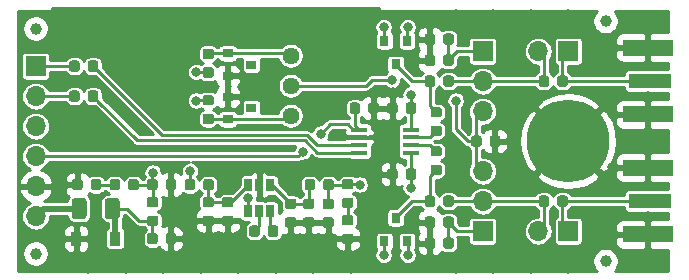
<source format=gbr>
G04 #@! TF.GenerationSoftware,KiCad,Pcbnew,5.1.4-e60b266~84~ubuntu18.04.1*
G04 #@! TF.CreationDate,2019-09-09T22:27:03+10:00*
G04 #@! TF.ProjectId,comparator,636f6d70-6172-4617-946f-722e6b696361,21/06/19*
G04 #@! TF.SameCoordinates,Original*
G04 #@! TF.FileFunction,Copper,L1,Top*
G04 #@! TF.FilePolarity,Positive*
%FSLAX46Y46*%
G04 Gerber Fmt 4.6, Leading zero omitted, Abs format (unit mm)*
G04 Created by KiCad (PCBNEW 5.1.4-e60b266~84~ubuntu18.04.1) date 2019-09-09 22:27:03*
%MOMM*%
%LPD*%
G04 APERTURE LIST*
%ADD10C,0.100000*%
%ADD11C,0.875000*%
%ADD12R,0.900000X1.200000*%
%ADD13C,1.250000*%
%ADD14C,1.000000*%
%ADD15C,7.000000*%
%ADD16C,0.800000*%
%ADD17R,1.700000X1.700000*%
%ADD18O,1.700000X1.700000*%
%ADD19R,0.800000X0.900000*%
%ADD20C,1.440000*%
%ADD21R,1.450000X0.450000*%
%ADD22R,0.650000X1.060000*%
%ADD23R,0.900000X0.800000*%
%ADD24R,4.200000X1.350000*%
%ADD25R,3.600000X1.270000*%
%ADD26C,0.250000*%
%ADD27C,0.500000*%
%ADD28C,0.254000*%
G04 APERTURE END LIST*
D10*
G36*
X144156691Y-104936053D02*
G01*
X144177926Y-104939203D01*
X144198750Y-104944419D01*
X144218962Y-104951651D01*
X144238368Y-104960830D01*
X144256781Y-104971866D01*
X144274024Y-104984654D01*
X144289930Y-104999070D01*
X144304346Y-105014976D01*
X144317134Y-105032219D01*
X144328170Y-105050632D01*
X144337349Y-105070038D01*
X144344581Y-105090250D01*
X144349797Y-105111074D01*
X144352947Y-105132309D01*
X144354000Y-105153750D01*
X144354000Y-105666250D01*
X144352947Y-105687691D01*
X144349797Y-105708926D01*
X144344581Y-105729750D01*
X144337349Y-105749962D01*
X144328170Y-105769368D01*
X144317134Y-105787781D01*
X144304346Y-105805024D01*
X144289930Y-105820930D01*
X144274024Y-105835346D01*
X144256781Y-105848134D01*
X144238368Y-105859170D01*
X144218962Y-105868349D01*
X144198750Y-105875581D01*
X144177926Y-105880797D01*
X144156691Y-105883947D01*
X144135250Y-105885000D01*
X143697750Y-105885000D01*
X143676309Y-105883947D01*
X143655074Y-105880797D01*
X143634250Y-105875581D01*
X143614038Y-105868349D01*
X143594632Y-105859170D01*
X143576219Y-105848134D01*
X143558976Y-105835346D01*
X143543070Y-105820930D01*
X143528654Y-105805024D01*
X143515866Y-105787781D01*
X143504830Y-105769368D01*
X143495651Y-105749962D01*
X143488419Y-105729750D01*
X143483203Y-105708926D01*
X143480053Y-105687691D01*
X143479000Y-105666250D01*
X143479000Y-105153750D01*
X143480053Y-105132309D01*
X143483203Y-105111074D01*
X143488419Y-105090250D01*
X143495651Y-105070038D01*
X143504830Y-105050632D01*
X143515866Y-105032219D01*
X143528654Y-105014976D01*
X143543070Y-104999070D01*
X143558976Y-104984654D01*
X143576219Y-104971866D01*
X143594632Y-104960830D01*
X143614038Y-104951651D01*
X143634250Y-104944419D01*
X143655074Y-104939203D01*
X143676309Y-104936053D01*
X143697750Y-104935000D01*
X144135250Y-104935000D01*
X144156691Y-104936053D01*
X144156691Y-104936053D01*
G37*
D11*
X143916500Y-105410000D03*
D10*
G36*
X142581691Y-104936053D02*
G01*
X142602926Y-104939203D01*
X142623750Y-104944419D01*
X142643962Y-104951651D01*
X142663368Y-104960830D01*
X142681781Y-104971866D01*
X142699024Y-104984654D01*
X142714930Y-104999070D01*
X142729346Y-105014976D01*
X142742134Y-105032219D01*
X142753170Y-105050632D01*
X142762349Y-105070038D01*
X142769581Y-105090250D01*
X142774797Y-105111074D01*
X142777947Y-105132309D01*
X142779000Y-105153750D01*
X142779000Y-105666250D01*
X142777947Y-105687691D01*
X142774797Y-105708926D01*
X142769581Y-105729750D01*
X142762349Y-105749962D01*
X142753170Y-105769368D01*
X142742134Y-105787781D01*
X142729346Y-105805024D01*
X142714930Y-105820930D01*
X142699024Y-105835346D01*
X142681781Y-105848134D01*
X142663368Y-105859170D01*
X142643962Y-105868349D01*
X142623750Y-105875581D01*
X142602926Y-105880797D01*
X142581691Y-105883947D01*
X142560250Y-105885000D01*
X142122750Y-105885000D01*
X142101309Y-105883947D01*
X142080074Y-105880797D01*
X142059250Y-105875581D01*
X142039038Y-105868349D01*
X142019632Y-105859170D01*
X142001219Y-105848134D01*
X141983976Y-105835346D01*
X141968070Y-105820930D01*
X141953654Y-105805024D01*
X141940866Y-105787781D01*
X141929830Y-105769368D01*
X141920651Y-105749962D01*
X141913419Y-105729750D01*
X141908203Y-105708926D01*
X141905053Y-105687691D01*
X141904000Y-105666250D01*
X141904000Y-105153750D01*
X141905053Y-105132309D01*
X141908203Y-105111074D01*
X141913419Y-105090250D01*
X141920651Y-105070038D01*
X141929830Y-105050632D01*
X141940866Y-105032219D01*
X141953654Y-105014976D01*
X141968070Y-104999070D01*
X141983976Y-104984654D01*
X142001219Y-104971866D01*
X142019632Y-104960830D01*
X142039038Y-104951651D01*
X142059250Y-104944419D01*
X142080074Y-104939203D01*
X142101309Y-104936053D01*
X142122750Y-104935000D01*
X142560250Y-104935000D01*
X142581691Y-104936053D01*
X142581691Y-104936053D01*
G37*
D11*
X142341500Y-105410000D03*
D10*
G36*
X135520691Y-100999053D02*
G01*
X135541926Y-101002203D01*
X135562750Y-101007419D01*
X135582962Y-101014651D01*
X135602368Y-101023830D01*
X135620781Y-101034866D01*
X135638024Y-101047654D01*
X135653930Y-101062070D01*
X135668346Y-101077976D01*
X135681134Y-101095219D01*
X135692170Y-101113632D01*
X135701349Y-101133038D01*
X135708581Y-101153250D01*
X135713797Y-101174074D01*
X135716947Y-101195309D01*
X135718000Y-101216750D01*
X135718000Y-101729250D01*
X135716947Y-101750691D01*
X135713797Y-101771926D01*
X135708581Y-101792750D01*
X135701349Y-101812962D01*
X135692170Y-101832368D01*
X135681134Y-101850781D01*
X135668346Y-101868024D01*
X135653930Y-101883930D01*
X135638024Y-101898346D01*
X135620781Y-101911134D01*
X135602368Y-101922170D01*
X135582962Y-101931349D01*
X135562750Y-101938581D01*
X135541926Y-101943797D01*
X135520691Y-101946947D01*
X135499250Y-101948000D01*
X135061750Y-101948000D01*
X135040309Y-101946947D01*
X135019074Y-101943797D01*
X134998250Y-101938581D01*
X134978038Y-101931349D01*
X134958632Y-101922170D01*
X134940219Y-101911134D01*
X134922976Y-101898346D01*
X134907070Y-101883930D01*
X134892654Y-101868024D01*
X134879866Y-101850781D01*
X134868830Y-101832368D01*
X134859651Y-101812962D01*
X134852419Y-101792750D01*
X134847203Y-101771926D01*
X134844053Y-101750691D01*
X134843000Y-101729250D01*
X134843000Y-101216750D01*
X134844053Y-101195309D01*
X134847203Y-101174074D01*
X134852419Y-101153250D01*
X134859651Y-101133038D01*
X134868830Y-101113632D01*
X134879866Y-101095219D01*
X134892654Y-101077976D01*
X134907070Y-101062070D01*
X134922976Y-101047654D01*
X134940219Y-101034866D01*
X134958632Y-101023830D01*
X134978038Y-101014651D01*
X134998250Y-101007419D01*
X135019074Y-101002203D01*
X135040309Y-100999053D01*
X135061750Y-100998000D01*
X135499250Y-100998000D01*
X135520691Y-100999053D01*
X135520691Y-100999053D01*
G37*
D11*
X135280500Y-101473000D03*
D10*
G36*
X133945691Y-100999053D02*
G01*
X133966926Y-101002203D01*
X133987750Y-101007419D01*
X134007962Y-101014651D01*
X134027368Y-101023830D01*
X134045781Y-101034866D01*
X134063024Y-101047654D01*
X134078930Y-101062070D01*
X134093346Y-101077976D01*
X134106134Y-101095219D01*
X134117170Y-101113632D01*
X134126349Y-101133038D01*
X134133581Y-101153250D01*
X134138797Y-101174074D01*
X134141947Y-101195309D01*
X134143000Y-101216750D01*
X134143000Y-101729250D01*
X134141947Y-101750691D01*
X134138797Y-101771926D01*
X134133581Y-101792750D01*
X134126349Y-101812962D01*
X134117170Y-101832368D01*
X134106134Y-101850781D01*
X134093346Y-101868024D01*
X134078930Y-101883930D01*
X134063024Y-101898346D01*
X134045781Y-101911134D01*
X134027368Y-101922170D01*
X134007962Y-101931349D01*
X133987750Y-101938581D01*
X133966926Y-101943797D01*
X133945691Y-101946947D01*
X133924250Y-101948000D01*
X133486750Y-101948000D01*
X133465309Y-101946947D01*
X133444074Y-101943797D01*
X133423250Y-101938581D01*
X133403038Y-101931349D01*
X133383632Y-101922170D01*
X133365219Y-101911134D01*
X133347976Y-101898346D01*
X133332070Y-101883930D01*
X133317654Y-101868024D01*
X133304866Y-101850781D01*
X133293830Y-101832368D01*
X133284651Y-101812962D01*
X133277419Y-101792750D01*
X133272203Y-101771926D01*
X133269053Y-101750691D01*
X133268000Y-101729250D01*
X133268000Y-101216750D01*
X133269053Y-101195309D01*
X133272203Y-101174074D01*
X133277419Y-101153250D01*
X133284651Y-101133038D01*
X133293830Y-101113632D01*
X133304866Y-101095219D01*
X133317654Y-101077976D01*
X133332070Y-101062070D01*
X133347976Y-101047654D01*
X133365219Y-101034866D01*
X133383632Y-101023830D01*
X133403038Y-101014651D01*
X133423250Y-101007419D01*
X133444074Y-101002203D01*
X133465309Y-100999053D01*
X133486750Y-100998000D01*
X133924250Y-100998000D01*
X133945691Y-100999053D01*
X133945691Y-100999053D01*
G37*
D11*
X133705500Y-101473000D03*
D12*
X127255000Y-106045000D03*
X130555000Y-106045000D03*
D10*
G36*
X130704504Y-102631204D02*
G01*
X130728773Y-102634804D01*
X130752571Y-102640765D01*
X130775671Y-102649030D01*
X130797849Y-102659520D01*
X130818893Y-102672133D01*
X130838598Y-102686747D01*
X130856777Y-102703223D01*
X130873253Y-102721402D01*
X130887867Y-102741107D01*
X130900480Y-102762151D01*
X130910970Y-102784329D01*
X130919235Y-102807429D01*
X130925196Y-102831227D01*
X130928796Y-102855496D01*
X130930000Y-102880000D01*
X130930000Y-104130000D01*
X130928796Y-104154504D01*
X130925196Y-104178773D01*
X130919235Y-104202571D01*
X130910970Y-104225671D01*
X130900480Y-104247849D01*
X130887867Y-104268893D01*
X130873253Y-104288598D01*
X130856777Y-104306777D01*
X130838598Y-104323253D01*
X130818893Y-104337867D01*
X130797849Y-104350480D01*
X130775671Y-104360970D01*
X130752571Y-104369235D01*
X130728773Y-104375196D01*
X130704504Y-104378796D01*
X130680000Y-104380000D01*
X129930000Y-104380000D01*
X129905496Y-104378796D01*
X129881227Y-104375196D01*
X129857429Y-104369235D01*
X129834329Y-104360970D01*
X129812151Y-104350480D01*
X129791107Y-104337867D01*
X129771402Y-104323253D01*
X129753223Y-104306777D01*
X129736747Y-104288598D01*
X129722133Y-104268893D01*
X129709520Y-104247849D01*
X129699030Y-104225671D01*
X129690765Y-104202571D01*
X129684804Y-104178773D01*
X129681204Y-104154504D01*
X129680000Y-104130000D01*
X129680000Y-102880000D01*
X129681204Y-102855496D01*
X129684804Y-102831227D01*
X129690765Y-102807429D01*
X129699030Y-102784329D01*
X129709520Y-102762151D01*
X129722133Y-102741107D01*
X129736747Y-102721402D01*
X129753223Y-102703223D01*
X129771402Y-102686747D01*
X129791107Y-102672133D01*
X129812151Y-102659520D01*
X129834329Y-102649030D01*
X129857429Y-102640765D01*
X129881227Y-102634804D01*
X129905496Y-102631204D01*
X129930000Y-102630000D01*
X130680000Y-102630000D01*
X130704504Y-102631204D01*
X130704504Y-102631204D01*
G37*
D13*
X130305000Y-103505000D03*
D10*
G36*
X127904504Y-102631204D02*
G01*
X127928773Y-102634804D01*
X127952571Y-102640765D01*
X127975671Y-102649030D01*
X127997849Y-102659520D01*
X128018893Y-102672133D01*
X128038598Y-102686747D01*
X128056777Y-102703223D01*
X128073253Y-102721402D01*
X128087867Y-102741107D01*
X128100480Y-102762151D01*
X128110970Y-102784329D01*
X128119235Y-102807429D01*
X128125196Y-102831227D01*
X128128796Y-102855496D01*
X128130000Y-102880000D01*
X128130000Y-104130000D01*
X128128796Y-104154504D01*
X128125196Y-104178773D01*
X128119235Y-104202571D01*
X128110970Y-104225671D01*
X128100480Y-104247849D01*
X128087867Y-104268893D01*
X128073253Y-104288598D01*
X128056777Y-104306777D01*
X128038598Y-104323253D01*
X128018893Y-104337867D01*
X127997849Y-104350480D01*
X127975671Y-104360970D01*
X127952571Y-104369235D01*
X127928773Y-104375196D01*
X127904504Y-104378796D01*
X127880000Y-104380000D01*
X127130000Y-104380000D01*
X127105496Y-104378796D01*
X127081227Y-104375196D01*
X127057429Y-104369235D01*
X127034329Y-104360970D01*
X127012151Y-104350480D01*
X126991107Y-104337867D01*
X126971402Y-104323253D01*
X126953223Y-104306777D01*
X126936747Y-104288598D01*
X126922133Y-104268893D01*
X126909520Y-104247849D01*
X126899030Y-104225671D01*
X126890765Y-104202571D01*
X126884804Y-104178773D01*
X126881204Y-104154504D01*
X126880000Y-104130000D01*
X126880000Y-102880000D01*
X126881204Y-102855496D01*
X126884804Y-102831227D01*
X126890765Y-102807429D01*
X126899030Y-102784329D01*
X126909520Y-102762151D01*
X126922133Y-102741107D01*
X126936747Y-102721402D01*
X126953223Y-102703223D01*
X126971402Y-102686747D01*
X126991107Y-102672133D01*
X127012151Y-102659520D01*
X127034329Y-102649030D01*
X127057429Y-102640765D01*
X127081227Y-102634804D01*
X127105496Y-102631204D01*
X127130000Y-102630000D01*
X127880000Y-102630000D01*
X127904504Y-102631204D01*
X127904504Y-102631204D01*
G37*
D13*
X127505000Y-103505000D03*
D14*
X123825000Y-88265000D03*
X172085000Y-87630000D03*
X123825000Y-107315000D03*
X172085000Y-107950000D03*
D15*
X168910000Y-97790000D03*
D16*
X171535000Y-97790000D03*
X170766155Y-99646155D03*
X168910000Y-100415000D03*
X167053845Y-99646155D03*
X166285000Y-97790000D03*
X167053845Y-95933845D03*
X168910000Y-95165000D03*
X170766155Y-95933845D03*
D17*
X123825000Y-91440000D03*
D18*
X123825000Y-93980000D03*
X123825000Y-96520000D03*
X123825000Y-99060000D03*
X123825000Y-101600000D03*
X123825000Y-104140000D03*
D10*
G36*
X133945691Y-105571053D02*
G01*
X133966926Y-105574203D01*
X133987750Y-105579419D01*
X134007962Y-105586651D01*
X134027368Y-105595830D01*
X134045781Y-105606866D01*
X134063024Y-105619654D01*
X134078930Y-105634070D01*
X134093346Y-105649976D01*
X134106134Y-105667219D01*
X134117170Y-105685632D01*
X134126349Y-105705038D01*
X134133581Y-105725250D01*
X134138797Y-105746074D01*
X134141947Y-105767309D01*
X134143000Y-105788750D01*
X134143000Y-106301250D01*
X134141947Y-106322691D01*
X134138797Y-106343926D01*
X134133581Y-106364750D01*
X134126349Y-106384962D01*
X134117170Y-106404368D01*
X134106134Y-106422781D01*
X134093346Y-106440024D01*
X134078930Y-106455930D01*
X134063024Y-106470346D01*
X134045781Y-106483134D01*
X134027368Y-106494170D01*
X134007962Y-106503349D01*
X133987750Y-106510581D01*
X133966926Y-106515797D01*
X133945691Y-106518947D01*
X133924250Y-106520000D01*
X133486750Y-106520000D01*
X133465309Y-106518947D01*
X133444074Y-106515797D01*
X133423250Y-106510581D01*
X133403038Y-106503349D01*
X133383632Y-106494170D01*
X133365219Y-106483134D01*
X133347976Y-106470346D01*
X133332070Y-106455930D01*
X133317654Y-106440024D01*
X133304866Y-106422781D01*
X133293830Y-106404368D01*
X133284651Y-106384962D01*
X133277419Y-106364750D01*
X133272203Y-106343926D01*
X133269053Y-106322691D01*
X133268000Y-106301250D01*
X133268000Y-105788750D01*
X133269053Y-105767309D01*
X133272203Y-105746074D01*
X133277419Y-105725250D01*
X133284651Y-105705038D01*
X133293830Y-105685632D01*
X133304866Y-105667219D01*
X133317654Y-105649976D01*
X133332070Y-105634070D01*
X133347976Y-105619654D01*
X133365219Y-105606866D01*
X133383632Y-105595830D01*
X133403038Y-105586651D01*
X133423250Y-105579419D01*
X133444074Y-105574203D01*
X133465309Y-105571053D01*
X133486750Y-105570000D01*
X133924250Y-105570000D01*
X133945691Y-105571053D01*
X133945691Y-105571053D01*
G37*
D11*
X133705500Y-106045000D03*
D10*
G36*
X135520691Y-105571053D02*
G01*
X135541926Y-105574203D01*
X135562750Y-105579419D01*
X135582962Y-105586651D01*
X135602368Y-105595830D01*
X135620781Y-105606866D01*
X135638024Y-105619654D01*
X135653930Y-105634070D01*
X135668346Y-105649976D01*
X135681134Y-105667219D01*
X135692170Y-105685632D01*
X135701349Y-105705038D01*
X135708581Y-105725250D01*
X135713797Y-105746074D01*
X135716947Y-105767309D01*
X135718000Y-105788750D01*
X135718000Y-106301250D01*
X135716947Y-106322691D01*
X135713797Y-106343926D01*
X135708581Y-106364750D01*
X135701349Y-106384962D01*
X135692170Y-106404368D01*
X135681134Y-106422781D01*
X135668346Y-106440024D01*
X135653930Y-106455930D01*
X135638024Y-106470346D01*
X135620781Y-106483134D01*
X135602368Y-106494170D01*
X135582962Y-106503349D01*
X135562750Y-106510581D01*
X135541926Y-106515797D01*
X135520691Y-106518947D01*
X135499250Y-106520000D01*
X135061750Y-106520000D01*
X135040309Y-106518947D01*
X135019074Y-106515797D01*
X134998250Y-106510581D01*
X134978038Y-106503349D01*
X134958632Y-106494170D01*
X134940219Y-106483134D01*
X134922976Y-106470346D01*
X134907070Y-106455930D01*
X134892654Y-106440024D01*
X134879866Y-106422781D01*
X134868830Y-106404368D01*
X134859651Y-106384962D01*
X134852419Y-106364750D01*
X134847203Y-106343926D01*
X134844053Y-106322691D01*
X134843000Y-106301250D01*
X134843000Y-105788750D01*
X134844053Y-105767309D01*
X134847203Y-105746074D01*
X134852419Y-105725250D01*
X134859651Y-105705038D01*
X134868830Y-105685632D01*
X134879866Y-105667219D01*
X134892654Y-105649976D01*
X134907070Y-105634070D01*
X134922976Y-105619654D01*
X134940219Y-105606866D01*
X134958632Y-105595830D01*
X134978038Y-105586651D01*
X134998250Y-105579419D01*
X135019074Y-105574203D01*
X135040309Y-105571053D01*
X135061750Y-105570000D01*
X135499250Y-105570000D01*
X135520691Y-105571053D01*
X135520691Y-105571053D01*
G37*
D11*
X135280500Y-106045000D03*
D10*
G36*
X154265691Y-100110053D02*
G01*
X154286926Y-100113203D01*
X154307750Y-100118419D01*
X154327962Y-100125651D01*
X154347368Y-100134830D01*
X154365781Y-100145866D01*
X154383024Y-100158654D01*
X154398930Y-100173070D01*
X154413346Y-100188976D01*
X154426134Y-100206219D01*
X154437170Y-100224632D01*
X154446349Y-100244038D01*
X154453581Y-100264250D01*
X154458797Y-100285074D01*
X154461947Y-100306309D01*
X154463000Y-100327750D01*
X154463000Y-100840250D01*
X154461947Y-100861691D01*
X154458797Y-100882926D01*
X154453581Y-100903750D01*
X154446349Y-100923962D01*
X154437170Y-100943368D01*
X154426134Y-100961781D01*
X154413346Y-100979024D01*
X154398930Y-100994930D01*
X154383024Y-101009346D01*
X154365781Y-101022134D01*
X154347368Y-101033170D01*
X154327962Y-101042349D01*
X154307750Y-101049581D01*
X154286926Y-101054797D01*
X154265691Y-101057947D01*
X154244250Y-101059000D01*
X153806750Y-101059000D01*
X153785309Y-101057947D01*
X153764074Y-101054797D01*
X153743250Y-101049581D01*
X153723038Y-101042349D01*
X153703632Y-101033170D01*
X153685219Y-101022134D01*
X153667976Y-101009346D01*
X153652070Y-100994930D01*
X153637654Y-100979024D01*
X153624866Y-100961781D01*
X153613830Y-100943368D01*
X153604651Y-100923962D01*
X153597419Y-100903750D01*
X153592203Y-100882926D01*
X153589053Y-100861691D01*
X153588000Y-100840250D01*
X153588000Y-100327750D01*
X153589053Y-100306309D01*
X153592203Y-100285074D01*
X153597419Y-100264250D01*
X153604651Y-100244038D01*
X153613830Y-100224632D01*
X153624866Y-100206219D01*
X153637654Y-100188976D01*
X153652070Y-100173070D01*
X153667976Y-100158654D01*
X153685219Y-100145866D01*
X153703632Y-100134830D01*
X153723038Y-100125651D01*
X153743250Y-100118419D01*
X153764074Y-100113203D01*
X153785309Y-100110053D01*
X153806750Y-100109000D01*
X154244250Y-100109000D01*
X154265691Y-100110053D01*
X154265691Y-100110053D01*
G37*
D11*
X154025500Y-100584000D03*
D10*
G36*
X155840691Y-100110053D02*
G01*
X155861926Y-100113203D01*
X155882750Y-100118419D01*
X155902962Y-100125651D01*
X155922368Y-100134830D01*
X155940781Y-100145866D01*
X155958024Y-100158654D01*
X155973930Y-100173070D01*
X155988346Y-100188976D01*
X156001134Y-100206219D01*
X156012170Y-100224632D01*
X156021349Y-100244038D01*
X156028581Y-100264250D01*
X156033797Y-100285074D01*
X156036947Y-100306309D01*
X156038000Y-100327750D01*
X156038000Y-100840250D01*
X156036947Y-100861691D01*
X156033797Y-100882926D01*
X156028581Y-100903750D01*
X156021349Y-100923962D01*
X156012170Y-100943368D01*
X156001134Y-100961781D01*
X155988346Y-100979024D01*
X155973930Y-100994930D01*
X155958024Y-101009346D01*
X155940781Y-101022134D01*
X155922368Y-101033170D01*
X155902962Y-101042349D01*
X155882750Y-101049581D01*
X155861926Y-101054797D01*
X155840691Y-101057947D01*
X155819250Y-101059000D01*
X155381750Y-101059000D01*
X155360309Y-101057947D01*
X155339074Y-101054797D01*
X155318250Y-101049581D01*
X155298038Y-101042349D01*
X155278632Y-101033170D01*
X155260219Y-101022134D01*
X155242976Y-101009346D01*
X155227070Y-100994930D01*
X155212654Y-100979024D01*
X155199866Y-100961781D01*
X155188830Y-100943368D01*
X155179651Y-100923962D01*
X155172419Y-100903750D01*
X155167203Y-100882926D01*
X155164053Y-100861691D01*
X155163000Y-100840250D01*
X155163000Y-100327750D01*
X155164053Y-100306309D01*
X155167203Y-100285074D01*
X155172419Y-100264250D01*
X155179651Y-100244038D01*
X155188830Y-100224632D01*
X155199866Y-100206219D01*
X155212654Y-100188976D01*
X155227070Y-100173070D01*
X155242976Y-100158654D01*
X155260219Y-100145866D01*
X155278632Y-100134830D01*
X155298038Y-100125651D01*
X155318250Y-100118419D01*
X155339074Y-100113203D01*
X155360309Y-100110053D01*
X155381750Y-100109000D01*
X155819250Y-100109000D01*
X155840691Y-100110053D01*
X155840691Y-100110053D01*
G37*
D11*
X155600500Y-100584000D03*
D10*
G36*
X154265691Y-94522053D02*
G01*
X154286926Y-94525203D01*
X154307750Y-94530419D01*
X154327962Y-94537651D01*
X154347368Y-94546830D01*
X154365781Y-94557866D01*
X154383024Y-94570654D01*
X154398930Y-94585070D01*
X154413346Y-94600976D01*
X154426134Y-94618219D01*
X154437170Y-94636632D01*
X154446349Y-94656038D01*
X154453581Y-94676250D01*
X154458797Y-94697074D01*
X154461947Y-94718309D01*
X154463000Y-94739750D01*
X154463000Y-95252250D01*
X154461947Y-95273691D01*
X154458797Y-95294926D01*
X154453581Y-95315750D01*
X154446349Y-95335962D01*
X154437170Y-95355368D01*
X154426134Y-95373781D01*
X154413346Y-95391024D01*
X154398930Y-95406930D01*
X154383024Y-95421346D01*
X154365781Y-95434134D01*
X154347368Y-95445170D01*
X154327962Y-95454349D01*
X154307750Y-95461581D01*
X154286926Y-95466797D01*
X154265691Y-95469947D01*
X154244250Y-95471000D01*
X153806750Y-95471000D01*
X153785309Y-95469947D01*
X153764074Y-95466797D01*
X153743250Y-95461581D01*
X153723038Y-95454349D01*
X153703632Y-95445170D01*
X153685219Y-95434134D01*
X153667976Y-95421346D01*
X153652070Y-95406930D01*
X153637654Y-95391024D01*
X153624866Y-95373781D01*
X153613830Y-95355368D01*
X153604651Y-95335962D01*
X153597419Y-95315750D01*
X153592203Y-95294926D01*
X153589053Y-95273691D01*
X153588000Y-95252250D01*
X153588000Y-94739750D01*
X153589053Y-94718309D01*
X153592203Y-94697074D01*
X153597419Y-94676250D01*
X153604651Y-94656038D01*
X153613830Y-94636632D01*
X153624866Y-94618219D01*
X153637654Y-94600976D01*
X153652070Y-94585070D01*
X153667976Y-94570654D01*
X153685219Y-94557866D01*
X153703632Y-94546830D01*
X153723038Y-94537651D01*
X153743250Y-94530419D01*
X153764074Y-94525203D01*
X153785309Y-94522053D01*
X153806750Y-94521000D01*
X154244250Y-94521000D01*
X154265691Y-94522053D01*
X154265691Y-94522053D01*
G37*
D11*
X154025500Y-94996000D03*
D10*
G36*
X155840691Y-94522053D02*
G01*
X155861926Y-94525203D01*
X155882750Y-94530419D01*
X155902962Y-94537651D01*
X155922368Y-94546830D01*
X155940781Y-94557866D01*
X155958024Y-94570654D01*
X155973930Y-94585070D01*
X155988346Y-94600976D01*
X156001134Y-94618219D01*
X156012170Y-94636632D01*
X156021349Y-94656038D01*
X156028581Y-94676250D01*
X156033797Y-94697074D01*
X156036947Y-94718309D01*
X156038000Y-94739750D01*
X156038000Y-95252250D01*
X156036947Y-95273691D01*
X156033797Y-95294926D01*
X156028581Y-95315750D01*
X156021349Y-95335962D01*
X156012170Y-95355368D01*
X156001134Y-95373781D01*
X155988346Y-95391024D01*
X155973930Y-95406930D01*
X155958024Y-95421346D01*
X155940781Y-95434134D01*
X155922368Y-95445170D01*
X155902962Y-95454349D01*
X155882750Y-95461581D01*
X155861926Y-95466797D01*
X155840691Y-95469947D01*
X155819250Y-95471000D01*
X155381750Y-95471000D01*
X155360309Y-95469947D01*
X155339074Y-95466797D01*
X155318250Y-95461581D01*
X155298038Y-95454349D01*
X155278632Y-95445170D01*
X155260219Y-95434134D01*
X155242976Y-95421346D01*
X155227070Y-95406930D01*
X155212654Y-95391024D01*
X155199866Y-95373781D01*
X155188830Y-95355368D01*
X155179651Y-95335962D01*
X155172419Y-95315750D01*
X155167203Y-95294926D01*
X155164053Y-95273691D01*
X155163000Y-95252250D01*
X155163000Y-94739750D01*
X155164053Y-94718309D01*
X155167203Y-94697074D01*
X155172419Y-94676250D01*
X155179651Y-94656038D01*
X155188830Y-94636632D01*
X155199866Y-94618219D01*
X155212654Y-94600976D01*
X155227070Y-94585070D01*
X155242976Y-94570654D01*
X155260219Y-94557866D01*
X155278632Y-94546830D01*
X155298038Y-94537651D01*
X155318250Y-94530419D01*
X155339074Y-94525203D01*
X155360309Y-94522053D01*
X155381750Y-94521000D01*
X155819250Y-94521000D01*
X155840691Y-94522053D01*
X155840691Y-94522053D01*
G37*
D11*
X155600500Y-94996000D03*
D10*
G36*
X140358691Y-102535053D02*
G01*
X140379926Y-102538203D01*
X140400750Y-102543419D01*
X140420962Y-102550651D01*
X140440368Y-102559830D01*
X140458781Y-102570866D01*
X140476024Y-102583654D01*
X140491930Y-102598070D01*
X140506346Y-102613976D01*
X140519134Y-102631219D01*
X140530170Y-102649632D01*
X140539349Y-102669038D01*
X140546581Y-102689250D01*
X140551797Y-102710074D01*
X140554947Y-102731309D01*
X140556000Y-102752750D01*
X140556000Y-103190250D01*
X140554947Y-103211691D01*
X140551797Y-103232926D01*
X140546581Y-103253750D01*
X140539349Y-103273962D01*
X140530170Y-103293368D01*
X140519134Y-103311781D01*
X140506346Y-103329024D01*
X140491930Y-103344930D01*
X140476024Y-103359346D01*
X140458781Y-103372134D01*
X140440368Y-103383170D01*
X140420962Y-103392349D01*
X140400750Y-103399581D01*
X140379926Y-103404797D01*
X140358691Y-103407947D01*
X140337250Y-103409000D01*
X139824750Y-103409000D01*
X139803309Y-103407947D01*
X139782074Y-103404797D01*
X139761250Y-103399581D01*
X139741038Y-103392349D01*
X139721632Y-103383170D01*
X139703219Y-103372134D01*
X139685976Y-103359346D01*
X139670070Y-103344930D01*
X139655654Y-103329024D01*
X139642866Y-103311781D01*
X139631830Y-103293368D01*
X139622651Y-103273962D01*
X139615419Y-103253750D01*
X139610203Y-103232926D01*
X139607053Y-103211691D01*
X139606000Y-103190250D01*
X139606000Y-102752750D01*
X139607053Y-102731309D01*
X139610203Y-102710074D01*
X139615419Y-102689250D01*
X139622651Y-102669038D01*
X139631830Y-102649632D01*
X139642866Y-102631219D01*
X139655654Y-102613976D01*
X139670070Y-102598070D01*
X139685976Y-102583654D01*
X139703219Y-102570866D01*
X139721632Y-102559830D01*
X139741038Y-102550651D01*
X139761250Y-102543419D01*
X139782074Y-102538203D01*
X139803309Y-102535053D01*
X139824750Y-102534000D01*
X140337250Y-102534000D01*
X140358691Y-102535053D01*
X140358691Y-102535053D01*
G37*
D11*
X140081000Y-102971500D03*
D10*
G36*
X140358691Y-104110053D02*
G01*
X140379926Y-104113203D01*
X140400750Y-104118419D01*
X140420962Y-104125651D01*
X140440368Y-104134830D01*
X140458781Y-104145866D01*
X140476024Y-104158654D01*
X140491930Y-104173070D01*
X140506346Y-104188976D01*
X140519134Y-104206219D01*
X140530170Y-104224632D01*
X140539349Y-104244038D01*
X140546581Y-104264250D01*
X140551797Y-104285074D01*
X140554947Y-104306309D01*
X140556000Y-104327750D01*
X140556000Y-104765250D01*
X140554947Y-104786691D01*
X140551797Y-104807926D01*
X140546581Y-104828750D01*
X140539349Y-104848962D01*
X140530170Y-104868368D01*
X140519134Y-104886781D01*
X140506346Y-104904024D01*
X140491930Y-104919930D01*
X140476024Y-104934346D01*
X140458781Y-104947134D01*
X140440368Y-104958170D01*
X140420962Y-104967349D01*
X140400750Y-104974581D01*
X140379926Y-104979797D01*
X140358691Y-104982947D01*
X140337250Y-104984000D01*
X139824750Y-104984000D01*
X139803309Y-104982947D01*
X139782074Y-104979797D01*
X139761250Y-104974581D01*
X139741038Y-104967349D01*
X139721632Y-104958170D01*
X139703219Y-104947134D01*
X139685976Y-104934346D01*
X139670070Y-104919930D01*
X139655654Y-104904024D01*
X139642866Y-104886781D01*
X139631830Y-104868368D01*
X139622651Y-104848962D01*
X139615419Y-104828750D01*
X139610203Y-104807926D01*
X139607053Y-104786691D01*
X139606000Y-104765250D01*
X139606000Y-104327750D01*
X139607053Y-104306309D01*
X139610203Y-104285074D01*
X139615419Y-104264250D01*
X139622651Y-104244038D01*
X139631830Y-104224632D01*
X139642866Y-104206219D01*
X139655654Y-104188976D01*
X139670070Y-104173070D01*
X139685976Y-104158654D01*
X139703219Y-104145866D01*
X139721632Y-104134830D01*
X139741038Y-104125651D01*
X139761250Y-104118419D01*
X139782074Y-104113203D01*
X139803309Y-104110053D01*
X139824750Y-104109000D01*
X140337250Y-104109000D01*
X140358691Y-104110053D01*
X140358691Y-104110053D01*
G37*
D11*
X140081000Y-104546500D03*
D10*
G36*
X127595691Y-100999053D02*
G01*
X127616926Y-101002203D01*
X127637750Y-101007419D01*
X127657962Y-101014651D01*
X127677368Y-101023830D01*
X127695781Y-101034866D01*
X127713024Y-101047654D01*
X127728930Y-101062070D01*
X127743346Y-101077976D01*
X127756134Y-101095219D01*
X127767170Y-101113632D01*
X127776349Y-101133038D01*
X127783581Y-101153250D01*
X127788797Y-101174074D01*
X127791947Y-101195309D01*
X127793000Y-101216750D01*
X127793000Y-101729250D01*
X127791947Y-101750691D01*
X127788797Y-101771926D01*
X127783581Y-101792750D01*
X127776349Y-101812962D01*
X127767170Y-101832368D01*
X127756134Y-101850781D01*
X127743346Y-101868024D01*
X127728930Y-101883930D01*
X127713024Y-101898346D01*
X127695781Y-101911134D01*
X127677368Y-101922170D01*
X127657962Y-101931349D01*
X127637750Y-101938581D01*
X127616926Y-101943797D01*
X127595691Y-101946947D01*
X127574250Y-101948000D01*
X127136750Y-101948000D01*
X127115309Y-101946947D01*
X127094074Y-101943797D01*
X127073250Y-101938581D01*
X127053038Y-101931349D01*
X127033632Y-101922170D01*
X127015219Y-101911134D01*
X126997976Y-101898346D01*
X126982070Y-101883930D01*
X126967654Y-101868024D01*
X126954866Y-101850781D01*
X126943830Y-101832368D01*
X126934651Y-101812962D01*
X126927419Y-101792750D01*
X126922203Y-101771926D01*
X126919053Y-101750691D01*
X126918000Y-101729250D01*
X126918000Y-101216750D01*
X126919053Y-101195309D01*
X126922203Y-101174074D01*
X126927419Y-101153250D01*
X126934651Y-101133038D01*
X126943830Y-101113632D01*
X126954866Y-101095219D01*
X126967654Y-101077976D01*
X126982070Y-101062070D01*
X126997976Y-101047654D01*
X127015219Y-101034866D01*
X127033632Y-101023830D01*
X127053038Y-101014651D01*
X127073250Y-101007419D01*
X127094074Y-101002203D01*
X127115309Y-100999053D01*
X127136750Y-100998000D01*
X127574250Y-100998000D01*
X127595691Y-100999053D01*
X127595691Y-100999053D01*
G37*
D11*
X127355500Y-101473000D03*
D10*
G36*
X129170691Y-100999053D02*
G01*
X129191926Y-101002203D01*
X129212750Y-101007419D01*
X129232962Y-101014651D01*
X129252368Y-101023830D01*
X129270781Y-101034866D01*
X129288024Y-101047654D01*
X129303930Y-101062070D01*
X129318346Y-101077976D01*
X129331134Y-101095219D01*
X129342170Y-101113632D01*
X129351349Y-101133038D01*
X129358581Y-101153250D01*
X129363797Y-101174074D01*
X129366947Y-101195309D01*
X129368000Y-101216750D01*
X129368000Y-101729250D01*
X129366947Y-101750691D01*
X129363797Y-101771926D01*
X129358581Y-101792750D01*
X129351349Y-101812962D01*
X129342170Y-101832368D01*
X129331134Y-101850781D01*
X129318346Y-101868024D01*
X129303930Y-101883930D01*
X129288024Y-101898346D01*
X129270781Y-101911134D01*
X129252368Y-101922170D01*
X129232962Y-101931349D01*
X129212750Y-101938581D01*
X129191926Y-101943797D01*
X129170691Y-101946947D01*
X129149250Y-101948000D01*
X128711750Y-101948000D01*
X128690309Y-101946947D01*
X128669074Y-101943797D01*
X128648250Y-101938581D01*
X128628038Y-101931349D01*
X128608632Y-101922170D01*
X128590219Y-101911134D01*
X128572976Y-101898346D01*
X128557070Y-101883930D01*
X128542654Y-101868024D01*
X128529866Y-101850781D01*
X128518830Y-101832368D01*
X128509651Y-101812962D01*
X128502419Y-101792750D01*
X128497203Y-101771926D01*
X128494053Y-101750691D01*
X128493000Y-101729250D01*
X128493000Y-101216750D01*
X128494053Y-101195309D01*
X128497203Y-101174074D01*
X128502419Y-101153250D01*
X128509651Y-101133038D01*
X128518830Y-101113632D01*
X128529866Y-101095219D01*
X128542654Y-101077976D01*
X128557070Y-101062070D01*
X128572976Y-101047654D01*
X128590219Y-101034866D01*
X128608632Y-101023830D01*
X128628038Y-101014651D01*
X128648250Y-101007419D01*
X128669074Y-101002203D01*
X128690309Y-100999053D01*
X128711750Y-100998000D01*
X129149250Y-100998000D01*
X129170691Y-100999053D01*
X129170691Y-100999053D01*
G37*
D11*
X128930500Y-101473000D03*
D10*
G36*
X134008691Y-102535053D02*
G01*
X134029926Y-102538203D01*
X134050750Y-102543419D01*
X134070962Y-102550651D01*
X134090368Y-102559830D01*
X134108781Y-102570866D01*
X134126024Y-102583654D01*
X134141930Y-102598070D01*
X134156346Y-102613976D01*
X134169134Y-102631219D01*
X134180170Y-102649632D01*
X134189349Y-102669038D01*
X134196581Y-102689250D01*
X134201797Y-102710074D01*
X134204947Y-102731309D01*
X134206000Y-102752750D01*
X134206000Y-103190250D01*
X134204947Y-103211691D01*
X134201797Y-103232926D01*
X134196581Y-103253750D01*
X134189349Y-103273962D01*
X134180170Y-103293368D01*
X134169134Y-103311781D01*
X134156346Y-103329024D01*
X134141930Y-103344930D01*
X134126024Y-103359346D01*
X134108781Y-103372134D01*
X134090368Y-103383170D01*
X134070962Y-103392349D01*
X134050750Y-103399581D01*
X134029926Y-103404797D01*
X134008691Y-103407947D01*
X133987250Y-103409000D01*
X133474750Y-103409000D01*
X133453309Y-103407947D01*
X133432074Y-103404797D01*
X133411250Y-103399581D01*
X133391038Y-103392349D01*
X133371632Y-103383170D01*
X133353219Y-103372134D01*
X133335976Y-103359346D01*
X133320070Y-103344930D01*
X133305654Y-103329024D01*
X133292866Y-103311781D01*
X133281830Y-103293368D01*
X133272651Y-103273962D01*
X133265419Y-103253750D01*
X133260203Y-103232926D01*
X133257053Y-103211691D01*
X133256000Y-103190250D01*
X133256000Y-102752750D01*
X133257053Y-102731309D01*
X133260203Y-102710074D01*
X133265419Y-102689250D01*
X133272651Y-102669038D01*
X133281830Y-102649632D01*
X133292866Y-102631219D01*
X133305654Y-102613976D01*
X133320070Y-102598070D01*
X133335976Y-102583654D01*
X133353219Y-102570866D01*
X133371632Y-102559830D01*
X133391038Y-102550651D01*
X133411250Y-102543419D01*
X133432074Y-102538203D01*
X133453309Y-102535053D01*
X133474750Y-102534000D01*
X133987250Y-102534000D01*
X134008691Y-102535053D01*
X134008691Y-102535053D01*
G37*
D11*
X133731000Y-102971500D03*
D10*
G36*
X134008691Y-104110053D02*
G01*
X134029926Y-104113203D01*
X134050750Y-104118419D01*
X134070962Y-104125651D01*
X134090368Y-104134830D01*
X134108781Y-104145866D01*
X134126024Y-104158654D01*
X134141930Y-104173070D01*
X134156346Y-104188976D01*
X134169134Y-104206219D01*
X134180170Y-104224632D01*
X134189349Y-104244038D01*
X134196581Y-104264250D01*
X134201797Y-104285074D01*
X134204947Y-104306309D01*
X134206000Y-104327750D01*
X134206000Y-104765250D01*
X134204947Y-104786691D01*
X134201797Y-104807926D01*
X134196581Y-104828750D01*
X134189349Y-104848962D01*
X134180170Y-104868368D01*
X134169134Y-104886781D01*
X134156346Y-104904024D01*
X134141930Y-104919930D01*
X134126024Y-104934346D01*
X134108781Y-104947134D01*
X134090368Y-104958170D01*
X134070962Y-104967349D01*
X134050750Y-104974581D01*
X134029926Y-104979797D01*
X134008691Y-104982947D01*
X133987250Y-104984000D01*
X133474750Y-104984000D01*
X133453309Y-104982947D01*
X133432074Y-104979797D01*
X133411250Y-104974581D01*
X133391038Y-104967349D01*
X133371632Y-104958170D01*
X133353219Y-104947134D01*
X133335976Y-104934346D01*
X133320070Y-104919930D01*
X133305654Y-104904024D01*
X133292866Y-104886781D01*
X133281830Y-104868368D01*
X133272651Y-104848962D01*
X133265419Y-104828750D01*
X133260203Y-104807926D01*
X133257053Y-104786691D01*
X133256000Y-104765250D01*
X133256000Y-104327750D01*
X133257053Y-104306309D01*
X133260203Y-104285074D01*
X133265419Y-104264250D01*
X133272651Y-104244038D01*
X133281830Y-104224632D01*
X133292866Y-104206219D01*
X133305654Y-104188976D01*
X133320070Y-104173070D01*
X133335976Y-104158654D01*
X133353219Y-104145866D01*
X133371632Y-104134830D01*
X133391038Y-104125651D01*
X133411250Y-104118419D01*
X133432074Y-104113203D01*
X133453309Y-104110053D01*
X133474750Y-104109000D01*
X133987250Y-104109000D01*
X134008691Y-104110053D01*
X134008691Y-104110053D01*
G37*
D11*
X133731000Y-104546500D03*
D10*
G36*
X130770691Y-100999053D02*
G01*
X130791926Y-101002203D01*
X130812750Y-101007419D01*
X130832962Y-101014651D01*
X130852368Y-101023830D01*
X130870781Y-101034866D01*
X130888024Y-101047654D01*
X130903930Y-101062070D01*
X130918346Y-101077976D01*
X130931134Y-101095219D01*
X130942170Y-101113632D01*
X130951349Y-101133038D01*
X130958581Y-101153250D01*
X130963797Y-101174074D01*
X130966947Y-101195309D01*
X130968000Y-101216750D01*
X130968000Y-101729250D01*
X130966947Y-101750691D01*
X130963797Y-101771926D01*
X130958581Y-101792750D01*
X130951349Y-101812962D01*
X130942170Y-101832368D01*
X130931134Y-101850781D01*
X130918346Y-101868024D01*
X130903930Y-101883930D01*
X130888024Y-101898346D01*
X130870781Y-101911134D01*
X130852368Y-101922170D01*
X130832962Y-101931349D01*
X130812750Y-101938581D01*
X130791926Y-101943797D01*
X130770691Y-101946947D01*
X130749250Y-101948000D01*
X130311750Y-101948000D01*
X130290309Y-101946947D01*
X130269074Y-101943797D01*
X130248250Y-101938581D01*
X130228038Y-101931349D01*
X130208632Y-101922170D01*
X130190219Y-101911134D01*
X130172976Y-101898346D01*
X130157070Y-101883930D01*
X130142654Y-101868024D01*
X130129866Y-101850781D01*
X130118830Y-101832368D01*
X130109651Y-101812962D01*
X130102419Y-101792750D01*
X130097203Y-101771926D01*
X130094053Y-101750691D01*
X130093000Y-101729250D01*
X130093000Y-101216750D01*
X130094053Y-101195309D01*
X130097203Y-101174074D01*
X130102419Y-101153250D01*
X130109651Y-101133038D01*
X130118830Y-101113632D01*
X130129866Y-101095219D01*
X130142654Y-101077976D01*
X130157070Y-101062070D01*
X130172976Y-101047654D01*
X130190219Y-101034866D01*
X130208632Y-101023830D01*
X130228038Y-101014651D01*
X130248250Y-101007419D01*
X130269074Y-101002203D01*
X130290309Y-100999053D01*
X130311750Y-100998000D01*
X130749250Y-100998000D01*
X130770691Y-100999053D01*
X130770691Y-100999053D01*
G37*
D11*
X130530500Y-101473000D03*
D10*
G36*
X132345691Y-100999053D02*
G01*
X132366926Y-101002203D01*
X132387750Y-101007419D01*
X132407962Y-101014651D01*
X132427368Y-101023830D01*
X132445781Y-101034866D01*
X132463024Y-101047654D01*
X132478930Y-101062070D01*
X132493346Y-101077976D01*
X132506134Y-101095219D01*
X132517170Y-101113632D01*
X132526349Y-101133038D01*
X132533581Y-101153250D01*
X132538797Y-101174074D01*
X132541947Y-101195309D01*
X132543000Y-101216750D01*
X132543000Y-101729250D01*
X132541947Y-101750691D01*
X132538797Y-101771926D01*
X132533581Y-101792750D01*
X132526349Y-101812962D01*
X132517170Y-101832368D01*
X132506134Y-101850781D01*
X132493346Y-101868024D01*
X132478930Y-101883930D01*
X132463024Y-101898346D01*
X132445781Y-101911134D01*
X132427368Y-101922170D01*
X132407962Y-101931349D01*
X132387750Y-101938581D01*
X132366926Y-101943797D01*
X132345691Y-101946947D01*
X132324250Y-101948000D01*
X131886750Y-101948000D01*
X131865309Y-101946947D01*
X131844074Y-101943797D01*
X131823250Y-101938581D01*
X131803038Y-101931349D01*
X131783632Y-101922170D01*
X131765219Y-101911134D01*
X131747976Y-101898346D01*
X131732070Y-101883930D01*
X131717654Y-101868024D01*
X131704866Y-101850781D01*
X131693830Y-101832368D01*
X131684651Y-101812962D01*
X131677419Y-101792750D01*
X131672203Y-101771926D01*
X131669053Y-101750691D01*
X131668000Y-101729250D01*
X131668000Y-101216750D01*
X131669053Y-101195309D01*
X131672203Y-101174074D01*
X131677419Y-101153250D01*
X131684651Y-101133038D01*
X131693830Y-101113632D01*
X131704866Y-101095219D01*
X131717654Y-101077976D01*
X131732070Y-101062070D01*
X131747976Y-101047654D01*
X131765219Y-101034866D01*
X131783632Y-101023830D01*
X131803038Y-101014651D01*
X131823250Y-101007419D01*
X131844074Y-101002203D01*
X131865309Y-100999053D01*
X131886750Y-100998000D01*
X132324250Y-100998000D01*
X132345691Y-100999053D01*
X132345691Y-100999053D01*
G37*
D11*
X132105500Y-101473000D03*
D10*
G36*
X157440691Y-104174053D02*
G01*
X157461926Y-104177203D01*
X157482750Y-104182419D01*
X157502962Y-104189651D01*
X157522368Y-104198830D01*
X157540781Y-104209866D01*
X157558024Y-104222654D01*
X157573930Y-104237070D01*
X157588346Y-104252976D01*
X157601134Y-104270219D01*
X157612170Y-104288632D01*
X157621349Y-104308038D01*
X157628581Y-104328250D01*
X157633797Y-104349074D01*
X157636947Y-104370309D01*
X157638000Y-104391750D01*
X157638000Y-104904250D01*
X157636947Y-104925691D01*
X157633797Y-104946926D01*
X157628581Y-104967750D01*
X157621349Y-104987962D01*
X157612170Y-105007368D01*
X157601134Y-105025781D01*
X157588346Y-105043024D01*
X157573930Y-105058930D01*
X157558024Y-105073346D01*
X157540781Y-105086134D01*
X157522368Y-105097170D01*
X157502962Y-105106349D01*
X157482750Y-105113581D01*
X157461926Y-105118797D01*
X157440691Y-105121947D01*
X157419250Y-105123000D01*
X156981750Y-105123000D01*
X156960309Y-105121947D01*
X156939074Y-105118797D01*
X156918250Y-105113581D01*
X156898038Y-105106349D01*
X156878632Y-105097170D01*
X156860219Y-105086134D01*
X156842976Y-105073346D01*
X156827070Y-105058930D01*
X156812654Y-105043024D01*
X156799866Y-105025781D01*
X156788830Y-105007368D01*
X156779651Y-104987962D01*
X156772419Y-104967750D01*
X156767203Y-104946926D01*
X156764053Y-104925691D01*
X156763000Y-104904250D01*
X156763000Y-104391750D01*
X156764053Y-104370309D01*
X156767203Y-104349074D01*
X156772419Y-104328250D01*
X156779651Y-104308038D01*
X156788830Y-104288632D01*
X156799866Y-104270219D01*
X156812654Y-104252976D01*
X156827070Y-104237070D01*
X156842976Y-104222654D01*
X156860219Y-104209866D01*
X156878632Y-104198830D01*
X156898038Y-104189651D01*
X156918250Y-104182419D01*
X156939074Y-104177203D01*
X156960309Y-104174053D01*
X156981750Y-104173000D01*
X157419250Y-104173000D01*
X157440691Y-104174053D01*
X157440691Y-104174053D01*
G37*
D11*
X157200500Y-104648000D03*
D10*
G36*
X159015691Y-104174053D02*
G01*
X159036926Y-104177203D01*
X159057750Y-104182419D01*
X159077962Y-104189651D01*
X159097368Y-104198830D01*
X159115781Y-104209866D01*
X159133024Y-104222654D01*
X159148930Y-104237070D01*
X159163346Y-104252976D01*
X159176134Y-104270219D01*
X159187170Y-104288632D01*
X159196349Y-104308038D01*
X159203581Y-104328250D01*
X159208797Y-104349074D01*
X159211947Y-104370309D01*
X159213000Y-104391750D01*
X159213000Y-104904250D01*
X159211947Y-104925691D01*
X159208797Y-104946926D01*
X159203581Y-104967750D01*
X159196349Y-104987962D01*
X159187170Y-105007368D01*
X159176134Y-105025781D01*
X159163346Y-105043024D01*
X159148930Y-105058930D01*
X159133024Y-105073346D01*
X159115781Y-105086134D01*
X159097368Y-105097170D01*
X159077962Y-105106349D01*
X159057750Y-105113581D01*
X159036926Y-105118797D01*
X159015691Y-105121947D01*
X158994250Y-105123000D01*
X158556750Y-105123000D01*
X158535309Y-105121947D01*
X158514074Y-105118797D01*
X158493250Y-105113581D01*
X158473038Y-105106349D01*
X158453632Y-105097170D01*
X158435219Y-105086134D01*
X158417976Y-105073346D01*
X158402070Y-105058930D01*
X158387654Y-105043024D01*
X158374866Y-105025781D01*
X158363830Y-105007368D01*
X158354651Y-104987962D01*
X158347419Y-104967750D01*
X158342203Y-104946926D01*
X158339053Y-104925691D01*
X158338000Y-104904250D01*
X158338000Y-104391750D01*
X158339053Y-104370309D01*
X158342203Y-104349074D01*
X158347419Y-104328250D01*
X158354651Y-104308038D01*
X158363830Y-104288632D01*
X158374866Y-104270219D01*
X158387654Y-104252976D01*
X158402070Y-104237070D01*
X158417976Y-104222654D01*
X158435219Y-104209866D01*
X158453632Y-104198830D01*
X158473038Y-104189651D01*
X158493250Y-104182419D01*
X158514074Y-104177203D01*
X158535309Y-104174053D01*
X158556750Y-104173000D01*
X158994250Y-104173000D01*
X159015691Y-104174053D01*
X159015691Y-104174053D01*
G37*
D11*
X158775500Y-104648000D03*
D10*
G36*
X157440691Y-102396053D02*
G01*
X157461926Y-102399203D01*
X157482750Y-102404419D01*
X157502962Y-102411651D01*
X157522368Y-102420830D01*
X157540781Y-102431866D01*
X157558024Y-102444654D01*
X157573930Y-102459070D01*
X157588346Y-102474976D01*
X157601134Y-102492219D01*
X157612170Y-102510632D01*
X157621349Y-102530038D01*
X157628581Y-102550250D01*
X157633797Y-102571074D01*
X157636947Y-102592309D01*
X157638000Y-102613750D01*
X157638000Y-103126250D01*
X157636947Y-103147691D01*
X157633797Y-103168926D01*
X157628581Y-103189750D01*
X157621349Y-103209962D01*
X157612170Y-103229368D01*
X157601134Y-103247781D01*
X157588346Y-103265024D01*
X157573930Y-103280930D01*
X157558024Y-103295346D01*
X157540781Y-103308134D01*
X157522368Y-103319170D01*
X157502962Y-103328349D01*
X157482750Y-103335581D01*
X157461926Y-103340797D01*
X157440691Y-103343947D01*
X157419250Y-103345000D01*
X156981750Y-103345000D01*
X156960309Y-103343947D01*
X156939074Y-103340797D01*
X156918250Y-103335581D01*
X156898038Y-103328349D01*
X156878632Y-103319170D01*
X156860219Y-103308134D01*
X156842976Y-103295346D01*
X156827070Y-103280930D01*
X156812654Y-103265024D01*
X156799866Y-103247781D01*
X156788830Y-103229368D01*
X156779651Y-103209962D01*
X156772419Y-103189750D01*
X156767203Y-103168926D01*
X156764053Y-103147691D01*
X156763000Y-103126250D01*
X156763000Y-102613750D01*
X156764053Y-102592309D01*
X156767203Y-102571074D01*
X156772419Y-102550250D01*
X156779651Y-102530038D01*
X156788830Y-102510632D01*
X156799866Y-102492219D01*
X156812654Y-102474976D01*
X156827070Y-102459070D01*
X156842976Y-102444654D01*
X156860219Y-102431866D01*
X156878632Y-102420830D01*
X156898038Y-102411651D01*
X156918250Y-102404419D01*
X156939074Y-102399203D01*
X156960309Y-102396053D01*
X156981750Y-102395000D01*
X157419250Y-102395000D01*
X157440691Y-102396053D01*
X157440691Y-102396053D01*
G37*
D11*
X157200500Y-102870000D03*
D10*
G36*
X159015691Y-102396053D02*
G01*
X159036926Y-102399203D01*
X159057750Y-102404419D01*
X159077962Y-102411651D01*
X159097368Y-102420830D01*
X159115781Y-102431866D01*
X159133024Y-102444654D01*
X159148930Y-102459070D01*
X159163346Y-102474976D01*
X159176134Y-102492219D01*
X159187170Y-102510632D01*
X159196349Y-102530038D01*
X159203581Y-102550250D01*
X159208797Y-102571074D01*
X159211947Y-102592309D01*
X159213000Y-102613750D01*
X159213000Y-103126250D01*
X159211947Y-103147691D01*
X159208797Y-103168926D01*
X159203581Y-103189750D01*
X159196349Y-103209962D01*
X159187170Y-103229368D01*
X159176134Y-103247781D01*
X159163346Y-103265024D01*
X159148930Y-103280930D01*
X159133024Y-103295346D01*
X159115781Y-103308134D01*
X159097368Y-103319170D01*
X159077962Y-103328349D01*
X159057750Y-103335581D01*
X159036926Y-103340797D01*
X159015691Y-103343947D01*
X158994250Y-103345000D01*
X158556750Y-103345000D01*
X158535309Y-103343947D01*
X158514074Y-103340797D01*
X158493250Y-103335581D01*
X158473038Y-103328349D01*
X158453632Y-103319170D01*
X158435219Y-103308134D01*
X158417976Y-103295346D01*
X158402070Y-103280930D01*
X158387654Y-103265024D01*
X158374866Y-103247781D01*
X158363830Y-103229368D01*
X158354651Y-103209962D01*
X158347419Y-103189750D01*
X158342203Y-103168926D01*
X158339053Y-103147691D01*
X158338000Y-103126250D01*
X158338000Y-102613750D01*
X158339053Y-102592309D01*
X158342203Y-102571074D01*
X158347419Y-102550250D01*
X158354651Y-102530038D01*
X158363830Y-102510632D01*
X158374866Y-102492219D01*
X158387654Y-102474976D01*
X158402070Y-102459070D01*
X158417976Y-102444654D01*
X158435219Y-102431866D01*
X158453632Y-102420830D01*
X158473038Y-102411651D01*
X158493250Y-102404419D01*
X158514074Y-102399203D01*
X158535309Y-102396053D01*
X158556750Y-102395000D01*
X158994250Y-102395000D01*
X159015691Y-102396053D01*
X159015691Y-102396053D01*
G37*
D11*
X158775500Y-102870000D03*
D10*
G36*
X158011691Y-98217053D02*
G01*
X158032926Y-98220203D01*
X158053750Y-98225419D01*
X158073962Y-98232651D01*
X158093368Y-98241830D01*
X158111781Y-98252866D01*
X158129024Y-98265654D01*
X158144930Y-98280070D01*
X158159346Y-98295976D01*
X158172134Y-98313219D01*
X158183170Y-98331632D01*
X158192349Y-98351038D01*
X158199581Y-98371250D01*
X158204797Y-98392074D01*
X158207947Y-98413309D01*
X158209000Y-98434750D01*
X158209000Y-98872250D01*
X158207947Y-98893691D01*
X158204797Y-98914926D01*
X158199581Y-98935750D01*
X158192349Y-98955962D01*
X158183170Y-98975368D01*
X158172134Y-98993781D01*
X158159346Y-99011024D01*
X158144930Y-99026930D01*
X158129024Y-99041346D01*
X158111781Y-99054134D01*
X158093368Y-99065170D01*
X158073962Y-99074349D01*
X158053750Y-99081581D01*
X158032926Y-99086797D01*
X158011691Y-99089947D01*
X157990250Y-99091000D01*
X157477750Y-99091000D01*
X157456309Y-99089947D01*
X157435074Y-99086797D01*
X157414250Y-99081581D01*
X157394038Y-99074349D01*
X157374632Y-99065170D01*
X157356219Y-99054134D01*
X157338976Y-99041346D01*
X157323070Y-99026930D01*
X157308654Y-99011024D01*
X157295866Y-98993781D01*
X157284830Y-98975368D01*
X157275651Y-98955962D01*
X157268419Y-98935750D01*
X157263203Y-98914926D01*
X157260053Y-98893691D01*
X157259000Y-98872250D01*
X157259000Y-98434750D01*
X157260053Y-98413309D01*
X157263203Y-98392074D01*
X157268419Y-98371250D01*
X157275651Y-98351038D01*
X157284830Y-98331632D01*
X157295866Y-98313219D01*
X157308654Y-98295976D01*
X157323070Y-98280070D01*
X157338976Y-98265654D01*
X157356219Y-98252866D01*
X157374632Y-98241830D01*
X157394038Y-98232651D01*
X157414250Y-98225419D01*
X157435074Y-98220203D01*
X157456309Y-98217053D01*
X157477750Y-98216000D01*
X157990250Y-98216000D01*
X158011691Y-98217053D01*
X158011691Y-98217053D01*
G37*
D11*
X157734000Y-98653500D03*
D10*
G36*
X158011691Y-99792053D02*
G01*
X158032926Y-99795203D01*
X158053750Y-99800419D01*
X158073962Y-99807651D01*
X158093368Y-99816830D01*
X158111781Y-99827866D01*
X158129024Y-99840654D01*
X158144930Y-99855070D01*
X158159346Y-99870976D01*
X158172134Y-99888219D01*
X158183170Y-99906632D01*
X158192349Y-99926038D01*
X158199581Y-99946250D01*
X158204797Y-99967074D01*
X158207947Y-99988309D01*
X158209000Y-100009750D01*
X158209000Y-100447250D01*
X158207947Y-100468691D01*
X158204797Y-100489926D01*
X158199581Y-100510750D01*
X158192349Y-100530962D01*
X158183170Y-100550368D01*
X158172134Y-100568781D01*
X158159346Y-100586024D01*
X158144930Y-100601930D01*
X158129024Y-100616346D01*
X158111781Y-100629134D01*
X158093368Y-100640170D01*
X158073962Y-100649349D01*
X158053750Y-100656581D01*
X158032926Y-100661797D01*
X158011691Y-100664947D01*
X157990250Y-100666000D01*
X157477750Y-100666000D01*
X157456309Y-100664947D01*
X157435074Y-100661797D01*
X157414250Y-100656581D01*
X157394038Y-100649349D01*
X157374632Y-100640170D01*
X157356219Y-100629134D01*
X157338976Y-100616346D01*
X157323070Y-100601930D01*
X157308654Y-100586024D01*
X157295866Y-100568781D01*
X157284830Y-100550368D01*
X157275651Y-100530962D01*
X157268419Y-100510750D01*
X157263203Y-100489926D01*
X157260053Y-100468691D01*
X157259000Y-100447250D01*
X157259000Y-100009750D01*
X157260053Y-99988309D01*
X157263203Y-99967074D01*
X157268419Y-99946250D01*
X157275651Y-99926038D01*
X157284830Y-99906632D01*
X157295866Y-99888219D01*
X157308654Y-99870976D01*
X157323070Y-99855070D01*
X157338976Y-99840654D01*
X157356219Y-99827866D01*
X157374632Y-99816830D01*
X157394038Y-99807651D01*
X157414250Y-99800419D01*
X157435074Y-99795203D01*
X157456309Y-99792053D01*
X157477750Y-99791000D01*
X157990250Y-99791000D01*
X158011691Y-99792053D01*
X158011691Y-99792053D01*
G37*
D11*
X157734000Y-100228500D03*
D10*
G36*
X157440691Y-90458053D02*
G01*
X157461926Y-90461203D01*
X157482750Y-90466419D01*
X157502962Y-90473651D01*
X157522368Y-90482830D01*
X157540781Y-90493866D01*
X157558024Y-90506654D01*
X157573930Y-90521070D01*
X157588346Y-90536976D01*
X157601134Y-90554219D01*
X157612170Y-90572632D01*
X157621349Y-90592038D01*
X157628581Y-90612250D01*
X157633797Y-90633074D01*
X157636947Y-90654309D01*
X157638000Y-90675750D01*
X157638000Y-91188250D01*
X157636947Y-91209691D01*
X157633797Y-91230926D01*
X157628581Y-91251750D01*
X157621349Y-91271962D01*
X157612170Y-91291368D01*
X157601134Y-91309781D01*
X157588346Y-91327024D01*
X157573930Y-91342930D01*
X157558024Y-91357346D01*
X157540781Y-91370134D01*
X157522368Y-91381170D01*
X157502962Y-91390349D01*
X157482750Y-91397581D01*
X157461926Y-91402797D01*
X157440691Y-91405947D01*
X157419250Y-91407000D01*
X156981750Y-91407000D01*
X156960309Y-91405947D01*
X156939074Y-91402797D01*
X156918250Y-91397581D01*
X156898038Y-91390349D01*
X156878632Y-91381170D01*
X156860219Y-91370134D01*
X156842976Y-91357346D01*
X156827070Y-91342930D01*
X156812654Y-91327024D01*
X156799866Y-91309781D01*
X156788830Y-91291368D01*
X156779651Y-91271962D01*
X156772419Y-91251750D01*
X156767203Y-91230926D01*
X156764053Y-91209691D01*
X156763000Y-91188250D01*
X156763000Y-90675750D01*
X156764053Y-90654309D01*
X156767203Y-90633074D01*
X156772419Y-90612250D01*
X156779651Y-90592038D01*
X156788830Y-90572632D01*
X156799866Y-90554219D01*
X156812654Y-90536976D01*
X156827070Y-90521070D01*
X156842976Y-90506654D01*
X156860219Y-90493866D01*
X156878632Y-90482830D01*
X156898038Y-90473651D01*
X156918250Y-90466419D01*
X156939074Y-90461203D01*
X156960309Y-90458053D01*
X156981750Y-90457000D01*
X157419250Y-90457000D01*
X157440691Y-90458053D01*
X157440691Y-90458053D01*
G37*
D11*
X157200500Y-90932000D03*
D10*
G36*
X159015691Y-90458053D02*
G01*
X159036926Y-90461203D01*
X159057750Y-90466419D01*
X159077962Y-90473651D01*
X159097368Y-90482830D01*
X159115781Y-90493866D01*
X159133024Y-90506654D01*
X159148930Y-90521070D01*
X159163346Y-90536976D01*
X159176134Y-90554219D01*
X159187170Y-90572632D01*
X159196349Y-90592038D01*
X159203581Y-90612250D01*
X159208797Y-90633074D01*
X159211947Y-90654309D01*
X159213000Y-90675750D01*
X159213000Y-91188250D01*
X159211947Y-91209691D01*
X159208797Y-91230926D01*
X159203581Y-91251750D01*
X159196349Y-91271962D01*
X159187170Y-91291368D01*
X159176134Y-91309781D01*
X159163346Y-91327024D01*
X159148930Y-91342930D01*
X159133024Y-91357346D01*
X159115781Y-91370134D01*
X159097368Y-91381170D01*
X159077962Y-91390349D01*
X159057750Y-91397581D01*
X159036926Y-91402797D01*
X159015691Y-91405947D01*
X158994250Y-91407000D01*
X158556750Y-91407000D01*
X158535309Y-91405947D01*
X158514074Y-91402797D01*
X158493250Y-91397581D01*
X158473038Y-91390349D01*
X158453632Y-91381170D01*
X158435219Y-91370134D01*
X158417976Y-91357346D01*
X158402070Y-91342930D01*
X158387654Y-91327024D01*
X158374866Y-91309781D01*
X158363830Y-91291368D01*
X158354651Y-91271962D01*
X158347419Y-91251750D01*
X158342203Y-91230926D01*
X158339053Y-91209691D01*
X158338000Y-91188250D01*
X158338000Y-90675750D01*
X158339053Y-90654309D01*
X158342203Y-90633074D01*
X158347419Y-90612250D01*
X158354651Y-90592038D01*
X158363830Y-90572632D01*
X158374866Y-90554219D01*
X158387654Y-90536976D01*
X158402070Y-90521070D01*
X158417976Y-90506654D01*
X158435219Y-90493866D01*
X158453632Y-90482830D01*
X158473038Y-90473651D01*
X158493250Y-90466419D01*
X158514074Y-90461203D01*
X158535309Y-90458053D01*
X158556750Y-90457000D01*
X158994250Y-90457000D01*
X159015691Y-90458053D01*
X159015691Y-90458053D01*
G37*
D11*
X158775500Y-90932000D03*
D10*
G36*
X157440691Y-92236053D02*
G01*
X157461926Y-92239203D01*
X157482750Y-92244419D01*
X157502962Y-92251651D01*
X157522368Y-92260830D01*
X157540781Y-92271866D01*
X157558024Y-92284654D01*
X157573930Y-92299070D01*
X157588346Y-92314976D01*
X157601134Y-92332219D01*
X157612170Y-92350632D01*
X157621349Y-92370038D01*
X157628581Y-92390250D01*
X157633797Y-92411074D01*
X157636947Y-92432309D01*
X157638000Y-92453750D01*
X157638000Y-92966250D01*
X157636947Y-92987691D01*
X157633797Y-93008926D01*
X157628581Y-93029750D01*
X157621349Y-93049962D01*
X157612170Y-93069368D01*
X157601134Y-93087781D01*
X157588346Y-93105024D01*
X157573930Y-93120930D01*
X157558024Y-93135346D01*
X157540781Y-93148134D01*
X157522368Y-93159170D01*
X157502962Y-93168349D01*
X157482750Y-93175581D01*
X157461926Y-93180797D01*
X157440691Y-93183947D01*
X157419250Y-93185000D01*
X156981750Y-93185000D01*
X156960309Y-93183947D01*
X156939074Y-93180797D01*
X156918250Y-93175581D01*
X156898038Y-93168349D01*
X156878632Y-93159170D01*
X156860219Y-93148134D01*
X156842976Y-93135346D01*
X156827070Y-93120930D01*
X156812654Y-93105024D01*
X156799866Y-93087781D01*
X156788830Y-93069368D01*
X156779651Y-93049962D01*
X156772419Y-93029750D01*
X156767203Y-93008926D01*
X156764053Y-92987691D01*
X156763000Y-92966250D01*
X156763000Y-92453750D01*
X156764053Y-92432309D01*
X156767203Y-92411074D01*
X156772419Y-92390250D01*
X156779651Y-92370038D01*
X156788830Y-92350632D01*
X156799866Y-92332219D01*
X156812654Y-92314976D01*
X156827070Y-92299070D01*
X156842976Y-92284654D01*
X156860219Y-92271866D01*
X156878632Y-92260830D01*
X156898038Y-92251651D01*
X156918250Y-92244419D01*
X156939074Y-92239203D01*
X156960309Y-92236053D01*
X156981750Y-92235000D01*
X157419250Y-92235000D01*
X157440691Y-92236053D01*
X157440691Y-92236053D01*
G37*
D11*
X157200500Y-92710000D03*
D10*
G36*
X159015691Y-92236053D02*
G01*
X159036926Y-92239203D01*
X159057750Y-92244419D01*
X159077962Y-92251651D01*
X159097368Y-92260830D01*
X159115781Y-92271866D01*
X159133024Y-92284654D01*
X159148930Y-92299070D01*
X159163346Y-92314976D01*
X159176134Y-92332219D01*
X159187170Y-92350632D01*
X159196349Y-92370038D01*
X159203581Y-92390250D01*
X159208797Y-92411074D01*
X159211947Y-92432309D01*
X159213000Y-92453750D01*
X159213000Y-92966250D01*
X159211947Y-92987691D01*
X159208797Y-93008926D01*
X159203581Y-93029750D01*
X159196349Y-93049962D01*
X159187170Y-93069368D01*
X159176134Y-93087781D01*
X159163346Y-93105024D01*
X159148930Y-93120930D01*
X159133024Y-93135346D01*
X159115781Y-93148134D01*
X159097368Y-93159170D01*
X159077962Y-93168349D01*
X159057750Y-93175581D01*
X159036926Y-93180797D01*
X159015691Y-93183947D01*
X158994250Y-93185000D01*
X158556750Y-93185000D01*
X158535309Y-93183947D01*
X158514074Y-93180797D01*
X158493250Y-93175581D01*
X158473038Y-93168349D01*
X158453632Y-93159170D01*
X158435219Y-93148134D01*
X158417976Y-93135346D01*
X158402070Y-93120930D01*
X158387654Y-93105024D01*
X158374866Y-93087781D01*
X158363830Y-93069368D01*
X158354651Y-93049962D01*
X158347419Y-93029750D01*
X158342203Y-93008926D01*
X158339053Y-92987691D01*
X158338000Y-92966250D01*
X158338000Y-92453750D01*
X158339053Y-92432309D01*
X158342203Y-92411074D01*
X158347419Y-92390250D01*
X158354651Y-92370038D01*
X158363830Y-92350632D01*
X158374866Y-92332219D01*
X158387654Y-92314976D01*
X158402070Y-92299070D01*
X158417976Y-92284654D01*
X158435219Y-92271866D01*
X158453632Y-92260830D01*
X158473038Y-92251651D01*
X158493250Y-92244419D01*
X158514074Y-92239203D01*
X158535309Y-92236053D01*
X158556750Y-92235000D01*
X158994250Y-92235000D01*
X159015691Y-92236053D01*
X159015691Y-92236053D01*
G37*
D11*
X158775500Y-92710000D03*
D10*
G36*
X158011691Y-96490053D02*
G01*
X158032926Y-96493203D01*
X158053750Y-96498419D01*
X158073962Y-96505651D01*
X158093368Y-96514830D01*
X158111781Y-96525866D01*
X158129024Y-96538654D01*
X158144930Y-96553070D01*
X158159346Y-96568976D01*
X158172134Y-96586219D01*
X158183170Y-96604632D01*
X158192349Y-96624038D01*
X158199581Y-96644250D01*
X158204797Y-96665074D01*
X158207947Y-96686309D01*
X158209000Y-96707750D01*
X158209000Y-97145250D01*
X158207947Y-97166691D01*
X158204797Y-97187926D01*
X158199581Y-97208750D01*
X158192349Y-97228962D01*
X158183170Y-97248368D01*
X158172134Y-97266781D01*
X158159346Y-97284024D01*
X158144930Y-97299930D01*
X158129024Y-97314346D01*
X158111781Y-97327134D01*
X158093368Y-97338170D01*
X158073962Y-97347349D01*
X158053750Y-97354581D01*
X158032926Y-97359797D01*
X158011691Y-97362947D01*
X157990250Y-97364000D01*
X157477750Y-97364000D01*
X157456309Y-97362947D01*
X157435074Y-97359797D01*
X157414250Y-97354581D01*
X157394038Y-97347349D01*
X157374632Y-97338170D01*
X157356219Y-97327134D01*
X157338976Y-97314346D01*
X157323070Y-97299930D01*
X157308654Y-97284024D01*
X157295866Y-97266781D01*
X157284830Y-97248368D01*
X157275651Y-97228962D01*
X157268419Y-97208750D01*
X157263203Y-97187926D01*
X157260053Y-97166691D01*
X157259000Y-97145250D01*
X157259000Y-96707750D01*
X157260053Y-96686309D01*
X157263203Y-96665074D01*
X157268419Y-96644250D01*
X157275651Y-96624038D01*
X157284830Y-96604632D01*
X157295866Y-96586219D01*
X157308654Y-96568976D01*
X157323070Y-96553070D01*
X157338976Y-96538654D01*
X157356219Y-96525866D01*
X157374632Y-96514830D01*
X157394038Y-96505651D01*
X157414250Y-96498419D01*
X157435074Y-96493203D01*
X157456309Y-96490053D01*
X157477750Y-96489000D01*
X157990250Y-96489000D01*
X158011691Y-96490053D01*
X158011691Y-96490053D01*
G37*
D11*
X157734000Y-96926500D03*
D10*
G36*
X158011691Y-94915053D02*
G01*
X158032926Y-94918203D01*
X158053750Y-94923419D01*
X158073962Y-94930651D01*
X158093368Y-94939830D01*
X158111781Y-94950866D01*
X158129024Y-94963654D01*
X158144930Y-94978070D01*
X158159346Y-94993976D01*
X158172134Y-95011219D01*
X158183170Y-95029632D01*
X158192349Y-95049038D01*
X158199581Y-95069250D01*
X158204797Y-95090074D01*
X158207947Y-95111309D01*
X158209000Y-95132750D01*
X158209000Y-95570250D01*
X158207947Y-95591691D01*
X158204797Y-95612926D01*
X158199581Y-95633750D01*
X158192349Y-95653962D01*
X158183170Y-95673368D01*
X158172134Y-95691781D01*
X158159346Y-95709024D01*
X158144930Y-95724930D01*
X158129024Y-95739346D01*
X158111781Y-95752134D01*
X158093368Y-95763170D01*
X158073962Y-95772349D01*
X158053750Y-95779581D01*
X158032926Y-95784797D01*
X158011691Y-95787947D01*
X157990250Y-95789000D01*
X157477750Y-95789000D01*
X157456309Y-95787947D01*
X157435074Y-95784797D01*
X157414250Y-95779581D01*
X157394038Y-95772349D01*
X157374632Y-95763170D01*
X157356219Y-95752134D01*
X157338976Y-95739346D01*
X157323070Y-95724930D01*
X157308654Y-95709024D01*
X157295866Y-95691781D01*
X157284830Y-95673368D01*
X157275651Y-95653962D01*
X157268419Y-95633750D01*
X157263203Y-95612926D01*
X157260053Y-95591691D01*
X157259000Y-95570250D01*
X157259000Y-95132750D01*
X157260053Y-95111309D01*
X157263203Y-95090074D01*
X157268419Y-95069250D01*
X157275651Y-95049038D01*
X157284830Y-95029632D01*
X157295866Y-95011219D01*
X157308654Y-94993976D01*
X157323070Y-94978070D01*
X157338976Y-94963654D01*
X157356219Y-94950866D01*
X157374632Y-94939830D01*
X157394038Y-94930651D01*
X157414250Y-94923419D01*
X157435074Y-94918203D01*
X157456309Y-94915053D01*
X157477750Y-94914000D01*
X157990250Y-94914000D01*
X158011691Y-94915053D01*
X158011691Y-94915053D01*
G37*
D11*
X157734000Y-95351500D03*
D10*
G36*
X128916691Y-90966053D02*
G01*
X128937926Y-90969203D01*
X128958750Y-90974419D01*
X128978962Y-90981651D01*
X128998368Y-90990830D01*
X129016781Y-91001866D01*
X129034024Y-91014654D01*
X129049930Y-91029070D01*
X129064346Y-91044976D01*
X129077134Y-91062219D01*
X129088170Y-91080632D01*
X129097349Y-91100038D01*
X129104581Y-91120250D01*
X129109797Y-91141074D01*
X129112947Y-91162309D01*
X129114000Y-91183750D01*
X129114000Y-91696250D01*
X129112947Y-91717691D01*
X129109797Y-91738926D01*
X129104581Y-91759750D01*
X129097349Y-91779962D01*
X129088170Y-91799368D01*
X129077134Y-91817781D01*
X129064346Y-91835024D01*
X129049930Y-91850930D01*
X129034024Y-91865346D01*
X129016781Y-91878134D01*
X128998368Y-91889170D01*
X128978962Y-91898349D01*
X128958750Y-91905581D01*
X128937926Y-91910797D01*
X128916691Y-91913947D01*
X128895250Y-91915000D01*
X128457750Y-91915000D01*
X128436309Y-91913947D01*
X128415074Y-91910797D01*
X128394250Y-91905581D01*
X128374038Y-91898349D01*
X128354632Y-91889170D01*
X128336219Y-91878134D01*
X128318976Y-91865346D01*
X128303070Y-91850930D01*
X128288654Y-91835024D01*
X128275866Y-91817781D01*
X128264830Y-91799368D01*
X128255651Y-91779962D01*
X128248419Y-91759750D01*
X128243203Y-91738926D01*
X128240053Y-91717691D01*
X128239000Y-91696250D01*
X128239000Y-91183750D01*
X128240053Y-91162309D01*
X128243203Y-91141074D01*
X128248419Y-91120250D01*
X128255651Y-91100038D01*
X128264830Y-91080632D01*
X128275866Y-91062219D01*
X128288654Y-91044976D01*
X128303070Y-91029070D01*
X128318976Y-91014654D01*
X128336219Y-91001866D01*
X128354632Y-90990830D01*
X128374038Y-90981651D01*
X128394250Y-90974419D01*
X128415074Y-90969203D01*
X128436309Y-90966053D01*
X128457750Y-90965000D01*
X128895250Y-90965000D01*
X128916691Y-90966053D01*
X128916691Y-90966053D01*
G37*
D11*
X128676500Y-91440000D03*
D10*
G36*
X127341691Y-90966053D02*
G01*
X127362926Y-90969203D01*
X127383750Y-90974419D01*
X127403962Y-90981651D01*
X127423368Y-90990830D01*
X127441781Y-91001866D01*
X127459024Y-91014654D01*
X127474930Y-91029070D01*
X127489346Y-91044976D01*
X127502134Y-91062219D01*
X127513170Y-91080632D01*
X127522349Y-91100038D01*
X127529581Y-91120250D01*
X127534797Y-91141074D01*
X127537947Y-91162309D01*
X127539000Y-91183750D01*
X127539000Y-91696250D01*
X127537947Y-91717691D01*
X127534797Y-91738926D01*
X127529581Y-91759750D01*
X127522349Y-91779962D01*
X127513170Y-91799368D01*
X127502134Y-91817781D01*
X127489346Y-91835024D01*
X127474930Y-91850930D01*
X127459024Y-91865346D01*
X127441781Y-91878134D01*
X127423368Y-91889170D01*
X127403962Y-91898349D01*
X127383750Y-91905581D01*
X127362926Y-91910797D01*
X127341691Y-91913947D01*
X127320250Y-91915000D01*
X126882750Y-91915000D01*
X126861309Y-91913947D01*
X126840074Y-91910797D01*
X126819250Y-91905581D01*
X126799038Y-91898349D01*
X126779632Y-91889170D01*
X126761219Y-91878134D01*
X126743976Y-91865346D01*
X126728070Y-91850930D01*
X126713654Y-91835024D01*
X126700866Y-91817781D01*
X126689830Y-91799368D01*
X126680651Y-91779962D01*
X126673419Y-91759750D01*
X126668203Y-91738926D01*
X126665053Y-91717691D01*
X126664000Y-91696250D01*
X126664000Y-91183750D01*
X126665053Y-91162309D01*
X126668203Y-91141074D01*
X126673419Y-91120250D01*
X126680651Y-91100038D01*
X126689830Y-91080632D01*
X126700866Y-91062219D01*
X126713654Y-91044976D01*
X126728070Y-91029070D01*
X126743976Y-91014654D01*
X126761219Y-91001866D01*
X126779632Y-90990830D01*
X126799038Y-90981651D01*
X126819250Y-90974419D01*
X126840074Y-90969203D01*
X126861309Y-90966053D01*
X126882750Y-90965000D01*
X127320250Y-90965000D01*
X127341691Y-90966053D01*
X127341691Y-90966053D01*
G37*
D11*
X127101500Y-91440000D03*
D10*
G36*
X127341691Y-93506053D02*
G01*
X127362926Y-93509203D01*
X127383750Y-93514419D01*
X127403962Y-93521651D01*
X127423368Y-93530830D01*
X127441781Y-93541866D01*
X127459024Y-93554654D01*
X127474930Y-93569070D01*
X127489346Y-93584976D01*
X127502134Y-93602219D01*
X127513170Y-93620632D01*
X127522349Y-93640038D01*
X127529581Y-93660250D01*
X127534797Y-93681074D01*
X127537947Y-93702309D01*
X127539000Y-93723750D01*
X127539000Y-94236250D01*
X127537947Y-94257691D01*
X127534797Y-94278926D01*
X127529581Y-94299750D01*
X127522349Y-94319962D01*
X127513170Y-94339368D01*
X127502134Y-94357781D01*
X127489346Y-94375024D01*
X127474930Y-94390930D01*
X127459024Y-94405346D01*
X127441781Y-94418134D01*
X127423368Y-94429170D01*
X127403962Y-94438349D01*
X127383750Y-94445581D01*
X127362926Y-94450797D01*
X127341691Y-94453947D01*
X127320250Y-94455000D01*
X126882750Y-94455000D01*
X126861309Y-94453947D01*
X126840074Y-94450797D01*
X126819250Y-94445581D01*
X126799038Y-94438349D01*
X126779632Y-94429170D01*
X126761219Y-94418134D01*
X126743976Y-94405346D01*
X126728070Y-94390930D01*
X126713654Y-94375024D01*
X126700866Y-94357781D01*
X126689830Y-94339368D01*
X126680651Y-94319962D01*
X126673419Y-94299750D01*
X126668203Y-94278926D01*
X126665053Y-94257691D01*
X126664000Y-94236250D01*
X126664000Y-93723750D01*
X126665053Y-93702309D01*
X126668203Y-93681074D01*
X126673419Y-93660250D01*
X126680651Y-93640038D01*
X126689830Y-93620632D01*
X126700866Y-93602219D01*
X126713654Y-93584976D01*
X126728070Y-93569070D01*
X126743976Y-93554654D01*
X126761219Y-93541866D01*
X126779632Y-93530830D01*
X126799038Y-93521651D01*
X126819250Y-93514419D01*
X126840074Y-93509203D01*
X126861309Y-93506053D01*
X126882750Y-93505000D01*
X127320250Y-93505000D01*
X127341691Y-93506053D01*
X127341691Y-93506053D01*
G37*
D11*
X127101500Y-93980000D03*
D10*
G36*
X128916691Y-93506053D02*
G01*
X128937926Y-93509203D01*
X128958750Y-93514419D01*
X128978962Y-93521651D01*
X128998368Y-93530830D01*
X129016781Y-93541866D01*
X129034024Y-93554654D01*
X129049930Y-93569070D01*
X129064346Y-93584976D01*
X129077134Y-93602219D01*
X129088170Y-93620632D01*
X129097349Y-93640038D01*
X129104581Y-93660250D01*
X129109797Y-93681074D01*
X129112947Y-93702309D01*
X129114000Y-93723750D01*
X129114000Y-94236250D01*
X129112947Y-94257691D01*
X129109797Y-94278926D01*
X129104581Y-94299750D01*
X129097349Y-94319962D01*
X129088170Y-94339368D01*
X129077134Y-94357781D01*
X129064346Y-94375024D01*
X129049930Y-94390930D01*
X129034024Y-94405346D01*
X129016781Y-94418134D01*
X128998368Y-94429170D01*
X128978962Y-94438349D01*
X128958750Y-94445581D01*
X128937926Y-94450797D01*
X128916691Y-94453947D01*
X128895250Y-94455000D01*
X128457750Y-94455000D01*
X128436309Y-94453947D01*
X128415074Y-94450797D01*
X128394250Y-94445581D01*
X128374038Y-94438349D01*
X128354632Y-94429170D01*
X128336219Y-94418134D01*
X128318976Y-94405346D01*
X128303070Y-94390930D01*
X128288654Y-94375024D01*
X128275866Y-94357781D01*
X128264830Y-94339368D01*
X128255651Y-94319962D01*
X128248419Y-94299750D01*
X128243203Y-94278926D01*
X128240053Y-94257691D01*
X128239000Y-94236250D01*
X128239000Y-93723750D01*
X128240053Y-93702309D01*
X128243203Y-93681074D01*
X128248419Y-93660250D01*
X128255651Y-93640038D01*
X128264830Y-93620632D01*
X128275866Y-93602219D01*
X128288654Y-93584976D01*
X128303070Y-93569070D01*
X128318976Y-93554654D01*
X128336219Y-93541866D01*
X128354632Y-93530830D01*
X128374038Y-93521651D01*
X128394250Y-93514419D01*
X128415074Y-93509203D01*
X128436309Y-93506053D01*
X128457750Y-93505000D01*
X128895250Y-93505000D01*
X128916691Y-93506053D01*
X128916691Y-93506053D01*
G37*
D11*
X128676500Y-93980000D03*
D10*
G36*
X152665691Y-94522053D02*
G01*
X152686926Y-94525203D01*
X152707750Y-94530419D01*
X152727962Y-94537651D01*
X152747368Y-94546830D01*
X152765781Y-94557866D01*
X152783024Y-94570654D01*
X152798930Y-94585070D01*
X152813346Y-94600976D01*
X152826134Y-94618219D01*
X152837170Y-94636632D01*
X152846349Y-94656038D01*
X152853581Y-94676250D01*
X152858797Y-94697074D01*
X152861947Y-94718309D01*
X152863000Y-94739750D01*
X152863000Y-95252250D01*
X152861947Y-95273691D01*
X152858797Y-95294926D01*
X152853581Y-95315750D01*
X152846349Y-95335962D01*
X152837170Y-95355368D01*
X152826134Y-95373781D01*
X152813346Y-95391024D01*
X152798930Y-95406930D01*
X152783024Y-95421346D01*
X152765781Y-95434134D01*
X152747368Y-95445170D01*
X152727962Y-95454349D01*
X152707750Y-95461581D01*
X152686926Y-95466797D01*
X152665691Y-95469947D01*
X152644250Y-95471000D01*
X152206750Y-95471000D01*
X152185309Y-95469947D01*
X152164074Y-95466797D01*
X152143250Y-95461581D01*
X152123038Y-95454349D01*
X152103632Y-95445170D01*
X152085219Y-95434134D01*
X152067976Y-95421346D01*
X152052070Y-95406930D01*
X152037654Y-95391024D01*
X152024866Y-95373781D01*
X152013830Y-95355368D01*
X152004651Y-95335962D01*
X151997419Y-95315750D01*
X151992203Y-95294926D01*
X151989053Y-95273691D01*
X151988000Y-95252250D01*
X151988000Y-94739750D01*
X151989053Y-94718309D01*
X151992203Y-94697074D01*
X151997419Y-94676250D01*
X152004651Y-94656038D01*
X152013830Y-94636632D01*
X152024866Y-94618219D01*
X152037654Y-94600976D01*
X152052070Y-94585070D01*
X152067976Y-94570654D01*
X152085219Y-94557866D01*
X152103632Y-94546830D01*
X152123038Y-94537651D01*
X152143250Y-94530419D01*
X152164074Y-94525203D01*
X152185309Y-94522053D01*
X152206750Y-94521000D01*
X152644250Y-94521000D01*
X152665691Y-94522053D01*
X152665691Y-94522053D01*
G37*
D11*
X152425500Y-94996000D03*
D10*
G36*
X151090691Y-94522053D02*
G01*
X151111926Y-94525203D01*
X151132750Y-94530419D01*
X151152962Y-94537651D01*
X151172368Y-94546830D01*
X151190781Y-94557866D01*
X151208024Y-94570654D01*
X151223930Y-94585070D01*
X151238346Y-94600976D01*
X151251134Y-94618219D01*
X151262170Y-94636632D01*
X151271349Y-94656038D01*
X151278581Y-94676250D01*
X151283797Y-94697074D01*
X151286947Y-94718309D01*
X151288000Y-94739750D01*
X151288000Y-95252250D01*
X151286947Y-95273691D01*
X151283797Y-95294926D01*
X151278581Y-95315750D01*
X151271349Y-95335962D01*
X151262170Y-95355368D01*
X151251134Y-95373781D01*
X151238346Y-95391024D01*
X151223930Y-95406930D01*
X151208024Y-95421346D01*
X151190781Y-95434134D01*
X151172368Y-95445170D01*
X151152962Y-95454349D01*
X151132750Y-95461581D01*
X151111926Y-95466797D01*
X151090691Y-95469947D01*
X151069250Y-95471000D01*
X150631750Y-95471000D01*
X150610309Y-95469947D01*
X150589074Y-95466797D01*
X150568250Y-95461581D01*
X150548038Y-95454349D01*
X150528632Y-95445170D01*
X150510219Y-95434134D01*
X150492976Y-95421346D01*
X150477070Y-95406930D01*
X150462654Y-95391024D01*
X150449866Y-95373781D01*
X150438830Y-95355368D01*
X150429651Y-95335962D01*
X150422419Y-95315750D01*
X150417203Y-95294926D01*
X150414053Y-95273691D01*
X150413000Y-95252250D01*
X150413000Y-94739750D01*
X150414053Y-94718309D01*
X150417203Y-94697074D01*
X150422419Y-94676250D01*
X150429651Y-94656038D01*
X150438830Y-94636632D01*
X150449866Y-94618219D01*
X150462654Y-94600976D01*
X150477070Y-94585070D01*
X150492976Y-94570654D01*
X150510219Y-94557866D01*
X150528632Y-94546830D01*
X150548038Y-94537651D01*
X150568250Y-94530419D01*
X150589074Y-94525203D01*
X150610309Y-94522053D01*
X150631750Y-94521000D01*
X151069250Y-94521000D01*
X151090691Y-94522053D01*
X151090691Y-94522053D01*
G37*
D11*
X150850500Y-94996000D03*
D10*
G36*
X168667691Y-102396053D02*
G01*
X168688926Y-102399203D01*
X168709750Y-102404419D01*
X168729962Y-102411651D01*
X168749368Y-102420830D01*
X168767781Y-102431866D01*
X168785024Y-102444654D01*
X168800930Y-102459070D01*
X168815346Y-102474976D01*
X168828134Y-102492219D01*
X168839170Y-102510632D01*
X168848349Y-102530038D01*
X168855581Y-102550250D01*
X168860797Y-102571074D01*
X168863947Y-102592309D01*
X168865000Y-102613750D01*
X168865000Y-103126250D01*
X168863947Y-103147691D01*
X168860797Y-103168926D01*
X168855581Y-103189750D01*
X168848349Y-103209962D01*
X168839170Y-103229368D01*
X168828134Y-103247781D01*
X168815346Y-103265024D01*
X168800930Y-103280930D01*
X168785024Y-103295346D01*
X168767781Y-103308134D01*
X168749368Y-103319170D01*
X168729962Y-103328349D01*
X168709750Y-103335581D01*
X168688926Y-103340797D01*
X168667691Y-103343947D01*
X168646250Y-103345000D01*
X168208750Y-103345000D01*
X168187309Y-103343947D01*
X168166074Y-103340797D01*
X168145250Y-103335581D01*
X168125038Y-103328349D01*
X168105632Y-103319170D01*
X168087219Y-103308134D01*
X168069976Y-103295346D01*
X168054070Y-103280930D01*
X168039654Y-103265024D01*
X168026866Y-103247781D01*
X168015830Y-103229368D01*
X168006651Y-103209962D01*
X167999419Y-103189750D01*
X167994203Y-103168926D01*
X167991053Y-103147691D01*
X167990000Y-103126250D01*
X167990000Y-102613750D01*
X167991053Y-102592309D01*
X167994203Y-102571074D01*
X167999419Y-102550250D01*
X168006651Y-102530038D01*
X168015830Y-102510632D01*
X168026866Y-102492219D01*
X168039654Y-102474976D01*
X168054070Y-102459070D01*
X168069976Y-102444654D01*
X168087219Y-102431866D01*
X168105632Y-102420830D01*
X168125038Y-102411651D01*
X168145250Y-102404419D01*
X168166074Y-102399203D01*
X168187309Y-102396053D01*
X168208750Y-102395000D01*
X168646250Y-102395000D01*
X168667691Y-102396053D01*
X168667691Y-102396053D01*
G37*
D11*
X168427500Y-102870000D03*
D10*
G36*
X167092691Y-102396053D02*
G01*
X167113926Y-102399203D01*
X167134750Y-102404419D01*
X167154962Y-102411651D01*
X167174368Y-102420830D01*
X167192781Y-102431866D01*
X167210024Y-102444654D01*
X167225930Y-102459070D01*
X167240346Y-102474976D01*
X167253134Y-102492219D01*
X167264170Y-102510632D01*
X167273349Y-102530038D01*
X167280581Y-102550250D01*
X167285797Y-102571074D01*
X167288947Y-102592309D01*
X167290000Y-102613750D01*
X167290000Y-103126250D01*
X167288947Y-103147691D01*
X167285797Y-103168926D01*
X167280581Y-103189750D01*
X167273349Y-103209962D01*
X167264170Y-103229368D01*
X167253134Y-103247781D01*
X167240346Y-103265024D01*
X167225930Y-103280930D01*
X167210024Y-103295346D01*
X167192781Y-103308134D01*
X167174368Y-103319170D01*
X167154962Y-103328349D01*
X167134750Y-103335581D01*
X167113926Y-103340797D01*
X167092691Y-103343947D01*
X167071250Y-103345000D01*
X166633750Y-103345000D01*
X166612309Y-103343947D01*
X166591074Y-103340797D01*
X166570250Y-103335581D01*
X166550038Y-103328349D01*
X166530632Y-103319170D01*
X166512219Y-103308134D01*
X166494976Y-103295346D01*
X166479070Y-103280930D01*
X166464654Y-103265024D01*
X166451866Y-103247781D01*
X166440830Y-103229368D01*
X166431651Y-103209962D01*
X166424419Y-103189750D01*
X166419203Y-103168926D01*
X166416053Y-103147691D01*
X166415000Y-103126250D01*
X166415000Y-102613750D01*
X166416053Y-102592309D01*
X166419203Y-102571074D01*
X166424419Y-102550250D01*
X166431651Y-102530038D01*
X166440830Y-102510632D01*
X166451866Y-102492219D01*
X166464654Y-102474976D01*
X166479070Y-102459070D01*
X166494976Y-102444654D01*
X166512219Y-102431866D01*
X166530632Y-102420830D01*
X166550038Y-102411651D01*
X166570250Y-102404419D01*
X166591074Y-102399203D01*
X166612309Y-102396053D01*
X166633750Y-102395000D01*
X167071250Y-102395000D01*
X167092691Y-102396053D01*
X167092691Y-102396053D01*
G37*
D11*
X166852500Y-102870000D03*
D10*
G36*
X167092691Y-92236053D02*
G01*
X167113926Y-92239203D01*
X167134750Y-92244419D01*
X167154962Y-92251651D01*
X167174368Y-92260830D01*
X167192781Y-92271866D01*
X167210024Y-92284654D01*
X167225930Y-92299070D01*
X167240346Y-92314976D01*
X167253134Y-92332219D01*
X167264170Y-92350632D01*
X167273349Y-92370038D01*
X167280581Y-92390250D01*
X167285797Y-92411074D01*
X167288947Y-92432309D01*
X167290000Y-92453750D01*
X167290000Y-92966250D01*
X167288947Y-92987691D01*
X167285797Y-93008926D01*
X167280581Y-93029750D01*
X167273349Y-93049962D01*
X167264170Y-93069368D01*
X167253134Y-93087781D01*
X167240346Y-93105024D01*
X167225930Y-93120930D01*
X167210024Y-93135346D01*
X167192781Y-93148134D01*
X167174368Y-93159170D01*
X167154962Y-93168349D01*
X167134750Y-93175581D01*
X167113926Y-93180797D01*
X167092691Y-93183947D01*
X167071250Y-93185000D01*
X166633750Y-93185000D01*
X166612309Y-93183947D01*
X166591074Y-93180797D01*
X166570250Y-93175581D01*
X166550038Y-93168349D01*
X166530632Y-93159170D01*
X166512219Y-93148134D01*
X166494976Y-93135346D01*
X166479070Y-93120930D01*
X166464654Y-93105024D01*
X166451866Y-93087781D01*
X166440830Y-93069368D01*
X166431651Y-93049962D01*
X166424419Y-93029750D01*
X166419203Y-93008926D01*
X166416053Y-92987691D01*
X166415000Y-92966250D01*
X166415000Y-92453750D01*
X166416053Y-92432309D01*
X166419203Y-92411074D01*
X166424419Y-92390250D01*
X166431651Y-92370038D01*
X166440830Y-92350632D01*
X166451866Y-92332219D01*
X166464654Y-92314976D01*
X166479070Y-92299070D01*
X166494976Y-92284654D01*
X166512219Y-92271866D01*
X166530632Y-92260830D01*
X166550038Y-92251651D01*
X166570250Y-92244419D01*
X166591074Y-92239203D01*
X166612309Y-92236053D01*
X166633750Y-92235000D01*
X167071250Y-92235000D01*
X167092691Y-92236053D01*
X167092691Y-92236053D01*
G37*
D11*
X166852500Y-92710000D03*
D10*
G36*
X168667691Y-92236053D02*
G01*
X168688926Y-92239203D01*
X168709750Y-92244419D01*
X168729962Y-92251651D01*
X168749368Y-92260830D01*
X168767781Y-92271866D01*
X168785024Y-92284654D01*
X168800930Y-92299070D01*
X168815346Y-92314976D01*
X168828134Y-92332219D01*
X168839170Y-92350632D01*
X168848349Y-92370038D01*
X168855581Y-92390250D01*
X168860797Y-92411074D01*
X168863947Y-92432309D01*
X168865000Y-92453750D01*
X168865000Y-92966250D01*
X168863947Y-92987691D01*
X168860797Y-93008926D01*
X168855581Y-93029750D01*
X168848349Y-93049962D01*
X168839170Y-93069368D01*
X168828134Y-93087781D01*
X168815346Y-93105024D01*
X168800930Y-93120930D01*
X168785024Y-93135346D01*
X168767781Y-93148134D01*
X168749368Y-93159170D01*
X168729962Y-93168349D01*
X168709750Y-93175581D01*
X168688926Y-93180797D01*
X168667691Y-93183947D01*
X168646250Y-93185000D01*
X168208750Y-93185000D01*
X168187309Y-93183947D01*
X168166074Y-93180797D01*
X168145250Y-93175581D01*
X168125038Y-93168349D01*
X168105632Y-93159170D01*
X168087219Y-93148134D01*
X168069976Y-93135346D01*
X168054070Y-93120930D01*
X168039654Y-93105024D01*
X168026866Y-93087781D01*
X168015830Y-93069368D01*
X168006651Y-93049962D01*
X167999419Y-93029750D01*
X167994203Y-93008926D01*
X167991053Y-92987691D01*
X167990000Y-92966250D01*
X167990000Y-92453750D01*
X167991053Y-92432309D01*
X167994203Y-92411074D01*
X167999419Y-92390250D01*
X168006651Y-92370038D01*
X168015830Y-92350632D01*
X168026866Y-92332219D01*
X168039654Y-92314976D01*
X168054070Y-92299070D01*
X168069976Y-92284654D01*
X168087219Y-92271866D01*
X168105632Y-92260830D01*
X168125038Y-92251651D01*
X168145250Y-92244419D01*
X168166074Y-92239203D01*
X168187309Y-92236053D01*
X168208750Y-92235000D01*
X168646250Y-92235000D01*
X168667691Y-92236053D01*
X168667691Y-92236053D01*
G37*
D11*
X168427500Y-92710000D03*
D10*
G36*
X138707691Y-102535053D02*
G01*
X138728926Y-102538203D01*
X138749750Y-102543419D01*
X138769962Y-102550651D01*
X138789368Y-102559830D01*
X138807781Y-102570866D01*
X138825024Y-102583654D01*
X138840930Y-102598070D01*
X138855346Y-102613976D01*
X138868134Y-102631219D01*
X138879170Y-102649632D01*
X138888349Y-102669038D01*
X138895581Y-102689250D01*
X138900797Y-102710074D01*
X138903947Y-102731309D01*
X138905000Y-102752750D01*
X138905000Y-103190250D01*
X138903947Y-103211691D01*
X138900797Y-103232926D01*
X138895581Y-103253750D01*
X138888349Y-103273962D01*
X138879170Y-103293368D01*
X138868134Y-103311781D01*
X138855346Y-103329024D01*
X138840930Y-103344930D01*
X138825024Y-103359346D01*
X138807781Y-103372134D01*
X138789368Y-103383170D01*
X138769962Y-103392349D01*
X138749750Y-103399581D01*
X138728926Y-103404797D01*
X138707691Y-103407947D01*
X138686250Y-103409000D01*
X138173750Y-103409000D01*
X138152309Y-103407947D01*
X138131074Y-103404797D01*
X138110250Y-103399581D01*
X138090038Y-103392349D01*
X138070632Y-103383170D01*
X138052219Y-103372134D01*
X138034976Y-103359346D01*
X138019070Y-103344930D01*
X138004654Y-103329024D01*
X137991866Y-103311781D01*
X137980830Y-103293368D01*
X137971651Y-103273962D01*
X137964419Y-103253750D01*
X137959203Y-103232926D01*
X137956053Y-103211691D01*
X137955000Y-103190250D01*
X137955000Y-102752750D01*
X137956053Y-102731309D01*
X137959203Y-102710074D01*
X137964419Y-102689250D01*
X137971651Y-102669038D01*
X137980830Y-102649632D01*
X137991866Y-102631219D01*
X138004654Y-102613976D01*
X138019070Y-102598070D01*
X138034976Y-102583654D01*
X138052219Y-102570866D01*
X138070632Y-102559830D01*
X138090038Y-102550651D01*
X138110250Y-102543419D01*
X138131074Y-102538203D01*
X138152309Y-102535053D01*
X138173750Y-102534000D01*
X138686250Y-102534000D01*
X138707691Y-102535053D01*
X138707691Y-102535053D01*
G37*
D11*
X138430000Y-102971500D03*
D10*
G36*
X138707691Y-104110053D02*
G01*
X138728926Y-104113203D01*
X138749750Y-104118419D01*
X138769962Y-104125651D01*
X138789368Y-104134830D01*
X138807781Y-104145866D01*
X138825024Y-104158654D01*
X138840930Y-104173070D01*
X138855346Y-104188976D01*
X138868134Y-104206219D01*
X138879170Y-104224632D01*
X138888349Y-104244038D01*
X138895581Y-104264250D01*
X138900797Y-104285074D01*
X138903947Y-104306309D01*
X138905000Y-104327750D01*
X138905000Y-104765250D01*
X138903947Y-104786691D01*
X138900797Y-104807926D01*
X138895581Y-104828750D01*
X138888349Y-104848962D01*
X138879170Y-104868368D01*
X138868134Y-104886781D01*
X138855346Y-104904024D01*
X138840930Y-104919930D01*
X138825024Y-104934346D01*
X138807781Y-104947134D01*
X138789368Y-104958170D01*
X138769962Y-104967349D01*
X138749750Y-104974581D01*
X138728926Y-104979797D01*
X138707691Y-104982947D01*
X138686250Y-104984000D01*
X138173750Y-104984000D01*
X138152309Y-104982947D01*
X138131074Y-104979797D01*
X138110250Y-104974581D01*
X138090038Y-104967349D01*
X138070632Y-104958170D01*
X138052219Y-104947134D01*
X138034976Y-104934346D01*
X138019070Y-104919930D01*
X138004654Y-104904024D01*
X137991866Y-104886781D01*
X137980830Y-104868368D01*
X137971651Y-104848962D01*
X137964419Y-104828750D01*
X137959203Y-104807926D01*
X137956053Y-104786691D01*
X137955000Y-104765250D01*
X137955000Y-104327750D01*
X137956053Y-104306309D01*
X137959203Y-104285074D01*
X137964419Y-104264250D01*
X137971651Y-104244038D01*
X137980830Y-104224632D01*
X137991866Y-104206219D01*
X138004654Y-104188976D01*
X138019070Y-104173070D01*
X138034976Y-104158654D01*
X138052219Y-104145866D01*
X138070632Y-104134830D01*
X138090038Y-104125651D01*
X138110250Y-104118419D01*
X138131074Y-104113203D01*
X138152309Y-104110053D01*
X138173750Y-104109000D01*
X138686250Y-104109000D01*
X138707691Y-104110053D01*
X138707691Y-104110053D01*
G37*
D11*
X138430000Y-104546500D03*
D10*
G36*
X145692691Y-104237053D02*
G01*
X145713926Y-104240203D01*
X145734750Y-104245419D01*
X145754962Y-104252651D01*
X145774368Y-104261830D01*
X145792781Y-104272866D01*
X145810024Y-104285654D01*
X145825930Y-104300070D01*
X145840346Y-104315976D01*
X145853134Y-104333219D01*
X145864170Y-104351632D01*
X145873349Y-104371038D01*
X145880581Y-104391250D01*
X145885797Y-104412074D01*
X145888947Y-104433309D01*
X145890000Y-104454750D01*
X145890000Y-104892250D01*
X145888947Y-104913691D01*
X145885797Y-104934926D01*
X145880581Y-104955750D01*
X145873349Y-104975962D01*
X145864170Y-104995368D01*
X145853134Y-105013781D01*
X145840346Y-105031024D01*
X145825930Y-105046930D01*
X145810024Y-105061346D01*
X145792781Y-105074134D01*
X145774368Y-105085170D01*
X145754962Y-105094349D01*
X145734750Y-105101581D01*
X145713926Y-105106797D01*
X145692691Y-105109947D01*
X145671250Y-105111000D01*
X145158750Y-105111000D01*
X145137309Y-105109947D01*
X145116074Y-105106797D01*
X145095250Y-105101581D01*
X145075038Y-105094349D01*
X145055632Y-105085170D01*
X145037219Y-105074134D01*
X145019976Y-105061346D01*
X145004070Y-105046930D01*
X144989654Y-105031024D01*
X144976866Y-105013781D01*
X144965830Y-104995368D01*
X144956651Y-104975962D01*
X144949419Y-104955750D01*
X144944203Y-104934926D01*
X144941053Y-104913691D01*
X144940000Y-104892250D01*
X144940000Y-104454750D01*
X144941053Y-104433309D01*
X144944203Y-104412074D01*
X144949419Y-104391250D01*
X144956651Y-104371038D01*
X144965830Y-104351632D01*
X144976866Y-104333219D01*
X144989654Y-104315976D01*
X145004070Y-104300070D01*
X145019976Y-104285654D01*
X145037219Y-104272866D01*
X145055632Y-104261830D01*
X145075038Y-104252651D01*
X145095250Y-104245419D01*
X145116074Y-104240203D01*
X145137309Y-104237053D01*
X145158750Y-104236000D01*
X145671250Y-104236000D01*
X145692691Y-104237053D01*
X145692691Y-104237053D01*
G37*
D11*
X145415000Y-104673500D03*
D10*
G36*
X145692691Y-102662053D02*
G01*
X145713926Y-102665203D01*
X145734750Y-102670419D01*
X145754962Y-102677651D01*
X145774368Y-102686830D01*
X145792781Y-102697866D01*
X145810024Y-102710654D01*
X145825930Y-102725070D01*
X145840346Y-102740976D01*
X145853134Y-102758219D01*
X145864170Y-102776632D01*
X145873349Y-102796038D01*
X145880581Y-102816250D01*
X145885797Y-102837074D01*
X145888947Y-102858309D01*
X145890000Y-102879750D01*
X145890000Y-103317250D01*
X145888947Y-103338691D01*
X145885797Y-103359926D01*
X145880581Y-103380750D01*
X145873349Y-103400962D01*
X145864170Y-103420368D01*
X145853134Y-103438781D01*
X145840346Y-103456024D01*
X145825930Y-103471930D01*
X145810024Y-103486346D01*
X145792781Y-103499134D01*
X145774368Y-103510170D01*
X145754962Y-103519349D01*
X145734750Y-103526581D01*
X145713926Y-103531797D01*
X145692691Y-103534947D01*
X145671250Y-103536000D01*
X145158750Y-103536000D01*
X145137309Y-103534947D01*
X145116074Y-103531797D01*
X145095250Y-103526581D01*
X145075038Y-103519349D01*
X145055632Y-103510170D01*
X145037219Y-103499134D01*
X145019976Y-103486346D01*
X145004070Y-103471930D01*
X144989654Y-103456024D01*
X144976866Y-103438781D01*
X144965830Y-103420368D01*
X144956651Y-103400962D01*
X144949419Y-103380750D01*
X144944203Y-103359926D01*
X144941053Y-103338691D01*
X144940000Y-103317250D01*
X144940000Y-102879750D01*
X144941053Y-102858309D01*
X144944203Y-102837074D01*
X144949419Y-102816250D01*
X144956651Y-102796038D01*
X144965830Y-102776632D01*
X144976866Y-102758219D01*
X144989654Y-102740976D01*
X145004070Y-102725070D01*
X145019976Y-102710654D01*
X145037219Y-102697866D01*
X145055632Y-102686830D01*
X145075038Y-102677651D01*
X145095250Y-102670419D01*
X145116074Y-102665203D01*
X145137309Y-102662053D01*
X145158750Y-102661000D01*
X145671250Y-102661000D01*
X145692691Y-102662053D01*
X145692691Y-102662053D01*
G37*
D11*
X145415000Y-103098500D03*
D10*
G36*
X147216691Y-102662053D02*
G01*
X147237926Y-102665203D01*
X147258750Y-102670419D01*
X147278962Y-102677651D01*
X147298368Y-102686830D01*
X147316781Y-102697866D01*
X147334024Y-102710654D01*
X147349930Y-102725070D01*
X147364346Y-102740976D01*
X147377134Y-102758219D01*
X147388170Y-102776632D01*
X147397349Y-102796038D01*
X147404581Y-102816250D01*
X147409797Y-102837074D01*
X147412947Y-102858309D01*
X147414000Y-102879750D01*
X147414000Y-103317250D01*
X147412947Y-103338691D01*
X147409797Y-103359926D01*
X147404581Y-103380750D01*
X147397349Y-103400962D01*
X147388170Y-103420368D01*
X147377134Y-103438781D01*
X147364346Y-103456024D01*
X147349930Y-103471930D01*
X147334024Y-103486346D01*
X147316781Y-103499134D01*
X147298368Y-103510170D01*
X147278962Y-103519349D01*
X147258750Y-103526581D01*
X147237926Y-103531797D01*
X147216691Y-103534947D01*
X147195250Y-103536000D01*
X146682750Y-103536000D01*
X146661309Y-103534947D01*
X146640074Y-103531797D01*
X146619250Y-103526581D01*
X146599038Y-103519349D01*
X146579632Y-103510170D01*
X146561219Y-103499134D01*
X146543976Y-103486346D01*
X146528070Y-103471930D01*
X146513654Y-103456024D01*
X146500866Y-103438781D01*
X146489830Y-103420368D01*
X146480651Y-103400962D01*
X146473419Y-103380750D01*
X146468203Y-103359926D01*
X146465053Y-103338691D01*
X146464000Y-103317250D01*
X146464000Y-102879750D01*
X146465053Y-102858309D01*
X146468203Y-102837074D01*
X146473419Y-102816250D01*
X146480651Y-102796038D01*
X146489830Y-102776632D01*
X146500866Y-102758219D01*
X146513654Y-102740976D01*
X146528070Y-102725070D01*
X146543976Y-102710654D01*
X146561219Y-102697866D01*
X146579632Y-102686830D01*
X146599038Y-102677651D01*
X146619250Y-102670419D01*
X146640074Y-102665203D01*
X146661309Y-102662053D01*
X146682750Y-102661000D01*
X147195250Y-102661000D01*
X147216691Y-102662053D01*
X147216691Y-102662053D01*
G37*
D11*
X146939000Y-103098500D03*
D10*
G36*
X147216691Y-104237053D02*
G01*
X147237926Y-104240203D01*
X147258750Y-104245419D01*
X147278962Y-104252651D01*
X147298368Y-104261830D01*
X147316781Y-104272866D01*
X147334024Y-104285654D01*
X147349930Y-104300070D01*
X147364346Y-104315976D01*
X147377134Y-104333219D01*
X147388170Y-104351632D01*
X147397349Y-104371038D01*
X147404581Y-104391250D01*
X147409797Y-104412074D01*
X147412947Y-104433309D01*
X147414000Y-104454750D01*
X147414000Y-104892250D01*
X147412947Y-104913691D01*
X147409797Y-104934926D01*
X147404581Y-104955750D01*
X147397349Y-104975962D01*
X147388170Y-104995368D01*
X147377134Y-105013781D01*
X147364346Y-105031024D01*
X147349930Y-105046930D01*
X147334024Y-105061346D01*
X147316781Y-105074134D01*
X147298368Y-105085170D01*
X147278962Y-105094349D01*
X147258750Y-105101581D01*
X147237926Y-105106797D01*
X147216691Y-105109947D01*
X147195250Y-105111000D01*
X146682750Y-105111000D01*
X146661309Y-105109947D01*
X146640074Y-105106797D01*
X146619250Y-105101581D01*
X146599038Y-105094349D01*
X146579632Y-105085170D01*
X146561219Y-105074134D01*
X146543976Y-105061346D01*
X146528070Y-105046930D01*
X146513654Y-105031024D01*
X146500866Y-105013781D01*
X146489830Y-104995368D01*
X146480651Y-104975962D01*
X146473419Y-104955750D01*
X146468203Y-104934926D01*
X146465053Y-104913691D01*
X146464000Y-104892250D01*
X146464000Y-104454750D01*
X146465053Y-104433309D01*
X146468203Y-104412074D01*
X146473419Y-104391250D01*
X146480651Y-104371038D01*
X146489830Y-104351632D01*
X146500866Y-104333219D01*
X146513654Y-104315976D01*
X146528070Y-104300070D01*
X146543976Y-104285654D01*
X146561219Y-104272866D01*
X146579632Y-104261830D01*
X146599038Y-104252651D01*
X146619250Y-104245419D01*
X146640074Y-104240203D01*
X146661309Y-104237053D01*
X146682750Y-104236000D01*
X147195250Y-104236000D01*
X147216691Y-104237053D01*
X147216691Y-104237053D01*
G37*
D11*
X146939000Y-104673500D03*
D10*
G36*
X148867691Y-102662053D02*
G01*
X148888926Y-102665203D01*
X148909750Y-102670419D01*
X148929962Y-102677651D01*
X148949368Y-102686830D01*
X148967781Y-102697866D01*
X148985024Y-102710654D01*
X149000930Y-102725070D01*
X149015346Y-102740976D01*
X149028134Y-102758219D01*
X149039170Y-102776632D01*
X149048349Y-102796038D01*
X149055581Y-102816250D01*
X149060797Y-102837074D01*
X149063947Y-102858309D01*
X149065000Y-102879750D01*
X149065000Y-103317250D01*
X149063947Y-103338691D01*
X149060797Y-103359926D01*
X149055581Y-103380750D01*
X149048349Y-103400962D01*
X149039170Y-103420368D01*
X149028134Y-103438781D01*
X149015346Y-103456024D01*
X149000930Y-103471930D01*
X148985024Y-103486346D01*
X148967781Y-103499134D01*
X148949368Y-103510170D01*
X148929962Y-103519349D01*
X148909750Y-103526581D01*
X148888926Y-103531797D01*
X148867691Y-103534947D01*
X148846250Y-103536000D01*
X148333750Y-103536000D01*
X148312309Y-103534947D01*
X148291074Y-103531797D01*
X148270250Y-103526581D01*
X148250038Y-103519349D01*
X148230632Y-103510170D01*
X148212219Y-103499134D01*
X148194976Y-103486346D01*
X148179070Y-103471930D01*
X148164654Y-103456024D01*
X148151866Y-103438781D01*
X148140830Y-103420368D01*
X148131651Y-103400962D01*
X148124419Y-103380750D01*
X148119203Y-103359926D01*
X148116053Y-103338691D01*
X148115000Y-103317250D01*
X148115000Y-102879750D01*
X148116053Y-102858309D01*
X148119203Y-102837074D01*
X148124419Y-102816250D01*
X148131651Y-102796038D01*
X148140830Y-102776632D01*
X148151866Y-102758219D01*
X148164654Y-102740976D01*
X148179070Y-102725070D01*
X148194976Y-102710654D01*
X148212219Y-102697866D01*
X148230632Y-102686830D01*
X148250038Y-102677651D01*
X148270250Y-102670419D01*
X148291074Y-102665203D01*
X148312309Y-102662053D01*
X148333750Y-102661000D01*
X148846250Y-102661000D01*
X148867691Y-102662053D01*
X148867691Y-102662053D01*
G37*
D11*
X148590000Y-103098500D03*
D10*
G36*
X148867691Y-104237053D02*
G01*
X148888926Y-104240203D01*
X148909750Y-104245419D01*
X148929962Y-104252651D01*
X148949368Y-104261830D01*
X148967781Y-104272866D01*
X148985024Y-104285654D01*
X149000930Y-104300070D01*
X149015346Y-104315976D01*
X149028134Y-104333219D01*
X149039170Y-104351632D01*
X149048349Y-104371038D01*
X149055581Y-104391250D01*
X149060797Y-104412074D01*
X149063947Y-104433309D01*
X149065000Y-104454750D01*
X149065000Y-104892250D01*
X149063947Y-104913691D01*
X149060797Y-104934926D01*
X149055581Y-104955750D01*
X149048349Y-104975962D01*
X149039170Y-104995368D01*
X149028134Y-105013781D01*
X149015346Y-105031024D01*
X149000930Y-105046930D01*
X148985024Y-105061346D01*
X148967781Y-105074134D01*
X148949368Y-105085170D01*
X148929962Y-105094349D01*
X148909750Y-105101581D01*
X148888926Y-105106797D01*
X148867691Y-105109947D01*
X148846250Y-105111000D01*
X148333750Y-105111000D01*
X148312309Y-105109947D01*
X148291074Y-105106797D01*
X148270250Y-105101581D01*
X148250038Y-105094349D01*
X148230632Y-105085170D01*
X148212219Y-105074134D01*
X148194976Y-105061346D01*
X148179070Y-105046930D01*
X148164654Y-105031024D01*
X148151866Y-105013781D01*
X148140830Y-104995368D01*
X148131651Y-104975962D01*
X148124419Y-104955750D01*
X148119203Y-104934926D01*
X148116053Y-104913691D01*
X148115000Y-104892250D01*
X148115000Y-104454750D01*
X148116053Y-104433309D01*
X148119203Y-104412074D01*
X148124419Y-104391250D01*
X148131651Y-104371038D01*
X148140830Y-104351632D01*
X148151866Y-104333219D01*
X148164654Y-104315976D01*
X148179070Y-104300070D01*
X148194976Y-104285654D01*
X148212219Y-104272866D01*
X148230632Y-104261830D01*
X148250038Y-104252651D01*
X148270250Y-104245419D01*
X148291074Y-104240203D01*
X148312309Y-104237053D01*
X148333750Y-104236000D01*
X148846250Y-104236000D01*
X148867691Y-104237053D01*
X148867691Y-104237053D01*
G37*
D11*
X148590000Y-104673500D03*
D10*
G36*
X162952691Y-97316053D02*
G01*
X162973926Y-97319203D01*
X162994750Y-97324419D01*
X163014962Y-97331651D01*
X163034368Y-97340830D01*
X163052781Y-97351866D01*
X163070024Y-97364654D01*
X163085930Y-97379070D01*
X163100346Y-97394976D01*
X163113134Y-97412219D01*
X163124170Y-97430632D01*
X163133349Y-97450038D01*
X163140581Y-97470250D01*
X163145797Y-97491074D01*
X163148947Y-97512309D01*
X163150000Y-97533750D01*
X163150000Y-98046250D01*
X163148947Y-98067691D01*
X163145797Y-98088926D01*
X163140581Y-98109750D01*
X163133349Y-98129962D01*
X163124170Y-98149368D01*
X163113134Y-98167781D01*
X163100346Y-98185024D01*
X163085930Y-98200930D01*
X163070024Y-98215346D01*
X163052781Y-98228134D01*
X163034368Y-98239170D01*
X163014962Y-98248349D01*
X162994750Y-98255581D01*
X162973926Y-98260797D01*
X162952691Y-98263947D01*
X162931250Y-98265000D01*
X162493750Y-98265000D01*
X162472309Y-98263947D01*
X162451074Y-98260797D01*
X162430250Y-98255581D01*
X162410038Y-98248349D01*
X162390632Y-98239170D01*
X162372219Y-98228134D01*
X162354976Y-98215346D01*
X162339070Y-98200930D01*
X162324654Y-98185024D01*
X162311866Y-98167781D01*
X162300830Y-98149368D01*
X162291651Y-98129962D01*
X162284419Y-98109750D01*
X162279203Y-98088926D01*
X162276053Y-98067691D01*
X162275000Y-98046250D01*
X162275000Y-97533750D01*
X162276053Y-97512309D01*
X162279203Y-97491074D01*
X162284419Y-97470250D01*
X162291651Y-97450038D01*
X162300830Y-97430632D01*
X162311866Y-97412219D01*
X162324654Y-97394976D01*
X162339070Y-97379070D01*
X162354976Y-97364654D01*
X162372219Y-97351866D01*
X162390632Y-97340830D01*
X162410038Y-97331651D01*
X162430250Y-97324419D01*
X162451074Y-97319203D01*
X162472309Y-97316053D01*
X162493750Y-97315000D01*
X162931250Y-97315000D01*
X162952691Y-97316053D01*
X162952691Y-97316053D01*
G37*
D11*
X162712500Y-97790000D03*
D10*
G36*
X161377691Y-97316053D02*
G01*
X161398926Y-97319203D01*
X161419750Y-97324419D01*
X161439962Y-97331651D01*
X161459368Y-97340830D01*
X161477781Y-97351866D01*
X161495024Y-97364654D01*
X161510930Y-97379070D01*
X161525346Y-97394976D01*
X161538134Y-97412219D01*
X161549170Y-97430632D01*
X161558349Y-97450038D01*
X161565581Y-97470250D01*
X161570797Y-97491074D01*
X161573947Y-97512309D01*
X161575000Y-97533750D01*
X161575000Y-98046250D01*
X161573947Y-98067691D01*
X161570797Y-98088926D01*
X161565581Y-98109750D01*
X161558349Y-98129962D01*
X161549170Y-98149368D01*
X161538134Y-98167781D01*
X161525346Y-98185024D01*
X161510930Y-98200930D01*
X161495024Y-98215346D01*
X161477781Y-98228134D01*
X161459368Y-98239170D01*
X161439962Y-98248349D01*
X161419750Y-98255581D01*
X161398926Y-98260797D01*
X161377691Y-98263947D01*
X161356250Y-98265000D01*
X160918750Y-98265000D01*
X160897309Y-98263947D01*
X160876074Y-98260797D01*
X160855250Y-98255581D01*
X160835038Y-98248349D01*
X160815632Y-98239170D01*
X160797219Y-98228134D01*
X160779976Y-98215346D01*
X160764070Y-98200930D01*
X160749654Y-98185024D01*
X160736866Y-98167781D01*
X160725830Y-98149368D01*
X160716651Y-98129962D01*
X160709419Y-98109750D01*
X160704203Y-98088926D01*
X160701053Y-98067691D01*
X160700000Y-98046250D01*
X160700000Y-97533750D01*
X160701053Y-97512309D01*
X160704203Y-97491074D01*
X160709419Y-97470250D01*
X160716651Y-97450038D01*
X160725830Y-97430632D01*
X160736866Y-97412219D01*
X160749654Y-97394976D01*
X160764070Y-97379070D01*
X160779976Y-97364654D01*
X160797219Y-97351866D01*
X160815632Y-97340830D01*
X160835038Y-97331651D01*
X160855250Y-97324419D01*
X160876074Y-97319203D01*
X160897309Y-97316053D01*
X160918750Y-97315000D01*
X161356250Y-97315000D01*
X161377691Y-97316053D01*
X161377691Y-97316053D01*
G37*
D11*
X161137500Y-97790000D03*
D19*
X154305000Y-104283000D03*
X155255000Y-106283000D03*
X153355000Y-106283000D03*
X155255000Y-89297000D03*
X153355000Y-89297000D03*
X154305000Y-91297000D03*
D10*
G36*
X150518691Y-105634053D02*
G01*
X150539926Y-105637203D01*
X150560750Y-105642419D01*
X150580962Y-105649651D01*
X150600368Y-105658830D01*
X150618781Y-105669866D01*
X150636024Y-105682654D01*
X150651930Y-105697070D01*
X150666346Y-105712976D01*
X150679134Y-105730219D01*
X150690170Y-105748632D01*
X150699349Y-105768038D01*
X150706581Y-105788250D01*
X150711797Y-105809074D01*
X150714947Y-105830309D01*
X150716000Y-105851750D01*
X150716000Y-106289250D01*
X150714947Y-106310691D01*
X150711797Y-106331926D01*
X150706581Y-106352750D01*
X150699349Y-106372962D01*
X150690170Y-106392368D01*
X150679134Y-106410781D01*
X150666346Y-106428024D01*
X150651930Y-106443930D01*
X150636024Y-106458346D01*
X150618781Y-106471134D01*
X150600368Y-106482170D01*
X150580962Y-106491349D01*
X150560750Y-106498581D01*
X150539926Y-106503797D01*
X150518691Y-106506947D01*
X150497250Y-106508000D01*
X149984750Y-106508000D01*
X149963309Y-106506947D01*
X149942074Y-106503797D01*
X149921250Y-106498581D01*
X149901038Y-106491349D01*
X149881632Y-106482170D01*
X149863219Y-106471134D01*
X149845976Y-106458346D01*
X149830070Y-106443930D01*
X149815654Y-106428024D01*
X149802866Y-106410781D01*
X149791830Y-106392368D01*
X149782651Y-106372962D01*
X149775419Y-106352750D01*
X149770203Y-106331926D01*
X149767053Y-106310691D01*
X149766000Y-106289250D01*
X149766000Y-105851750D01*
X149767053Y-105830309D01*
X149770203Y-105809074D01*
X149775419Y-105788250D01*
X149782651Y-105768038D01*
X149791830Y-105748632D01*
X149802866Y-105730219D01*
X149815654Y-105712976D01*
X149830070Y-105697070D01*
X149845976Y-105682654D01*
X149863219Y-105669866D01*
X149881632Y-105658830D01*
X149901038Y-105649651D01*
X149921250Y-105642419D01*
X149942074Y-105637203D01*
X149963309Y-105634053D01*
X149984750Y-105633000D01*
X150497250Y-105633000D01*
X150518691Y-105634053D01*
X150518691Y-105634053D01*
G37*
D11*
X150241000Y-106070500D03*
D10*
G36*
X150518691Y-104059053D02*
G01*
X150539926Y-104062203D01*
X150560750Y-104067419D01*
X150580962Y-104074651D01*
X150600368Y-104083830D01*
X150618781Y-104094866D01*
X150636024Y-104107654D01*
X150651930Y-104122070D01*
X150666346Y-104137976D01*
X150679134Y-104155219D01*
X150690170Y-104173632D01*
X150699349Y-104193038D01*
X150706581Y-104213250D01*
X150711797Y-104234074D01*
X150714947Y-104255309D01*
X150716000Y-104276750D01*
X150716000Y-104714250D01*
X150714947Y-104735691D01*
X150711797Y-104756926D01*
X150706581Y-104777750D01*
X150699349Y-104797962D01*
X150690170Y-104817368D01*
X150679134Y-104835781D01*
X150666346Y-104853024D01*
X150651930Y-104868930D01*
X150636024Y-104883346D01*
X150618781Y-104896134D01*
X150600368Y-104907170D01*
X150580962Y-104916349D01*
X150560750Y-104923581D01*
X150539926Y-104928797D01*
X150518691Y-104931947D01*
X150497250Y-104933000D01*
X149984750Y-104933000D01*
X149963309Y-104931947D01*
X149942074Y-104928797D01*
X149921250Y-104923581D01*
X149901038Y-104916349D01*
X149881632Y-104907170D01*
X149863219Y-104896134D01*
X149845976Y-104883346D01*
X149830070Y-104868930D01*
X149815654Y-104853024D01*
X149802866Y-104835781D01*
X149791830Y-104817368D01*
X149782651Y-104797962D01*
X149775419Y-104777750D01*
X149770203Y-104756926D01*
X149767053Y-104735691D01*
X149766000Y-104714250D01*
X149766000Y-104276750D01*
X149767053Y-104255309D01*
X149770203Y-104234074D01*
X149775419Y-104213250D01*
X149782651Y-104193038D01*
X149791830Y-104173632D01*
X149802866Y-104155219D01*
X149815654Y-104137976D01*
X149830070Y-104122070D01*
X149845976Y-104107654D01*
X149863219Y-104094866D01*
X149881632Y-104083830D01*
X149901038Y-104074651D01*
X149921250Y-104067419D01*
X149942074Y-104062203D01*
X149963309Y-104059053D01*
X149984750Y-104058000D01*
X150497250Y-104058000D01*
X150518691Y-104059053D01*
X150518691Y-104059053D01*
G37*
D11*
X150241000Y-104495500D03*
D18*
X166370000Y-105410000D03*
D17*
X168910000Y-105410000D03*
D18*
X161671000Y-100330000D03*
X161671000Y-102870000D03*
D17*
X161671000Y-105410000D03*
X168910000Y-90170000D03*
D18*
X166370000Y-90170000D03*
D17*
X161671000Y-90170000D03*
D18*
X161671000Y-92710000D03*
X161671000Y-95250000D03*
D10*
G36*
X138695691Y-100999053D02*
G01*
X138716926Y-101002203D01*
X138737750Y-101007419D01*
X138757962Y-101014651D01*
X138777368Y-101023830D01*
X138795781Y-101034866D01*
X138813024Y-101047654D01*
X138828930Y-101062070D01*
X138843346Y-101077976D01*
X138856134Y-101095219D01*
X138867170Y-101113632D01*
X138876349Y-101133038D01*
X138883581Y-101153250D01*
X138888797Y-101174074D01*
X138891947Y-101195309D01*
X138893000Y-101216750D01*
X138893000Y-101729250D01*
X138891947Y-101750691D01*
X138888797Y-101771926D01*
X138883581Y-101792750D01*
X138876349Y-101812962D01*
X138867170Y-101832368D01*
X138856134Y-101850781D01*
X138843346Y-101868024D01*
X138828930Y-101883930D01*
X138813024Y-101898346D01*
X138795781Y-101911134D01*
X138777368Y-101922170D01*
X138757962Y-101931349D01*
X138737750Y-101938581D01*
X138716926Y-101943797D01*
X138695691Y-101946947D01*
X138674250Y-101948000D01*
X138236750Y-101948000D01*
X138215309Y-101946947D01*
X138194074Y-101943797D01*
X138173250Y-101938581D01*
X138153038Y-101931349D01*
X138133632Y-101922170D01*
X138115219Y-101911134D01*
X138097976Y-101898346D01*
X138082070Y-101883930D01*
X138067654Y-101868024D01*
X138054866Y-101850781D01*
X138043830Y-101832368D01*
X138034651Y-101812962D01*
X138027419Y-101792750D01*
X138022203Y-101771926D01*
X138019053Y-101750691D01*
X138018000Y-101729250D01*
X138018000Y-101216750D01*
X138019053Y-101195309D01*
X138022203Y-101174074D01*
X138027419Y-101153250D01*
X138034651Y-101133038D01*
X138043830Y-101113632D01*
X138054866Y-101095219D01*
X138067654Y-101077976D01*
X138082070Y-101062070D01*
X138097976Y-101047654D01*
X138115219Y-101034866D01*
X138133632Y-101023830D01*
X138153038Y-101014651D01*
X138173250Y-101007419D01*
X138194074Y-101002203D01*
X138215309Y-100999053D01*
X138236750Y-100998000D01*
X138674250Y-100998000D01*
X138695691Y-100999053D01*
X138695691Y-100999053D01*
G37*
D11*
X138455500Y-101473000D03*
D10*
G36*
X137120691Y-100999053D02*
G01*
X137141926Y-101002203D01*
X137162750Y-101007419D01*
X137182962Y-101014651D01*
X137202368Y-101023830D01*
X137220781Y-101034866D01*
X137238024Y-101047654D01*
X137253930Y-101062070D01*
X137268346Y-101077976D01*
X137281134Y-101095219D01*
X137292170Y-101113632D01*
X137301349Y-101133038D01*
X137308581Y-101153250D01*
X137313797Y-101174074D01*
X137316947Y-101195309D01*
X137318000Y-101216750D01*
X137318000Y-101729250D01*
X137316947Y-101750691D01*
X137313797Y-101771926D01*
X137308581Y-101792750D01*
X137301349Y-101812962D01*
X137292170Y-101832368D01*
X137281134Y-101850781D01*
X137268346Y-101868024D01*
X137253930Y-101883930D01*
X137238024Y-101898346D01*
X137220781Y-101911134D01*
X137202368Y-101922170D01*
X137182962Y-101931349D01*
X137162750Y-101938581D01*
X137141926Y-101943797D01*
X137120691Y-101946947D01*
X137099250Y-101948000D01*
X136661750Y-101948000D01*
X136640309Y-101946947D01*
X136619074Y-101943797D01*
X136598250Y-101938581D01*
X136578038Y-101931349D01*
X136558632Y-101922170D01*
X136540219Y-101911134D01*
X136522976Y-101898346D01*
X136507070Y-101883930D01*
X136492654Y-101868024D01*
X136479866Y-101850781D01*
X136468830Y-101832368D01*
X136459651Y-101812962D01*
X136452419Y-101792750D01*
X136447203Y-101771926D01*
X136444053Y-101750691D01*
X136443000Y-101729250D01*
X136443000Y-101216750D01*
X136444053Y-101195309D01*
X136447203Y-101174074D01*
X136452419Y-101153250D01*
X136459651Y-101133038D01*
X136468830Y-101113632D01*
X136479866Y-101095219D01*
X136492654Y-101077976D01*
X136507070Y-101062070D01*
X136522976Y-101047654D01*
X136540219Y-101034866D01*
X136558632Y-101023830D01*
X136578038Y-101014651D01*
X136598250Y-101007419D01*
X136619074Y-101002203D01*
X136640309Y-100999053D01*
X136661750Y-100998000D01*
X137099250Y-100998000D01*
X137120691Y-100999053D01*
X137120691Y-100999053D01*
G37*
D11*
X136880500Y-101473000D03*
D10*
G36*
X147280691Y-100999053D02*
G01*
X147301926Y-101002203D01*
X147322750Y-101007419D01*
X147342962Y-101014651D01*
X147362368Y-101023830D01*
X147380781Y-101034866D01*
X147398024Y-101047654D01*
X147413930Y-101062070D01*
X147428346Y-101077976D01*
X147441134Y-101095219D01*
X147452170Y-101113632D01*
X147461349Y-101133038D01*
X147468581Y-101153250D01*
X147473797Y-101174074D01*
X147476947Y-101195309D01*
X147478000Y-101216750D01*
X147478000Y-101729250D01*
X147476947Y-101750691D01*
X147473797Y-101771926D01*
X147468581Y-101792750D01*
X147461349Y-101812962D01*
X147452170Y-101832368D01*
X147441134Y-101850781D01*
X147428346Y-101868024D01*
X147413930Y-101883930D01*
X147398024Y-101898346D01*
X147380781Y-101911134D01*
X147362368Y-101922170D01*
X147342962Y-101931349D01*
X147322750Y-101938581D01*
X147301926Y-101943797D01*
X147280691Y-101946947D01*
X147259250Y-101948000D01*
X146821750Y-101948000D01*
X146800309Y-101946947D01*
X146779074Y-101943797D01*
X146758250Y-101938581D01*
X146738038Y-101931349D01*
X146718632Y-101922170D01*
X146700219Y-101911134D01*
X146682976Y-101898346D01*
X146667070Y-101883930D01*
X146652654Y-101868024D01*
X146639866Y-101850781D01*
X146628830Y-101832368D01*
X146619651Y-101812962D01*
X146612419Y-101792750D01*
X146607203Y-101771926D01*
X146604053Y-101750691D01*
X146603000Y-101729250D01*
X146603000Y-101216750D01*
X146604053Y-101195309D01*
X146607203Y-101174074D01*
X146612419Y-101153250D01*
X146619651Y-101133038D01*
X146628830Y-101113632D01*
X146639866Y-101095219D01*
X146652654Y-101077976D01*
X146667070Y-101062070D01*
X146682976Y-101047654D01*
X146700219Y-101034866D01*
X146718632Y-101023830D01*
X146738038Y-101014651D01*
X146758250Y-101007419D01*
X146779074Y-101002203D01*
X146800309Y-100999053D01*
X146821750Y-100998000D01*
X147259250Y-100998000D01*
X147280691Y-100999053D01*
X147280691Y-100999053D01*
G37*
D11*
X147040500Y-101473000D03*
D10*
G36*
X148855691Y-100999053D02*
G01*
X148876926Y-101002203D01*
X148897750Y-101007419D01*
X148917962Y-101014651D01*
X148937368Y-101023830D01*
X148955781Y-101034866D01*
X148973024Y-101047654D01*
X148988930Y-101062070D01*
X149003346Y-101077976D01*
X149016134Y-101095219D01*
X149027170Y-101113632D01*
X149036349Y-101133038D01*
X149043581Y-101153250D01*
X149048797Y-101174074D01*
X149051947Y-101195309D01*
X149053000Y-101216750D01*
X149053000Y-101729250D01*
X149051947Y-101750691D01*
X149048797Y-101771926D01*
X149043581Y-101792750D01*
X149036349Y-101812962D01*
X149027170Y-101832368D01*
X149016134Y-101850781D01*
X149003346Y-101868024D01*
X148988930Y-101883930D01*
X148973024Y-101898346D01*
X148955781Y-101911134D01*
X148937368Y-101922170D01*
X148917962Y-101931349D01*
X148897750Y-101938581D01*
X148876926Y-101943797D01*
X148855691Y-101946947D01*
X148834250Y-101948000D01*
X148396750Y-101948000D01*
X148375309Y-101946947D01*
X148354074Y-101943797D01*
X148333250Y-101938581D01*
X148313038Y-101931349D01*
X148293632Y-101922170D01*
X148275219Y-101911134D01*
X148257976Y-101898346D01*
X148242070Y-101883930D01*
X148227654Y-101868024D01*
X148214866Y-101850781D01*
X148203830Y-101832368D01*
X148194651Y-101812962D01*
X148187419Y-101792750D01*
X148182203Y-101771926D01*
X148179053Y-101750691D01*
X148178000Y-101729250D01*
X148178000Y-101216750D01*
X148179053Y-101195309D01*
X148182203Y-101174074D01*
X148187419Y-101153250D01*
X148194651Y-101133038D01*
X148203830Y-101113632D01*
X148214866Y-101095219D01*
X148227654Y-101077976D01*
X148242070Y-101062070D01*
X148257976Y-101047654D01*
X148275219Y-101034866D01*
X148293632Y-101023830D01*
X148313038Y-101014651D01*
X148333250Y-101007419D01*
X148354074Y-101002203D01*
X148375309Y-100999053D01*
X148396750Y-100998000D01*
X148834250Y-100998000D01*
X148855691Y-100999053D01*
X148855691Y-100999053D01*
G37*
D11*
X148615500Y-101473000D03*
D10*
G36*
X159015691Y-105952053D02*
G01*
X159036926Y-105955203D01*
X159057750Y-105960419D01*
X159077962Y-105967651D01*
X159097368Y-105976830D01*
X159115781Y-105987866D01*
X159133024Y-106000654D01*
X159148930Y-106015070D01*
X159163346Y-106030976D01*
X159176134Y-106048219D01*
X159187170Y-106066632D01*
X159196349Y-106086038D01*
X159203581Y-106106250D01*
X159208797Y-106127074D01*
X159211947Y-106148309D01*
X159213000Y-106169750D01*
X159213000Y-106682250D01*
X159211947Y-106703691D01*
X159208797Y-106724926D01*
X159203581Y-106745750D01*
X159196349Y-106765962D01*
X159187170Y-106785368D01*
X159176134Y-106803781D01*
X159163346Y-106821024D01*
X159148930Y-106836930D01*
X159133024Y-106851346D01*
X159115781Y-106864134D01*
X159097368Y-106875170D01*
X159077962Y-106884349D01*
X159057750Y-106891581D01*
X159036926Y-106896797D01*
X159015691Y-106899947D01*
X158994250Y-106901000D01*
X158556750Y-106901000D01*
X158535309Y-106899947D01*
X158514074Y-106896797D01*
X158493250Y-106891581D01*
X158473038Y-106884349D01*
X158453632Y-106875170D01*
X158435219Y-106864134D01*
X158417976Y-106851346D01*
X158402070Y-106836930D01*
X158387654Y-106821024D01*
X158374866Y-106803781D01*
X158363830Y-106785368D01*
X158354651Y-106765962D01*
X158347419Y-106745750D01*
X158342203Y-106724926D01*
X158339053Y-106703691D01*
X158338000Y-106682250D01*
X158338000Y-106169750D01*
X158339053Y-106148309D01*
X158342203Y-106127074D01*
X158347419Y-106106250D01*
X158354651Y-106086038D01*
X158363830Y-106066632D01*
X158374866Y-106048219D01*
X158387654Y-106030976D01*
X158402070Y-106015070D01*
X158417976Y-106000654D01*
X158435219Y-105987866D01*
X158453632Y-105976830D01*
X158473038Y-105967651D01*
X158493250Y-105960419D01*
X158514074Y-105955203D01*
X158535309Y-105952053D01*
X158556750Y-105951000D01*
X158994250Y-105951000D01*
X159015691Y-105952053D01*
X159015691Y-105952053D01*
G37*
D11*
X158775500Y-106426000D03*
D10*
G36*
X157440691Y-105952053D02*
G01*
X157461926Y-105955203D01*
X157482750Y-105960419D01*
X157502962Y-105967651D01*
X157522368Y-105976830D01*
X157540781Y-105987866D01*
X157558024Y-106000654D01*
X157573930Y-106015070D01*
X157588346Y-106030976D01*
X157601134Y-106048219D01*
X157612170Y-106066632D01*
X157621349Y-106086038D01*
X157628581Y-106106250D01*
X157633797Y-106127074D01*
X157636947Y-106148309D01*
X157638000Y-106169750D01*
X157638000Y-106682250D01*
X157636947Y-106703691D01*
X157633797Y-106724926D01*
X157628581Y-106745750D01*
X157621349Y-106765962D01*
X157612170Y-106785368D01*
X157601134Y-106803781D01*
X157588346Y-106821024D01*
X157573930Y-106836930D01*
X157558024Y-106851346D01*
X157540781Y-106864134D01*
X157522368Y-106875170D01*
X157502962Y-106884349D01*
X157482750Y-106891581D01*
X157461926Y-106896797D01*
X157440691Y-106899947D01*
X157419250Y-106901000D01*
X156981750Y-106901000D01*
X156960309Y-106899947D01*
X156939074Y-106896797D01*
X156918250Y-106891581D01*
X156898038Y-106884349D01*
X156878632Y-106875170D01*
X156860219Y-106864134D01*
X156842976Y-106851346D01*
X156827070Y-106836930D01*
X156812654Y-106821024D01*
X156799866Y-106803781D01*
X156788830Y-106785368D01*
X156779651Y-106765962D01*
X156772419Y-106745750D01*
X156767203Y-106724926D01*
X156764053Y-106703691D01*
X156763000Y-106682250D01*
X156763000Y-106169750D01*
X156764053Y-106148309D01*
X156767203Y-106127074D01*
X156772419Y-106106250D01*
X156779651Y-106086038D01*
X156788830Y-106066632D01*
X156799866Y-106048219D01*
X156812654Y-106030976D01*
X156827070Y-106015070D01*
X156842976Y-106000654D01*
X156860219Y-105987866D01*
X156878632Y-105976830D01*
X156898038Y-105967651D01*
X156918250Y-105960419D01*
X156939074Y-105955203D01*
X156960309Y-105952053D01*
X156981750Y-105951000D01*
X157419250Y-105951000D01*
X157440691Y-105952053D01*
X157440691Y-105952053D01*
G37*
D11*
X157200500Y-106426000D03*
D10*
G36*
X157440691Y-88680053D02*
G01*
X157461926Y-88683203D01*
X157482750Y-88688419D01*
X157502962Y-88695651D01*
X157522368Y-88704830D01*
X157540781Y-88715866D01*
X157558024Y-88728654D01*
X157573930Y-88743070D01*
X157588346Y-88758976D01*
X157601134Y-88776219D01*
X157612170Y-88794632D01*
X157621349Y-88814038D01*
X157628581Y-88834250D01*
X157633797Y-88855074D01*
X157636947Y-88876309D01*
X157638000Y-88897750D01*
X157638000Y-89410250D01*
X157636947Y-89431691D01*
X157633797Y-89452926D01*
X157628581Y-89473750D01*
X157621349Y-89493962D01*
X157612170Y-89513368D01*
X157601134Y-89531781D01*
X157588346Y-89549024D01*
X157573930Y-89564930D01*
X157558024Y-89579346D01*
X157540781Y-89592134D01*
X157522368Y-89603170D01*
X157502962Y-89612349D01*
X157482750Y-89619581D01*
X157461926Y-89624797D01*
X157440691Y-89627947D01*
X157419250Y-89629000D01*
X156981750Y-89629000D01*
X156960309Y-89627947D01*
X156939074Y-89624797D01*
X156918250Y-89619581D01*
X156898038Y-89612349D01*
X156878632Y-89603170D01*
X156860219Y-89592134D01*
X156842976Y-89579346D01*
X156827070Y-89564930D01*
X156812654Y-89549024D01*
X156799866Y-89531781D01*
X156788830Y-89513368D01*
X156779651Y-89493962D01*
X156772419Y-89473750D01*
X156767203Y-89452926D01*
X156764053Y-89431691D01*
X156763000Y-89410250D01*
X156763000Y-88897750D01*
X156764053Y-88876309D01*
X156767203Y-88855074D01*
X156772419Y-88834250D01*
X156779651Y-88814038D01*
X156788830Y-88794632D01*
X156799866Y-88776219D01*
X156812654Y-88758976D01*
X156827070Y-88743070D01*
X156842976Y-88728654D01*
X156860219Y-88715866D01*
X156878632Y-88704830D01*
X156898038Y-88695651D01*
X156918250Y-88688419D01*
X156939074Y-88683203D01*
X156960309Y-88680053D01*
X156981750Y-88679000D01*
X157419250Y-88679000D01*
X157440691Y-88680053D01*
X157440691Y-88680053D01*
G37*
D11*
X157200500Y-89154000D03*
D10*
G36*
X159015691Y-88680053D02*
G01*
X159036926Y-88683203D01*
X159057750Y-88688419D01*
X159077962Y-88695651D01*
X159097368Y-88704830D01*
X159115781Y-88715866D01*
X159133024Y-88728654D01*
X159148930Y-88743070D01*
X159163346Y-88758976D01*
X159176134Y-88776219D01*
X159187170Y-88794632D01*
X159196349Y-88814038D01*
X159203581Y-88834250D01*
X159208797Y-88855074D01*
X159211947Y-88876309D01*
X159213000Y-88897750D01*
X159213000Y-89410250D01*
X159211947Y-89431691D01*
X159208797Y-89452926D01*
X159203581Y-89473750D01*
X159196349Y-89493962D01*
X159187170Y-89513368D01*
X159176134Y-89531781D01*
X159163346Y-89549024D01*
X159148930Y-89564930D01*
X159133024Y-89579346D01*
X159115781Y-89592134D01*
X159097368Y-89603170D01*
X159077962Y-89612349D01*
X159057750Y-89619581D01*
X159036926Y-89624797D01*
X159015691Y-89627947D01*
X158994250Y-89629000D01*
X158556750Y-89629000D01*
X158535309Y-89627947D01*
X158514074Y-89624797D01*
X158493250Y-89619581D01*
X158473038Y-89612349D01*
X158453632Y-89603170D01*
X158435219Y-89592134D01*
X158417976Y-89579346D01*
X158402070Y-89564930D01*
X158387654Y-89549024D01*
X158374866Y-89531781D01*
X158363830Y-89513368D01*
X158354651Y-89493962D01*
X158347419Y-89473750D01*
X158342203Y-89452926D01*
X158339053Y-89431691D01*
X158338000Y-89410250D01*
X158338000Y-88897750D01*
X158339053Y-88876309D01*
X158342203Y-88855074D01*
X158347419Y-88834250D01*
X158354651Y-88814038D01*
X158363830Y-88794632D01*
X158374866Y-88776219D01*
X158387654Y-88758976D01*
X158402070Y-88743070D01*
X158417976Y-88728654D01*
X158435219Y-88715866D01*
X158453632Y-88704830D01*
X158473038Y-88695651D01*
X158493250Y-88688419D01*
X158514074Y-88683203D01*
X158535309Y-88680053D01*
X158556750Y-88679000D01*
X158994250Y-88679000D01*
X159015691Y-88680053D01*
X159015691Y-88680053D01*
G37*
D11*
X158775500Y-89154000D03*
D10*
G36*
X150518691Y-102586053D02*
G01*
X150539926Y-102589203D01*
X150560750Y-102594419D01*
X150580962Y-102601651D01*
X150600368Y-102610830D01*
X150618781Y-102621866D01*
X150636024Y-102634654D01*
X150651930Y-102649070D01*
X150666346Y-102664976D01*
X150679134Y-102682219D01*
X150690170Y-102700632D01*
X150699349Y-102720038D01*
X150706581Y-102740250D01*
X150711797Y-102761074D01*
X150714947Y-102782309D01*
X150716000Y-102803750D01*
X150716000Y-103241250D01*
X150714947Y-103262691D01*
X150711797Y-103283926D01*
X150706581Y-103304750D01*
X150699349Y-103324962D01*
X150690170Y-103344368D01*
X150679134Y-103362781D01*
X150666346Y-103380024D01*
X150651930Y-103395930D01*
X150636024Y-103410346D01*
X150618781Y-103423134D01*
X150600368Y-103434170D01*
X150580962Y-103443349D01*
X150560750Y-103450581D01*
X150539926Y-103455797D01*
X150518691Y-103458947D01*
X150497250Y-103460000D01*
X149984750Y-103460000D01*
X149963309Y-103458947D01*
X149942074Y-103455797D01*
X149921250Y-103450581D01*
X149901038Y-103443349D01*
X149881632Y-103434170D01*
X149863219Y-103423134D01*
X149845976Y-103410346D01*
X149830070Y-103395930D01*
X149815654Y-103380024D01*
X149802866Y-103362781D01*
X149791830Y-103344368D01*
X149782651Y-103324962D01*
X149775419Y-103304750D01*
X149770203Y-103283926D01*
X149767053Y-103262691D01*
X149766000Y-103241250D01*
X149766000Y-102803750D01*
X149767053Y-102782309D01*
X149770203Y-102761074D01*
X149775419Y-102740250D01*
X149782651Y-102720038D01*
X149791830Y-102700632D01*
X149802866Y-102682219D01*
X149815654Y-102664976D01*
X149830070Y-102649070D01*
X149845976Y-102634654D01*
X149863219Y-102621866D01*
X149881632Y-102610830D01*
X149901038Y-102601651D01*
X149921250Y-102594419D01*
X149942074Y-102589203D01*
X149963309Y-102586053D01*
X149984750Y-102585000D01*
X150497250Y-102585000D01*
X150518691Y-102586053D01*
X150518691Y-102586053D01*
G37*
D11*
X150241000Y-103022500D03*
D10*
G36*
X150518691Y-101011053D02*
G01*
X150539926Y-101014203D01*
X150560750Y-101019419D01*
X150580962Y-101026651D01*
X150600368Y-101035830D01*
X150618781Y-101046866D01*
X150636024Y-101059654D01*
X150651930Y-101074070D01*
X150666346Y-101089976D01*
X150679134Y-101107219D01*
X150690170Y-101125632D01*
X150699349Y-101145038D01*
X150706581Y-101165250D01*
X150711797Y-101186074D01*
X150714947Y-101207309D01*
X150716000Y-101228750D01*
X150716000Y-101666250D01*
X150714947Y-101687691D01*
X150711797Y-101708926D01*
X150706581Y-101729750D01*
X150699349Y-101749962D01*
X150690170Y-101769368D01*
X150679134Y-101787781D01*
X150666346Y-101805024D01*
X150651930Y-101820930D01*
X150636024Y-101835346D01*
X150618781Y-101848134D01*
X150600368Y-101859170D01*
X150580962Y-101868349D01*
X150560750Y-101875581D01*
X150539926Y-101880797D01*
X150518691Y-101883947D01*
X150497250Y-101885000D01*
X149984750Y-101885000D01*
X149963309Y-101883947D01*
X149942074Y-101880797D01*
X149921250Y-101875581D01*
X149901038Y-101868349D01*
X149881632Y-101859170D01*
X149863219Y-101848134D01*
X149845976Y-101835346D01*
X149830070Y-101820930D01*
X149815654Y-101805024D01*
X149802866Y-101787781D01*
X149791830Y-101769368D01*
X149782651Y-101749962D01*
X149775419Y-101729750D01*
X149770203Y-101708926D01*
X149767053Y-101687691D01*
X149766000Y-101666250D01*
X149766000Y-101228750D01*
X149767053Y-101207309D01*
X149770203Y-101186074D01*
X149775419Y-101165250D01*
X149782651Y-101145038D01*
X149791830Y-101125632D01*
X149802866Y-101107219D01*
X149815654Y-101089976D01*
X149830070Y-101074070D01*
X149845976Y-101059654D01*
X149863219Y-101046866D01*
X149881632Y-101035830D01*
X149901038Y-101026651D01*
X149921250Y-101019419D01*
X149942074Y-101014203D01*
X149963309Y-101011053D01*
X149984750Y-101010000D01*
X150497250Y-101010000D01*
X150518691Y-101011053D01*
X150518691Y-101011053D01*
G37*
D11*
X150241000Y-101447500D03*
D10*
G36*
X138707691Y-89962053D02*
G01*
X138728926Y-89965203D01*
X138749750Y-89970419D01*
X138769962Y-89977651D01*
X138789368Y-89986830D01*
X138807781Y-89997866D01*
X138825024Y-90010654D01*
X138840930Y-90025070D01*
X138855346Y-90040976D01*
X138868134Y-90058219D01*
X138879170Y-90076632D01*
X138888349Y-90096038D01*
X138895581Y-90116250D01*
X138900797Y-90137074D01*
X138903947Y-90158309D01*
X138905000Y-90179750D01*
X138905000Y-90617250D01*
X138903947Y-90638691D01*
X138900797Y-90659926D01*
X138895581Y-90680750D01*
X138888349Y-90700962D01*
X138879170Y-90720368D01*
X138868134Y-90738781D01*
X138855346Y-90756024D01*
X138840930Y-90771930D01*
X138825024Y-90786346D01*
X138807781Y-90799134D01*
X138789368Y-90810170D01*
X138769962Y-90819349D01*
X138749750Y-90826581D01*
X138728926Y-90831797D01*
X138707691Y-90834947D01*
X138686250Y-90836000D01*
X138173750Y-90836000D01*
X138152309Y-90834947D01*
X138131074Y-90831797D01*
X138110250Y-90826581D01*
X138090038Y-90819349D01*
X138070632Y-90810170D01*
X138052219Y-90799134D01*
X138034976Y-90786346D01*
X138019070Y-90771930D01*
X138004654Y-90756024D01*
X137991866Y-90738781D01*
X137980830Y-90720368D01*
X137971651Y-90700962D01*
X137964419Y-90680750D01*
X137959203Y-90659926D01*
X137956053Y-90638691D01*
X137955000Y-90617250D01*
X137955000Y-90179750D01*
X137956053Y-90158309D01*
X137959203Y-90137074D01*
X137964419Y-90116250D01*
X137971651Y-90096038D01*
X137980830Y-90076632D01*
X137991866Y-90058219D01*
X138004654Y-90040976D01*
X138019070Y-90025070D01*
X138034976Y-90010654D01*
X138052219Y-89997866D01*
X138070632Y-89986830D01*
X138090038Y-89977651D01*
X138110250Y-89970419D01*
X138131074Y-89965203D01*
X138152309Y-89962053D01*
X138173750Y-89961000D01*
X138686250Y-89961000D01*
X138707691Y-89962053D01*
X138707691Y-89962053D01*
G37*
D11*
X138430000Y-90398500D03*
D10*
G36*
X138707691Y-91537053D02*
G01*
X138728926Y-91540203D01*
X138749750Y-91545419D01*
X138769962Y-91552651D01*
X138789368Y-91561830D01*
X138807781Y-91572866D01*
X138825024Y-91585654D01*
X138840930Y-91600070D01*
X138855346Y-91615976D01*
X138868134Y-91633219D01*
X138879170Y-91651632D01*
X138888349Y-91671038D01*
X138895581Y-91691250D01*
X138900797Y-91712074D01*
X138903947Y-91733309D01*
X138905000Y-91754750D01*
X138905000Y-92192250D01*
X138903947Y-92213691D01*
X138900797Y-92234926D01*
X138895581Y-92255750D01*
X138888349Y-92275962D01*
X138879170Y-92295368D01*
X138868134Y-92313781D01*
X138855346Y-92331024D01*
X138840930Y-92346930D01*
X138825024Y-92361346D01*
X138807781Y-92374134D01*
X138789368Y-92385170D01*
X138769962Y-92394349D01*
X138749750Y-92401581D01*
X138728926Y-92406797D01*
X138707691Y-92409947D01*
X138686250Y-92411000D01*
X138173750Y-92411000D01*
X138152309Y-92409947D01*
X138131074Y-92406797D01*
X138110250Y-92401581D01*
X138090038Y-92394349D01*
X138070632Y-92385170D01*
X138052219Y-92374134D01*
X138034976Y-92361346D01*
X138019070Y-92346930D01*
X138004654Y-92331024D01*
X137991866Y-92313781D01*
X137980830Y-92295368D01*
X137971651Y-92275962D01*
X137964419Y-92255750D01*
X137959203Y-92234926D01*
X137956053Y-92213691D01*
X137955000Y-92192250D01*
X137955000Y-91754750D01*
X137956053Y-91733309D01*
X137959203Y-91712074D01*
X137964419Y-91691250D01*
X137971651Y-91671038D01*
X137980830Y-91651632D01*
X137991866Y-91633219D01*
X138004654Y-91615976D01*
X138019070Y-91600070D01*
X138034976Y-91585654D01*
X138052219Y-91572866D01*
X138070632Y-91561830D01*
X138090038Y-91552651D01*
X138110250Y-91545419D01*
X138131074Y-91540203D01*
X138152309Y-91537053D01*
X138173750Y-91536000D01*
X138686250Y-91536000D01*
X138707691Y-91537053D01*
X138707691Y-91537053D01*
G37*
D11*
X138430000Y-91973500D03*
D10*
G36*
X138707691Y-95474053D02*
G01*
X138728926Y-95477203D01*
X138749750Y-95482419D01*
X138769962Y-95489651D01*
X138789368Y-95498830D01*
X138807781Y-95509866D01*
X138825024Y-95522654D01*
X138840930Y-95537070D01*
X138855346Y-95552976D01*
X138868134Y-95570219D01*
X138879170Y-95588632D01*
X138888349Y-95608038D01*
X138895581Y-95628250D01*
X138900797Y-95649074D01*
X138903947Y-95670309D01*
X138905000Y-95691750D01*
X138905000Y-96129250D01*
X138903947Y-96150691D01*
X138900797Y-96171926D01*
X138895581Y-96192750D01*
X138888349Y-96212962D01*
X138879170Y-96232368D01*
X138868134Y-96250781D01*
X138855346Y-96268024D01*
X138840930Y-96283930D01*
X138825024Y-96298346D01*
X138807781Y-96311134D01*
X138789368Y-96322170D01*
X138769962Y-96331349D01*
X138749750Y-96338581D01*
X138728926Y-96343797D01*
X138707691Y-96346947D01*
X138686250Y-96348000D01*
X138173750Y-96348000D01*
X138152309Y-96346947D01*
X138131074Y-96343797D01*
X138110250Y-96338581D01*
X138090038Y-96331349D01*
X138070632Y-96322170D01*
X138052219Y-96311134D01*
X138034976Y-96298346D01*
X138019070Y-96283930D01*
X138004654Y-96268024D01*
X137991866Y-96250781D01*
X137980830Y-96232368D01*
X137971651Y-96212962D01*
X137964419Y-96192750D01*
X137959203Y-96171926D01*
X137956053Y-96150691D01*
X137955000Y-96129250D01*
X137955000Y-95691750D01*
X137956053Y-95670309D01*
X137959203Y-95649074D01*
X137964419Y-95628250D01*
X137971651Y-95608038D01*
X137980830Y-95588632D01*
X137991866Y-95570219D01*
X138004654Y-95552976D01*
X138019070Y-95537070D01*
X138034976Y-95522654D01*
X138052219Y-95509866D01*
X138070632Y-95498830D01*
X138090038Y-95489651D01*
X138110250Y-95482419D01*
X138131074Y-95477203D01*
X138152309Y-95474053D01*
X138173750Y-95473000D01*
X138686250Y-95473000D01*
X138707691Y-95474053D01*
X138707691Y-95474053D01*
G37*
D11*
X138430000Y-95910500D03*
D10*
G36*
X138707691Y-93899053D02*
G01*
X138728926Y-93902203D01*
X138749750Y-93907419D01*
X138769962Y-93914651D01*
X138789368Y-93923830D01*
X138807781Y-93934866D01*
X138825024Y-93947654D01*
X138840930Y-93962070D01*
X138855346Y-93977976D01*
X138868134Y-93995219D01*
X138879170Y-94013632D01*
X138888349Y-94033038D01*
X138895581Y-94053250D01*
X138900797Y-94074074D01*
X138903947Y-94095309D01*
X138905000Y-94116750D01*
X138905000Y-94554250D01*
X138903947Y-94575691D01*
X138900797Y-94596926D01*
X138895581Y-94617750D01*
X138888349Y-94637962D01*
X138879170Y-94657368D01*
X138868134Y-94675781D01*
X138855346Y-94693024D01*
X138840930Y-94708930D01*
X138825024Y-94723346D01*
X138807781Y-94736134D01*
X138789368Y-94747170D01*
X138769962Y-94756349D01*
X138749750Y-94763581D01*
X138728926Y-94768797D01*
X138707691Y-94771947D01*
X138686250Y-94773000D01*
X138173750Y-94773000D01*
X138152309Y-94771947D01*
X138131074Y-94768797D01*
X138110250Y-94763581D01*
X138090038Y-94756349D01*
X138070632Y-94747170D01*
X138052219Y-94736134D01*
X138034976Y-94723346D01*
X138019070Y-94708930D01*
X138004654Y-94693024D01*
X137991866Y-94675781D01*
X137980830Y-94657368D01*
X137971651Y-94637962D01*
X137964419Y-94617750D01*
X137959203Y-94596926D01*
X137956053Y-94575691D01*
X137955000Y-94554250D01*
X137955000Y-94116750D01*
X137956053Y-94095309D01*
X137959203Y-94074074D01*
X137964419Y-94053250D01*
X137971651Y-94033038D01*
X137980830Y-94013632D01*
X137991866Y-93995219D01*
X138004654Y-93977976D01*
X138019070Y-93962070D01*
X138034976Y-93947654D01*
X138052219Y-93934866D01*
X138070632Y-93923830D01*
X138090038Y-93914651D01*
X138110250Y-93907419D01*
X138131074Y-93902203D01*
X138152309Y-93899053D01*
X138173750Y-93898000D01*
X138686250Y-93898000D01*
X138707691Y-93899053D01*
X138707691Y-93899053D01*
G37*
D11*
X138430000Y-94335500D03*
D20*
X145415000Y-90551000D03*
X145415000Y-93091000D03*
X145415000Y-95631000D03*
D21*
X155616000Y-98765000D03*
X155616000Y-98115000D03*
X155616000Y-97465000D03*
X155616000Y-96815000D03*
X151216000Y-96815000D03*
X151216000Y-97465000D03*
X151216000Y-98115000D03*
X151216000Y-98765000D03*
D22*
X143698000Y-101516000D03*
X142748000Y-101516000D03*
X141798000Y-101516000D03*
X141798000Y-103716000D03*
X143698000Y-103716000D03*
X142748000Y-103716000D03*
D23*
X140097000Y-90363000D03*
X140097000Y-92263000D03*
X142097000Y-91313000D03*
X142097000Y-94996000D03*
X140097000Y-95946000D03*
X140097000Y-94046000D03*
D24*
X175641000Y-105695000D03*
X175641000Y-100045000D03*
D25*
X175841000Y-102870000D03*
X175841000Y-92710000D03*
D24*
X175641000Y-89885000D03*
X175641000Y-95535000D03*
D16*
X133350000Y-86995000D03*
X134620000Y-86995000D03*
X135890000Y-86995000D03*
X137160000Y-86995000D03*
X138430000Y-86995000D03*
X139700000Y-86995000D03*
X140970000Y-86995000D03*
X142240000Y-86995000D03*
X143510000Y-86995000D03*
X144780000Y-86995000D03*
X146050000Y-86995000D03*
X147320000Y-86995000D03*
X148590000Y-86995000D03*
X149860000Y-86995000D03*
X151130000Y-86995000D03*
X152400000Y-86995000D03*
X125730000Y-86995000D03*
X128270000Y-86995000D03*
X129540000Y-86995000D03*
X130810000Y-86995000D03*
X132080000Y-86995000D03*
X127000000Y-86995000D03*
X142748000Y-100076000D03*
X138430000Y-105791000D03*
X140081000Y-105791000D03*
X137160000Y-104521000D03*
X145415000Y-105918000D03*
X146939000Y-105918000D03*
X148590000Y-105918000D03*
X141859000Y-100076000D03*
X143637000Y-100076000D03*
X125603000Y-101600000D03*
X125603000Y-100711000D03*
X125603000Y-102489000D03*
X125984000Y-106045000D03*
X127254000Y-107442000D03*
X128524000Y-106045000D03*
X135255000Y-107442000D03*
X135255000Y-104648000D03*
X135255000Y-102870000D03*
X135255000Y-100076000D03*
X141605000Y-92456000D03*
X141605000Y-93853000D03*
X152654000Y-96520000D03*
X154051000Y-96520000D03*
X152654000Y-98552000D03*
X154051000Y-99187000D03*
X152654000Y-100584000D03*
X154051000Y-101981000D03*
X152908000Y-97536000D03*
X152400000Y-93599000D03*
X154051000Y-93599000D03*
X157226000Y-87757000D03*
X155829000Y-90932000D03*
X157226000Y-107823000D03*
X155829000Y-104648000D03*
X175641000Y-107315000D03*
X175641000Y-104140000D03*
X172593000Y-105664000D03*
X175641000Y-98425000D03*
X172593000Y-99949000D03*
X175641000Y-101600000D03*
X175641000Y-97155000D03*
X172593000Y-95504000D03*
X175641000Y-93980000D03*
X175641000Y-91440000D03*
X175641000Y-88265000D03*
X172593000Y-89916000D03*
X173482000Y-88265000D03*
X173482000Y-91440000D03*
X173355000Y-93980000D03*
X173355000Y-97155000D03*
X173355000Y-98425000D03*
X173355000Y-101600000D03*
X173355000Y-104140000D03*
X173355000Y-107315000D03*
X162687000Y-99187000D03*
X164084000Y-97790000D03*
X162687000Y-96393000D03*
X149733000Y-97282000D03*
X132969000Y-96901000D03*
X125857000Y-92710000D03*
X134874000Y-96393000D03*
X131572000Y-98171000D03*
X125857000Y-95250000D03*
X125857000Y-89916000D03*
X128270000Y-108585000D03*
X131445000Y-108585000D03*
X134620000Y-108585000D03*
X137795000Y-108585000D03*
X140970000Y-108585000D03*
X144145000Y-108585000D03*
X147320000Y-108585000D03*
X150495000Y-108585000D03*
X159385000Y-108585000D03*
X162560000Y-108585000D03*
X165735000Y-108585000D03*
X168910000Y-108585000D03*
X159385000Y-86995000D03*
X162560000Y-86995000D03*
X165735000Y-86995000D03*
X168910000Y-86995000D03*
X164465000Y-91440000D03*
X164465000Y-93980000D03*
X171450000Y-93980000D03*
X171450000Y-91440000D03*
X164465000Y-101600000D03*
X164465000Y-104140000D03*
X171450000Y-101600000D03*
X171450000Y-104140000D03*
X158877000Y-97790000D03*
X158115000Y-94234000D03*
X158115000Y-101600000D03*
X147193000Y-99441000D03*
X147193000Y-96393000D03*
X131318000Y-92710000D03*
X129032000Y-95758000D03*
X130175000Y-94234000D03*
X148971000Y-97282000D03*
X155575000Y-101727000D03*
X136906000Y-100330000D03*
X137414000Y-91948000D03*
X133731000Y-100457000D03*
X141826591Y-102646002D03*
X153289000Y-88138000D03*
X155321000Y-107442000D03*
X155321000Y-88138000D03*
X155575000Y-93853000D03*
X137414000Y-94361000D03*
X151257000Y-101473000D03*
X153289000Y-107442000D03*
X154014000Y-92599683D03*
X159385000Y-94361000D03*
X147955000Y-97155000D03*
X146431000Y-98679000D03*
D26*
X127228500Y-101600000D02*
X127355500Y-101473000D01*
X123825000Y-101600000D02*
X125603000Y-101600000D01*
X125603000Y-101600000D02*
X127228500Y-101600000D01*
D27*
X124460000Y-103505000D02*
X123825000Y-104140000D01*
X127505000Y-103505000D02*
X124460000Y-103505000D01*
D26*
X128930500Y-101473000D02*
X130530500Y-101473000D01*
X130276500Y-103226500D02*
X130810000Y-103760000D01*
D27*
X130555000Y-103755000D02*
X130305000Y-103505000D01*
X130555000Y-106045000D02*
X130555000Y-103755000D01*
D26*
X132613500Y-104546500D02*
X133731000Y-104546500D01*
X130305000Y-103505000D02*
X131572000Y-103505000D01*
X131572000Y-103505000D02*
X132613500Y-104546500D01*
X133705500Y-104572000D02*
X133731000Y-104546500D01*
X133705500Y-106045000D02*
X133705500Y-104572000D01*
X175841000Y-102870000D02*
X168427500Y-102870000D01*
X168427500Y-104927500D02*
X168910000Y-105410000D01*
X168427500Y-102870000D02*
X168427500Y-104927500D01*
X160468919Y-102870000D02*
X158648500Y-102870000D01*
X161671000Y-102870000D02*
X160468919Y-102870000D01*
X166852500Y-104927500D02*
X166370000Y-105410000D01*
X166852500Y-102870000D02*
X166852500Y-104927500D01*
X166852500Y-102870000D02*
X161671000Y-102870000D01*
X161671000Y-92710000D02*
X158648500Y-92710000D01*
X166852500Y-92710000D02*
X161671000Y-92710000D01*
X166852500Y-90652500D02*
X166370000Y-90170000D01*
X166852500Y-92710000D02*
X166852500Y-90652500D01*
X175841000Y-92710000D02*
X168427500Y-92710000D01*
X168427500Y-90652500D02*
X168910000Y-90170000D01*
X168427500Y-92710000D02*
X168427500Y-90652500D01*
X155616000Y-100568500D02*
X155600500Y-100584000D01*
X155616000Y-98765000D02*
X155616000Y-100568500D01*
X133731000Y-101498500D02*
X133705500Y-101473000D01*
X133731000Y-102971500D02*
X133731000Y-101498500D01*
X133705500Y-101473000D02*
X132105500Y-101473000D01*
X141798000Y-103716000D02*
X141798000Y-103921000D01*
X155600500Y-100584000D02*
X155600500Y-101701500D01*
X155600500Y-101701500D02*
X155575000Y-101727000D01*
X136880500Y-101473000D02*
X136880500Y-100355500D01*
X136880500Y-100355500D02*
X136906000Y-100330000D01*
X138430000Y-91973500D02*
X137439500Y-91973500D01*
X137439500Y-91973500D02*
X137414000Y-91948000D01*
X133705500Y-101473000D02*
X133705500Y-100482500D01*
X133705500Y-100482500D02*
X133731000Y-100457000D01*
X141798000Y-103716000D02*
X141798000Y-102674593D01*
X141798000Y-102674593D02*
X141826591Y-102646002D01*
X153355000Y-89297000D02*
X153355000Y-88204000D01*
X153355000Y-88204000D02*
X153289000Y-88138000D01*
X155321000Y-106349000D02*
X155255000Y-106283000D01*
X155321000Y-107442000D02*
X155321000Y-106349000D01*
X155616000Y-95011500D02*
X155600500Y-94996000D01*
X155616000Y-96815000D02*
X155616000Y-95011500D01*
X150215500Y-101473000D02*
X150241000Y-101447500D01*
X148615500Y-101473000D02*
X150215500Y-101473000D01*
X148615500Y-103073000D02*
X148590000Y-103098500D01*
X148615500Y-101473000D02*
X148615500Y-103073000D01*
X155255000Y-89297000D02*
X155255000Y-88204000D01*
X155255000Y-88204000D02*
X155321000Y-88138000D01*
X155600500Y-94996000D02*
X155600500Y-93878500D01*
X155600500Y-93878500D02*
X155575000Y-93853000D01*
X138430000Y-94335500D02*
X137439500Y-94335500D01*
X137439500Y-94335500D02*
X137414000Y-94361000D01*
X150241000Y-101447500D02*
X151231500Y-101447500D01*
X151231500Y-101447500D02*
X151257000Y-101473000D01*
X153355000Y-107376000D02*
X153289000Y-107442000D01*
X153355000Y-106283000D02*
X153355000Y-107376000D01*
X138455500Y-102946000D02*
X138430000Y-102971500D01*
X138455500Y-101473000D02*
X138455500Y-102946000D01*
X138430000Y-102971500D02*
X140081000Y-102971500D01*
X140342500Y-102971500D02*
X141798000Y-101516000D01*
X140081000Y-102971500D02*
X140342500Y-102971500D01*
X143698000Y-105191500D02*
X143916500Y-105410000D01*
X143698000Y-103716000D02*
X143698000Y-105191500D01*
X142748000Y-105003500D02*
X142341500Y-105410000D01*
X142748000Y-103716000D02*
X142748000Y-105003500D01*
X143832500Y-101516000D02*
X145415000Y-103098500D01*
X143698000Y-101516000D02*
X143832500Y-101516000D01*
X145415000Y-103098500D02*
X146939000Y-103098500D01*
X146939000Y-101574500D02*
X147040500Y-101473000D01*
X146939000Y-103098500D02*
X146939000Y-101574500D01*
X161137500Y-95783500D02*
X161671000Y-95250000D01*
X161137500Y-97790000D02*
X161137500Y-95783500D01*
X161137500Y-99796500D02*
X161671000Y-100330000D01*
X161137500Y-97790000D02*
X161137500Y-99796500D01*
X152326315Y-92599683D02*
X154014000Y-92599683D01*
X145415000Y-93091000D02*
X151834998Y-93091000D01*
X151834998Y-93091000D02*
X152326315Y-92599683D01*
X161137500Y-97790000D02*
X160401000Y-97790000D01*
X160401000Y-97790000D02*
X159385000Y-96774000D01*
X159385000Y-96774000D02*
X159385000Y-94361000D01*
X155668000Y-102870000D02*
X154305000Y-104233000D01*
X154305000Y-104233000D02*
X154305000Y-104283000D01*
X157200500Y-102870000D02*
X155668000Y-102870000D01*
X157200500Y-100762000D02*
X157734000Y-100228500D01*
X157200500Y-102870000D02*
X157200500Y-100762000D01*
X157200500Y-94818000D02*
X157734000Y-95351500D01*
X157200500Y-92710000D02*
X157200500Y-94818000D01*
X155668000Y-92710000D02*
X154305000Y-91347000D01*
X154305000Y-91347000D02*
X154305000Y-91297000D01*
X157200500Y-92710000D02*
X155668000Y-92710000D01*
X150241000Y-103022500D02*
X150241000Y-104495500D01*
X123825000Y-91440000D02*
X127101500Y-91440000D01*
X123825000Y-93980000D02*
X127101500Y-93980000D01*
X150850500Y-96449500D02*
X151216000Y-96815000D01*
X150850500Y-94996000D02*
X150850500Y-96449500D01*
X148770000Y-96340000D02*
X147955000Y-97155000D01*
X150241000Y-96340000D02*
X148770000Y-96340000D01*
X151216000Y-96815000D02*
X150716000Y-96815000D01*
X150716000Y-96815000D02*
X150241000Y-96340000D01*
X146050000Y-99060000D02*
X146431000Y-98679000D01*
X123825000Y-99060000D02*
X146050000Y-99060000D01*
X158775500Y-106426000D02*
X158775500Y-104648000D01*
X159537500Y-105410000D02*
X158775500Y-104648000D01*
X161671000Y-105410000D02*
X159537500Y-105410000D01*
X158775500Y-90932000D02*
X158775500Y-89154000D01*
X159537500Y-90170000D02*
X158775500Y-90932000D01*
X161671000Y-90170000D02*
X159537500Y-90170000D01*
X157195500Y-98115000D02*
X157734000Y-98653500D01*
X155616000Y-98115000D02*
X157195500Y-98115000D01*
X157195500Y-97465000D02*
X157734000Y-96926500D01*
X155616000Y-97465000D02*
X157195500Y-97465000D01*
X151216000Y-98115000D02*
X147645000Y-98115000D01*
X147645000Y-98115000D02*
X146812000Y-97282000D01*
X146812000Y-97282000D02*
X134493000Y-97282000D01*
X134493000Y-97256500D02*
X128676500Y-91440000D01*
X147658590Y-98765000D02*
X146625600Y-97732010D01*
X151216000Y-98765000D02*
X147658590Y-98765000D01*
X146625600Y-97732010D02*
X132428510Y-97732010D01*
X129138112Y-94441612D02*
X128676500Y-93980000D01*
X132428510Y-97732010D02*
X129138112Y-94441612D01*
X145100000Y-90363000D02*
X145288000Y-90551000D01*
X140097000Y-90363000D02*
X145100000Y-90363000D01*
X138465500Y-90363000D02*
X138430000Y-90398500D01*
X140097000Y-90363000D02*
X138465500Y-90363000D01*
X140061500Y-95910500D02*
X140097000Y-95946000D01*
X138430000Y-95910500D02*
X140061500Y-95910500D01*
X144973000Y-95946000D02*
X145288000Y-95631000D01*
X140097000Y-95946000D02*
X144973000Y-95946000D01*
D28*
G36*
X152908000Y-87503000D02*
G01*
X125222000Y-87503000D01*
X125222000Y-86537000D01*
X152908000Y-86537000D01*
X152908000Y-87503000D01*
X152908000Y-87503000D01*
G37*
X152908000Y-87503000D02*
X125222000Y-87503000D01*
X125222000Y-86537000D01*
X152908000Y-86537000D01*
X152908000Y-87503000D01*
G36*
X171209602Y-86911579D02*
G01*
X171086266Y-87096165D01*
X171001310Y-87301266D01*
X170958000Y-87519000D01*
X170958000Y-87741000D01*
X171001310Y-87958734D01*
X171086266Y-88163835D01*
X171209602Y-88348421D01*
X171366579Y-88505398D01*
X171551165Y-88628734D01*
X171756266Y-88713690D01*
X171974000Y-88757000D01*
X172196000Y-88757000D01*
X172413734Y-88713690D01*
X172618835Y-88628734D01*
X172803421Y-88505398D01*
X172960398Y-88348421D01*
X173083734Y-88163835D01*
X173168690Y-87958734D01*
X173212000Y-87741000D01*
X173212000Y-87519000D01*
X173168690Y-87301266D01*
X173083734Y-87096165D01*
X172960398Y-86911579D01*
X172835819Y-86787000D01*
X177373000Y-86787000D01*
X177373000Y-88572551D01*
X175926750Y-88575000D01*
X175768000Y-88733750D01*
X175768000Y-89758000D01*
X175788000Y-89758000D01*
X175788000Y-90012000D01*
X175768000Y-90012000D01*
X175768000Y-91036250D01*
X175926750Y-91195000D01*
X177373000Y-91197449D01*
X177373000Y-91696176D01*
X174041000Y-91696176D01*
X173967095Y-91703455D01*
X173896030Y-91725012D01*
X173830537Y-91760019D01*
X173773131Y-91807131D01*
X173726019Y-91864537D01*
X173691012Y-91930030D01*
X173669455Y-92001095D01*
X173662176Y-92075000D01*
X173662176Y-92208000D01*
X169189213Y-92208000D01*
X169143115Y-92121756D01*
X169068799Y-92031201D01*
X168978244Y-91956885D01*
X168929500Y-91930831D01*
X168929500Y-91398824D01*
X169760000Y-91398824D01*
X169833905Y-91391545D01*
X169904970Y-91369988D01*
X169970463Y-91334981D01*
X170027869Y-91287869D01*
X170074981Y-91230463D01*
X170109988Y-91164970D01*
X170131545Y-91093905D01*
X170138824Y-91020000D01*
X170138824Y-90560000D01*
X172902928Y-90560000D01*
X172915188Y-90684482D01*
X172951498Y-90804180D01*
X173010463Y-90914494D01*
X173089815Y-91011185D01*
X173186506Y-91090537D01*
X173296820Y-91149502D01*
X173416518Y-91185812D01*
X173541000Y-91198072D01*
X175355250Y-91195000D01*
X175514000Y-91036250D01*
X175514000Y-90012000D01*
X173064750Y-90012000D01*
X172906000Y-90170750D01*
X172902928Y-90560000D01*
X170138824Y-90560000D01*
X170138824Y-89320000D01*
X170131545Y-89246095D01*
X170120596Y-89210000D01*
X172902928Y-89210000D01*
X172906000Y-89599250D01*
X173064750Y-89758000D01*
X175514000Y-89758000D01*
X175514000Y-88733750D01*
X175355250Y-88575000D01*
X173541000Y-88571928D01*
X173416518Y-88584188D01*
X173296820Y-88620498D01*
X173186506Y-88679463D01*
X173089815Y-88758815D01*
X173010463Y-88855506D01*
X172951498Y-88965820D01*
X172915188Y-89085518D01*
X172902928Y-89210000D01*
X170120596Y-89210000D01*
X170109988Y-89175030D01*
X170074981Y-89109537D01*
X170027869Y-89052131D01*
X169970463Y-89005019D01*
X169904970Y-88970012D01*
X169833905Y-88948455D01*
X169760000Y-88941176D01*
X168060000Y-88941176D01*
X167986095Y-88948455D01*
X167915030Y-88970012D01*
X167849537Y-89005019D01*
X167792131Y-89052131D01*
X167745019Y-89109537D01*
X167710012Y-89175030D01*
X167688455Y-89246095D01*
X167681176Y-89320000D01*
X167681176Y-91020000D01*
X167688455Y-91093905D01*
X167710012Y-91164970D01*
X167745019Y-91230463D01*
X167792131Y-91287869D01*
X167849537Y-91334981D01*
X167915030Y-91369988D01*
X167925501Y-91373164D01*
X167925500Y-91930831D01*
X167876756Y-91956885D01*
X167786201Y-92031201D01*
X167711885Y-92121756D01*
X167656664Y-92225068D01*
X167640000Y-92280001D01*
X167623336Y-92225068D01*
X167568115Y-92121756D01*
X167493799Y-92031201D01*
X167403244Y-91956885D01*
X167354500Y-91930831D01*
X167354500Y-90904514D01*
X167395149Y-90854983D01*
X167509084Y-90641824D01*
X167579245Y-90410534D01*
X167602936Y-90170000D01*
X167579245Y-89929466D01*
X167509084Y-89698176D01*
X167395149Y-89485017D01*
X167241817Y-89298183D01*
X167054983Y-89144851D01*
X166841824Y-89030916D01*
X166610534Y-88960755D01*
X166430268Y-88943000D01*
X166309732Y-88943000D01*
X166129466Y-88960755D01*
X165898176Y-89030916D01*
X165685017Y-89144851D01*
X165498183Y-89298183D01*
X165344851Y-89485017D01*
X165230916Y-89698176D01*
X165160755Y-89929466D01*
X165137064Y-90170000D01*
X165160755Y-90410534D01*
X165230916Y-90641824D01*
X165344851Y-90854983D01*
X165498183Y-91041817D01*
X165685017Y-91195149D01*
X165898176Y-91309084D01*
X166129466Y-91379245D01*
X166309732Y-91397000D01*
X166350501Y-91397000D01*
X166350500Y-91930831D01*
X166301756Y-91956885D01*
X166211201Y-92031201D01*
X166136885Y-92121756D01*
X166090787Y-92208000D01*
X162793955Y-92208000D01*
X162696149Y-92025017D01*
X162542817Y-91838183D01*
X162355983Y-91684851D01*
X162142824Y-91570916D01*
X161911534Y-91500755D01*
X161731268Y-91483000D01*
X161610732Y-91483000D01*
X161430466Y-91500755D01*
X161199176Y-91570916D01*
X160986017Y-91684851D01*
X160799183Y-91838183D01*
X160645851Y-92025017D01*
X160548045Y-92208000D01*
X159537213Y-92208000D01*
X159491115Y-92121756D01*
X159416799Y-92031201D01*
X159326244Y-91956885D01*
X159222932Y-91901664D01*
X159110831Y-91867658D01*
X158994250Y-91856176D01*
X158556750Y-91856176D01*
X158440169Y-91867658D01*
X158328068Y-91901664D01*
X158224756Y-91956885D01*
X158134201Y-92031201D01*
X158059885Y-92121756D01*
X158004664Y-92225068D01*
X157988000Y-92280001D01*
X157971336Y-92225068D01*
X157916115Y-92121756D01*
X157841799Y-92031201D01*
X157821826Y-92014810D01*
X157882180Y-91996502D01*
X157992494Y-91937537D01*
X158089185Y-91858185D01*
X158168537Y-91761494D01*
X158214057Y-91676334D01*
X158224756Y-91685115D01*
X158328068Y-91740336D01*
X158440169Y-91774342D01*
X158556750Y-91785824D01*
X158994250Y-91785824D01*
X159110831Y-91774342D01*
X159222932Y-91740336D01*
X159326244Y-91685115D01*
X159416799Y-91610799D01*
X159491115Y-91520244D01*
X159546336Y-91416932D01*
X159580342Y-91304831D01*
X159591824Y-91188250D01*
X159591824Y-90825611D01*
X159745436Y-90672000D01*
X160442176Y-90672000D01*
X160442176Y-91020000D01*
X160449455Y-91093905D01*
X160471012Y-91164970D01*
X160506019Y-91230463D01*
X160553131Y-91287869D01*
X160610537Y-91334981D01*
X160676030Y-91369988D01*
X160747095Y-91391545D01*
X160821000Y-91398824D01*
X162521000Y-91398824D01*
X162594905Y-91391545D01*
X162665970Y-91369988D01*
X162731463Y-91334981D01*
X162788869Y-91287869D01*
X162835981Y-91230463D01*
X162870988Y-91164970D01*
X162892545Y-91093905D01*
X162899824Y-91020000D01*
X162899824Y-89320000D01*
X162892545Y-89246095D01*
X162870988Y-89175030D01*
X162835981Y-89109537D01*
X162788869Y-89052131D01*
X162731463Y-89005019D01*
X162665970Y-88970012D01*
X162594905Y-88948455D01*
X162521000Y-88941176D01*
X160821000Y-88941176D01*
X160747095Y-88948455D01*
X160676030Y-88970012D01*
X160610537Y-89005019D01*
X160553131Y-89052131D01*
X160506019Y-89109537D01*
X160471012Y-89175030D01*
X160449455Y-89246095D01*
X160442176Y-89320000D01*
X160442176Y-89668000D01*
X159562143Y-89668000D01*
X159537500Y-89665573D01*
X159531796Y-89666135D01*
X159546336Y-89638932D01*
X159580342Y-89526831D01*
X159591824Y-89410250D01*
X159591824Y-88897750D01*
X159580342Y-88781169D01*
X159546336Y-88669068D01*
X159491115Y-88565756D01*
X159416799Y-88475201D01*
X159326244Y-88400885D01*
X159222932Y-88345664D01*
X159110831Y-88311658D01*
X158994250Y-88300176D01*
X158556750Y-88300176D01*
X158440169Y-88311658D01*
X158328068Y-88345664D01*
X158224756Y-88400885D01*
X158214057Y-88409666D01*
X158168537Y-88324506D01*
X158089185Y-88227815D01*
X157992494Y-88148463D01*
X157882180Y-88089498D01*
X157762482Y-88053188D01*
X157638000Y-88040928D01*
X157486250Y-88044000D01*
X157327500Y-88202750D01*
X157327500Y-89027000D01*
X157347500Y-89027000D01*
X157347500Y-89281000D01*
X157327500Y-89281000D01*
X157327500Y-90805000D01*
X157347500Y-90805000D01*
X157347500Y-91059000D01*
X157327500Y-91059000D01*
X157327500Y-91079000D01*
X157073500Y-91079000D01*
X157073500Y-91059000D01*
X156286750Y-91059000D01*
X156128000Y-91217750D01*
X156124928Y-91407000D01*
X156137188Y-91531482D01*
X156173498Y-91651180D01*
X156232463Y-91761494D01*
X156311815Y-91858185D01*
X156408506Y-91937537D01*
X156518820Y-91996502D01*
X156579174Y-92014810D01*
X156559201Y-92031201D01*
X156484885Y-92121756D01*
X156438787Y-92208000D01*
X155875935Y-92208000D01*
X155083824Y-91415890D01*
X155083824Y-90847000D01*
X155076545Y-90773095D01*
X155054988Y-90702030D01*
X155019981Y-90636537D01*
X154972869Y-90579131D01*
X154915463Y-90532019D01*
X154849970Y-90497012D01*
X154778905Y-90475455D01*
X154705000Y-90468176D01*
X153905000Y-90468176D01*
X153831095Y-90475455D01*
X153760030Y-90497012D01*
X153694537Y-90532019D01*
X153637131Y-90579131D01*
X153590019Y-90636537D01*
X153555012Y-90702030D01*
X153533455Y-90773095D01*
X153526176Y-90847000D01*
X153526176Y-91747000D01*
X153533455Y-91820905D01*
X153555012Y-91891970D01*
X153586484Y-91950849D01*
X153518691Y-91996147D01*
X153417155Y-92097683D01*
X152350957Y-92097683D01*
X152326314Y-92095256D01*
X152301671Y-92097683D01*
X152301662Y-92097683D01*
X152227906Y-92104947D01*
X152133279Y-92133652D01*
X152046070Y-92180266D01*
X152046068Y-92180267D01*
X152046069Y-92180267D01*
X151991480Y-92225068D01*
X151969631Y-92242999D01*
X151953918Y-92262145D01*
X151627064Y-92589000D01*
X146394449Y-92589000D01*
X146387149Y-92571376D01*
X146267096Y-92391703D01*
X146114297Y-92238904D01*
X145934624Y-92118851D01*
X145734983Y-92036157D01*
X145523045Y-91994000D01*
X145306955Y-91994000D01*
X145095017Y-92036157D01*
X144895376Y-92118851D01*
X144715703Y-92238904D01*
X144562904Y-92391703D01*
X144442851Y-92571376D01*
X144360157Y-92771017D01*
X144318000Y-92982955D01*
X144318000Y-93199045D01*
X144360157Y-93410983D01*
X144442851Y-93610624D01*
X144562904Y-93790297D01*
X144715703Y-93943096D01*
X144895376Y-94063149D01*
X145095017Y-94145843D01*
X145306955Y-94188000D01*
X145523045Y-94188000D01*
X145734983Y-94145843D01*
X145934624Y-94063149D01*
X146114297Y-93943096D01*
X146267096Y-93790297D01*
X146387149Y-93610624D01*
X146394449Y-93593000D01*
X151810355Y-93593000D01*
X151834998Y-93595427D01*
X151859641Y-93593000D01*
X151859651Y-93593000D01*
X151933407Y-93585736D01*
X152028034Y-93557031D01*
X152115243Y-93510417D01*
X152191682Y-93447684D01*
X152207399Y-93428533D01*
X152534250Y-93101683D01*
X153417155Y-93101683D01*
X153518691Y-93203219D01*
X153645952Y-93288252D01*
X153787357Y-93346824D01*
X153937472Y-93376683D01*
X154090528Y-93376683D01*
X154240643Y-93346824D01*
X154382048Y-93288252D01*
X154509309Y-93203219D01*
X154617536Y-93094992D01*
X154702569Y-92967731D01*
X154761141Y-92826326D01*
X154791000Y-92676211D01*
X154791000Y-92542935D01*
X155295603Y-93047538D01*
X155311316Y-93066684D01*
X155330462Y-93082397D01*
X155330464Y-93082399D01*
X155356964Y-93104147D01*
X155348357Y-93105859D01*
X155206952Y-93164431D01*
X155079691Y-93249464D01*
X154971464Y-93357691D01*
X154886431Y-93484952D01*
X154827859Y-93626357D01*
X154798000Y-93776472D01*
X154798000Y-93929528D01*
X154809243Y-93986053D01*
X154707180Y-93931498D01*
X154587482Y-93895188D01*
X154463000Y-93882928D01*
X154311250Y-93886000D01*
X154152500Y-94044750D01*
X154152500Y-94869000D01*
X154172500Y-94869000D01*
X154172500Y-95123000D01*
X154152500Y-95123000D01*
X154152500Y-95947250D01*
X154311250Y-96106000D01*
X154463000Y-96109072D01*
X154587482Y-96096812D01*
X154707180Y-96060502D01*
X154817494Y-96001537D01*
X154914185Y-95922185D01*
X154993537Y-95825494D01*
X155039057Y-95740334D01*
X155049756Y-95749115D01*
X155114001Y-95783454D01*
X155114000Y-96211176D01*
X154891000Y-96211176D01*
X154817095Y-96218455D01*
X154746030Y-96240012D01*
X154680537Y-96275019D01*
X154623131Y-96322131D01*
X154576019Y-96379537D01*
X154541012Y-96445030D01*
X154519455Y-96516095D01*
X154512176Y-96590000D01*
X154512176Y-97040000D01*
X154519455Y-97113905D01*
X154527371Y-97140000D01*
X154519455Y-97166095D01*
X154512176Y-97240000D01*
X154512176Y-97690000D01*
X154519455Y-97763905D01*
X154527371Y-97790000D01*
X154519455Y-97816095D01*
X154512176Y-97890000D01*
X154512176Y-98340000D01*
X154519455Y-98413905D01*
X154527371Y-98440000D01*
X154519455Y-98466095D01*
X154512176Y-98540000D01*
X154512176Y-98990000D01*
X154519455Y-99063905D01*
X154541012Y-99134970D01*
X154576019Y-99200463D01*
X154623131Y-99257869D01*
X154680537Y-99304981D01*
X154746030Y-99339988D01*
X154817095Y-99361545D01*
X154891000Y-99368824D01*
X155114000Y-99368824D01*
X155114001Y-99796546D01*
X155049756Y-99830885D01*
X155039057Y-99839666D01*
X154993537Y-99754506D01*
X154914185Y-99657815D01*
X154817494Y-99578463D01*
X154707180Y-99519498D01*
X154587482Y-99483188D01*
X154463000Y-99470928D01*
X154311250Y-99474000D01*
X154152500Y-99632750D01*
X154152500Y-100457000D01*
X154172500Y-100457000D01*
X154172500Y-100711000D01*
X154152500Y-100711000D01*
X154152500Y-101535250D01*
X154311250Y-101694000D01*
X154463000Y-101697072D01*
X154587482Y-101684812D01*
X154707180Y-101648502D01*
X154809243Y-101593947D01*
X154798000Y-101650472D01*
X154798000Y-101803528D01*
X154827859Y-101953643D01*
X154886431Y-102095048D01*
X154971464Y-102222309D01*
X155079691Y-102330536D01*
X155206952Y-102415569D01*
X155348357Y-102474141D01*
X155356964Y-102475853D01*
X155330991Y-102497169D01*
X155311316Y-102513316D01*
X155295603Y-102532462D01*
X154373890Y-103454176D01*
X153905000Y-103454176D01*
X153831095Y-103461455D01*
X153760030Y-103483012D01*
X153694537Y-103518019D01*
X153637131Y-103565131D01*
X153590019Y-103622537D01*
X153555012Y-103688030D01*
X153533455Y-103759095D01*
X153526176Y-103833000D01*
X153526176Y-104733000D01*
X153533455Y-104806905D01*
X153555012Y-104877970D01*
X153590019Y-104943463D01*
X153637131Y-105000869D01*
X153694537Y-105047981D01*
X153760030Y-105082988D01*
X153831095Y-105104545D01*
X153905000Y-105111824D01*
X154705000Y-105111824D01*
X154778905Y-105104545D01*
X154849970Y-105082988D01*
X154915463Y-105047981D01*
X154972869Y-105000869D01*
X155019981Y-104943463D01*
X155054988Y-104877970D01*
X155076545Y-104806905D01*
X155083824Y-104733000D01*
X155083824Y-104164110D01*
X155875935Y-103372000D01*
X156438787Y-103372000D01*
X156484885Y-103458244D01*
X156559201Y-103548799D01*
X156579174Y-103565190D01*
X156518820Y-103583498D01*
X156408506Y-103642463D01*
X156311815Y-103721815D01*
X156232463Y-103818506D01*
X156173498Y-103928820D01*
X156137188Y-104048518D01*
X156124928Y-104173000D01*
X156128000Y-104362250D01*
X156286750Y-104521000D01*
X157073500Y-104521000D01*
X157073500Y-104501000D01*
X157327500Y-104501000D01*
X157327500Y-104521000D01*
X157347500Y-104521000D01*
X157347500Y-104775000D01*
X157327500Y-104775000D01*
X157327500Y-106299000D01*
X157347500Y-106299000D01*
X157347500Y-106553000D01*
X157327500Y-106553000D01*
X157327500Y-107377250D01*
X157486250Y-107536000D01*
X157638000Y-107539072D01*
X157762482Y-107526812D01*
X157882180Y-107490502D01*
X157992494Y-107431537D01*
X158089185Y-107352185D01*
X158168537Y-107255494D01*
X158214057Y-107170334D01*
X158224756Y-107179115D01*
X158328068Y-107234336D01*
X158440169Y-107268342D01*
X158556750Y-107279824D01*
X158994250Y-107279824D01*
X159110831Y-107268342D01*
X159222932Y-107234336D01*
X159326244Y-107179115D01*
X159416799Y-107104799D01*
X159491115Y-107014244D01*
X159546336Y-106910932D01*
X159580342Y-106798831D01*
X159591824Y-106682250D01*
X159591824Y-106169750D01*
X159580342Y-106053169D01*
X159546336Y-105941068D01*
X159531796Y-105913865D01*
X159537500Y-105914427D01*
X159562143Y-105912000D01*
X160442176Y-105912000D01*
X160442176Y-106260000D01*
X160449455Y-106333905D01*
X160471012Y-106404970D01*
X160506019Y-106470463D01*
X160553131Y-106527869D01*
X160610537Y-106574981D01*
X160676030Y-106609988D01*
X160747095Y-106631545D01*
X160821000Y-106638824D01*
X162521000Y-106638824D01*
X162594905Y-106631545D01*
X162665970Y-106609988D01*
X162731463Y-106574981D01*
X162788869Y-106527869D01*
X162835981Y-106470463D01*
X162870988Y-106404970D01*
X162892545Y-106333905D01*
X162899824Y-106260000D01*
X162899824Y-104560000D01*
X162892545Y-104486095D01*
X162870988Y-104415030D01*
X162835981Y-104349537D01*
X162788869Y-104292131D01*
X162731463Y-104245019D01*
X162665970Y-104210012D01*
X162594905Y-104188455D01*
X162521000Y-104181176D01*
X160821000Y-104181176D01*
X160747095Y-104188455D01*
X160676030Y-104210012D01*
X160610537Y-104245019D01*
X160553131Y-104292131D01*
X160506019Y-104349537D01*
X160471012Y-104415030D01*
X160449455Y-104486095D01*
X160442176Y-104560000D01*
X160442176Y-104908000D01*
X159745436Y-104908000D01*
X159591824Y-104754389D01*
X159591824Y-104391750D01*
X159580342Y-104275169D01*
X159546336Y-104163068D01*
X159491115Y-104059756D01*
X159416799Y-103969201D01*
X159326244Y-103894885D01*
X159222932Y-103839664D01*
X159110831Y-103805658D01*
X158994250Y-103794176D01*
X158556750Y-103794176D01*
X158440169Y-103805658D01*
X158328068Y-103839664D01*
X158224756Y-103894885D01*
X158214057Y-103903666D01*
X158168537Y-103818506D01*
X158089185Y-103721815D01*
X157992494Y-103642463D01*
X157882180Y-103583498D01*
X157821826Y-103565190D01*
X157841799Y-103548799D01*
X157916115Y-103458244D01*
X157971336Y-103354932D01*
X157988000Y-103299999D01*
X158004664Y-103354932D01*
X158059885Y-103458244D01*
X158134201Y-103548799D01*
X158224756Y-103623115D01*
X158328068Y-103678336D01*
X158440169Y-103712342D01*
X158556750Y-103723824D01*
X158994250Y-103723824D01*
X159110831Y-103712342D01*
X159222932Y-103678336D01*
X159326244Y-103623115D01*
X159416799Y-103548799D01*
X159491115Y-103458244D01*
X159537213Y-103372000D01*
X160548045Y-103372000D01*
X160645851Y-103554983D01*
X160799183Y-103741817D01*
X160986017Y-103895149D01*
X161199176Y-104009084D01*
X161430466Y-104079245D01*
X161610732Y-104097000D01*
X161731268Y-104097000D01*
X161911534Y-104079245D01*
X162142824Y-104009084D01*
X162355983Y-103895149D01*
X162542817Y-103741817D01*
X162696149Y-103554983D01*
X162793955Y-103372000D01*
X166090787Y-103372000D01*
X166136885Y-103458244D01*
X166211201Y-103548799D01*
X166301756Y-103623115D01*
X166350500Y-103649169D01*
X166350501Y-104183000D01*
X166309732Y-104183000D01*
X166129466Y-104200755D01*
X165898176Y-104270916D01*
X165685017Y-104384851D01*
X165498183Y-104538183D01*
X165344851Y-104725017D01*
X165230916Y-104938176D01*
X165160755Y-105169466D01*
X165137064Y-105410000D01*
X165160755Y-105650534D01*
X165230916Y-105881824D01*
X165344851Y-106094983D01*
X165498183Y-106281817D01*
X165685017Y-106435149D01*
X165898176Y-106549084D01*
X166129466Y-106619245D01*
X166309732Y-106637000D01*
X166430268Y-106637000D01*
X166610534Y-106619245D01*
X166841824Y-106549084D01*
X167054983Y-106435149D01*
X167241817Y-106281817D01*
X167395149Y-106094983D01*
X167509084Y-105881824D01*
X167579245Y-105650534D01*
X167602936Y-105410000D01*
X167579245Y-105169466D01*
X167509084Y-104938176D01*
X167395149Y-104725017D01*
X167354500Y-104675486D01*
X167354500Y-103649169D01*
X167403244Y-103623115D01*
X167493799Y-103548799D01*
X167568115Y-103458244D01*
X167623336Y-103354932D01*
X167640000Y-103299999D01*
X167656664Y-103354932D01*
X167711885Y-103458244D01*
X167786201Y-103548799D01*
X167876756Y-103623115D01*
X167925500Y-103649169D01*
X167925501Y-104206836D01*
X167915030Y-104210012D01*
X167849537Y-104245019D01*
X167792131Y-104292131D01*
X167745019Y-104349537D01*
X167710012Y-104415030D01*
X167688455Y-104486095D01*
X167681176Y-104560000D01*
X167681176Y-106260000D01*
X167688455Y-106333905D01*
X167710012Y-106404970D01*
X167745019Y-106470463D01*
X167792131Y-106527869D01*
X167849537Y-106574981D01*
X167915030Y-106609988D01*
X167986095Y-106631545D01*
X168060000Y-106638824D01*
X169760000Y-106638824D01*
X169833905Y-106631545D01*
X169904970Y-106609988D01*
X169970463Y-106574981D01*
X170027869Y-106527869D01*
X170074981Y-106470463D01*
X170109988Y-106404970D01*
X170120595Y-106370000D01*
X172902928Y-106370000D01*
X172915188Y-106494482D01*
X172951498Y-106614180D01*
X173010463Y-106724494D01*
X173089815Y-106821185D01*
X173186506Y-106900537D01*
X173296820Y-106959502D01*
X173416518Y-106995812D01*
X173541000Y-107008072D01*
X175355250Y-107005000D01*
X175514000Y-106846250D01*
X175514000Y-105822000D01*
X173064750Y-105822000D01*
X172906000Y-105980750D01*
X172902928Y-106370000D01*
X170120595Y-106370000D01*
X170131545Y-106333905D01*
X170138824Y-106260000D01*
X170138824Y-105020000D01*
X172902928Y-105020000D01*
X172906000Y-105409250D01*
X173064750Y-105568000D01*
X175514000Y-105568000D01*
X175514000Y-104543750D01*
X175355250Y-104385000D01*
X173541000Y-104381928D01*
X173416518Y-104394188D01*
X173296820Y-104430498D01*
X173186506Y-104489463D01*
X173089815Y-104568815D01*
X173010463Y-104665506D01*
X172951498Y-104775820D01*
X172915188Y-104895518D01*
X172902928Y-105020000D01*
X170138824Y-105020000D01*
X170138824Y-104560000D01*
X170131545Y-104486095D01*
X170109988Y-104415030D01*
X170074981Y-104349537D01*
X170027869Y-104292131D01*
X169970463Y-104245019D01*
X169904970Y-104210012D01*
X169833905Y-104188455D01*
X169760000Y-104181176D01*
X168929500Y-104181176D01*
X168929500Y-103649169D01*
X168978244Y-103623115D01*
X169068799Y-103548799D01*
X169143115Y-103458244D01*
X169189213Y-103372000D01*
X173662176Y-103372000D01*
X173662176Y-103505000D01*
X173669455Y-103578905D01*
X173691012Y-103649970D01*
X173726019Y-103715463D01*
X173773131Y-103772869D01*
X173830537Y-103819981D01*
X173896030Y-103854988D01*
X173967095Y-103876545D01*
X174041000Y-103883824D01*
X177373001Y-103883824D01*
X177373001Y-104382551D01*
X175926750Y-104385000D01*
X175768000Y-104543750D01*
X175768000Y-105568000D01*
X175788000Y-105568000D01*
X175788000Y-105822000D01*
X175768000Y-105822000D01*
X175768000Y-106846250D01*
X175926750Y-107005000D01*
X177373001Y-107007449D01*
X177373001Y-108793000D01*
X172835819Y-108793000D01*
X172960398Y-108668421D01*
X173083734Y-108483835D01*
X173168690Y-108278734D01*
X173212000Y-108061000D01*
X173212000Y-107839000D01*
X173168690Y-107621266D01*
X173083734Y-107416165D01*
X172960398Y-107231579D01*
X172803421Y-107074602D01*
X172618835Y-106951266D01*
X172413734Y-106866310D01*
X172196000Y-106823000D01*
X171974000Y-106823000D01*
X171756266Y-106866310D01*
X171551165Y-106951266D01*
X171366579Y-107074602D01*
X171209602Y-107231579D01*
X171086266Y-107416165D01*
X171001310Y-107621266D01*
X170958000Y-107839000D01*
X170958000Y-108061000D01*
X171001310Y-108278734D01*
X171086266Y-108483835D01*
X171209602Y-108668421D01*
X171334181Y-108793000D01*
X122322000Y-108793000D01*
X122322000Y-107204000D01*
X122698000Y-107204000D01*
X122698000Y-107426000D01*
X122741310Y-107643734D01*
X122826266Y-107848835D01*
X122949602Y-108033421D01*
X123106579Y-108190398D01*
X123291165Y-108313734D01*
X123496266Y-108398690D01*
X123714000Y-108442000D01*
X123936000Y-108442000D01*
X124153734Y-108398690D01*
X124358835Y-108313734D01*
X124543421Y-108190398D01*
X124700398Y-108033421D01*
X124823734Y-107848835D01*
X124908690Y-107643734D01*
X124952000Y-107426000D01*
X124952000Y-107365472D01*
X152512000Y-107365472D01*
X152512000Y-107518528D01*
X152541859Y-107668643D01*
X152600431Y-107810048D01*
X152685464Y-107937309D01*
X152793691Y-108045536D01*
X152920952Y-108130569D01*
X153062357Y-108189141D01*
X153212472Y-108219000D01*
X153365528Y-108219000D01*
X153515643Y-108189141D01*
X153657048Y-108130569D01*
X153784309Y-108045536D01*
X153892536Y-107937309D01*
X153977569Y-107810048D01*
X154036141Y-107668643D01*
X154066000Y-107518528D01*
X154066000Y-107365472D01*
X154036141Y-107215357D01*
X153977569Y-107073952D01*
X153961597Y-107050048D01*
X153965463Y-107047981D01*
X154022869Y-107000869D01*
X154069981Y-106943463D01*
X154104988Y-106877970D01*
X154126545Y-106806905D01*
X154133824Y-106733000D01*
X154133824Y-105833000D01*
X154476176Y-105833000D01*
X154476176Y-106733000D01*
X154483455Y-106806905D01*
X154505012Y-106877970D01*
X154540019Y-106943463D01*
X154587131Y-107000869D01*
X154644537Y-107047981D01*
X154648403Y-107050048D01*
X154632431Y-107073952D01*
X154573859Y-107215357D01*
X154544000Y-107365472D01*
X154544000Y-107518528D01*
X154573859Y-107668643D01*
X154632431Y-107810048D01*
X154717464Y-107937309D01*
X154825691Y-108045536D01*
X154952952Y-108130569D01*
X155094357Y-108189141D01*
X155244472Y-108219000D01*
X155397528Y-108219000D01*
X155547643Y-108189141D01*
X155689048Y-108130569D01*
X155816309Y-108045536D01*
X155924536Y-107937309D01*
X156009569Y-107810048D01*
X156068141Y-107668643D01*
X156098000Y-107518528D01*
X156098000Y-107365472D01*
X156068141Y-107215357D01*
X156009569Y-107073952D01*
X155943742Y-106975435D01*
X155969981Y-106943463D01*
X155992678Y-106901000D01*
X156124928Y-106901000D01*
X156137188Y-107025482D01*
X156173498Y-107145180D01*
X156232463Y-107255494D01*
X156311815Y-107352185D01*
X156408506Y-107431537D01*
X156518820Y-107490502D01*
X156638518Y-107526812D01*
X156763000Y-107539072D01*
X156914750Y-107536000D01*
X157073500Y-107377250D01*
X157073500Y-106553000D01*
X156286750Y-106553000D01*
X156128000Y-106711750D01*
X156124928Y-106901000D01*
X155992678Y-106901000D01*
X156004988Y-106877970D01*
X156026545Y-106806905D01*
X156033824Y-106733000D01*
X156033824Y-105833000D01*
X156026545Y-105759095D01*
X156004988Y-105688030D01*
X155969981Y-105622537D01*
X155922869Y-105565131D01*
X155865463Y-105518019D01*
X155799970Y-105483012D01*
X155728905Y-105461455D01*
X155655000Y-105454176D01*
X154855000Y-105454176D01*
X154781095Y-105461455D01*
X154710030Y-105483012D01*
X154644537Y-105518019D01*
X154587131Y-105565131D01*
X154540019Y-105622537D01*
X154505012Y-105688030D01*
X154483455Y-105759095D01*
X154476176Y-105833000D01*
X154133824Y-105833000D01*
X154126545Y-105759095D01*
X154104988Y-105688030D01*
X154069981Y-105622537D01*
X154022869Y-105565131D01*
X153965463Y-105518019D01*
X153899970Y-105483012D01*
X153828905Y-105461455D01*
X153755000Y-105454176D01*
X152955000Y-105454176D01*
X152881095Y-105461455D01*
X152810030Y-105483012D01*
X152744537Y-105518019D01*
X152687131Y-105565131D01*
X152640019Y-105622537D01*
X152605012Y-105688030D01*
X152583455Y-105759095D01*
X152576176Y-105833000D01*
X152576176Y-106733000D01*
X152583455Y-106806905D01*
X152605012Y-106877970D01*
X152640019Y-106943463D01*
X152666258Y-106975435D01*
X152600431Y-107073952D01*
X152541859Y-107215357D01*
X152512000Y-107365472D01*
X124952000Y-107365472D01*
X124952000Y-107204000D01*
X124908690Y-106986266D01*
X124823734Y-106781165D01*
X124732752Y-106645000D01*
X126166928Y-106645000D01*
X126179188Y-106769482D01*
X126215498Y-106889180D01*
X126274463Y-106999494D01*
X126353815Y-107096185D01*
X126450506Y-107175537D01*
X126560820Y-107234502D01*
X126680518Y-107270812D01*
X126805000Y-107283072D01*
X126969250Y-107280000D01*
X127128000Y-107121250D01*
X127128000Y-106172000D01*
X127382000Y-106172000D01*
X127382000Y-107121250D01*
X127540750Y-107280000D01*
X127705000Y-107283072D01*
X127829482Y-107270812D01*
X127949180Y-107234502D01*
X128059494Y-107175537D01*
X128156185Y-107096185D01*
X128235537Y-106999494D01*
X128294502Y-106889180D01*
X128330812Y-106769482D01*
X128343072Y-106645000D01*
X128340000Y-106330750D01*
X128181250Y-106172000D01*
X127382000Y-106172000D01*
X127128000Y-106172000D01*
X126328750Y-106172000D01*
X126170000Y-106330750D01*
X126166928Y-106645000D01*
X124732752Y-106645000D01*
X124700398Y-106596579D01*
X124543421Y-106439602D01*
X124358835Y-106316266D01*
X124153734Y-106231310D01*
X123936000Y-106188000D01*
X123714000Y-106188000D01*
X123496266Y-106231310D01*
X123291165Y-106316266D01*
X123106579Y-106439602D01*
X122949602Y-106596579D01*
X122826266Y-106781165D01*
X122741310Y-106986266D01*
X122698000Y-107204000D01*
X122322000Y-107204000D01*
X122322000Y-105445000D01*
X126166928Y-105445000D01*
X126170000Y-105759250D01*
X126328750Y-105918000D01*
X127128000Y-105918000D01*
X127128000Y-104968750D01*
X127382000Y-104968750D01*
X127382000Y-105918000D01*
X128181250Y-105918000D01*
X128340000Y-105759250D01*
X128343072Y-105445000D01*
X128330812Y-105320518D01*
X128294502Y-105200820D01*
X128235537Y-105090506D01*
X128156185Y-104993815D01*
X128059494Y-104914463D01*
X127949180Y-104855498D01*
X127829482Y-104819188D01*
X127705000Y-104806928D01*
X127540750Y-104810000D01*
X127382000Y-104968750D01*
X127128000Y-104968750D01*
X126969250Y-104810000D01*
X126805000Y-104806928D01*
X126680518Y-104819188D01*
X126560820Y-104855498D01*
X126450506Y-104914463D01*
X126353815Y-104993815D01*
X126274463Y-105090506D01*
X126215498Y-105200820D01*
X126179188Y-105320518D01*
X126166928Y-105445000D01*
X122322000Y-105445000D01*
X122322000Y-101956890D01*
X122383524Y-101956890D01*
X122428175Y-102104099D01*
X122553359Y-102366920D01*
X122727412Y-102600269D01*
X122943645Y-102795178D01*
X123193748Y-102944157D01*
X123353488Y-103000821D01*
X123353176Y-103000916D01*
X123140017Y-103114851D01*
X122953183Y-103268183D01*
X122799851Y-103455017D01*
X122685916Y-103668176D01*
X122615755Y-103899466D01*
X122592064Y-104140000D01*
X122615755Y-104380534D01*
X122685916Y-104611824D01*
X122799851Y-104824983D01*
X122953183Y-105011817D01*
X123140017Y-105165149D01*
X123353176Y-105279084D01*
X123584466Y-105349245D01*
X123764732Y-105367000D01*
X123885268Y-105367000D01*
X124065534Y-105349245D01*
X124296824Y-105279084D01*
X124509983Y-105165149D01*
X124696817Y-105011817D01*
X124850149Y-104824983D01*
X124964084Y-104611824D01*
X125034245Y-104380534D01*
X125057936Y-104140000D01*
X125057148Y-104132000D01*
X126501373Y-104132000D01*
X126513259Y-104252677D01*
X126549042Y-104370641D01*
X126607152Y-104479356D01*
X126685354Y-104574646D01*
X126780644Y-104652848D01*
X126889359Y-104710958D01*
X127007323Y-104746741D01*
X127130000Y-104758824D01*
X127880000Y-104758824D01*
X128002677Y-104746741D01*
X128120641Y-104710958D01*
X128229356Y-104652848D01*
X128324646Y-104574646D01*
X128402848Y-104479356D01*
X128460958Y-104370641D01*
X128496741Y-104252677D01*
X128508824Y-104130000D01*
X128508824Y-102880000D01*
X128496741Y-102757323D01*
X128460958Y-102639359D01*
X128402848Y-102530644D01*
X128324646Y-102435354D01*
X128258830Y-102381340D01*
X128323537Y-102302494D01*
X128369057Y-102217334D01*
X128379756Y-102226115D01*
X128483068Y-102281336D01*
X128595169Y-102315342D01*
X128711750Y-102326824D01*
X129149250Y-102326824D01*
X129265831Y-102315342D01*
X129377932Y-102281336D01*
X129481244Y-102226115D01*
X129571799Y-102151799D01*
X129646115Y-102061244D01*
X129692213Y-101975000D01*
X129768787Y-101975000D01*
X129814885Y-102061244D01*
X129889201Y-102151799D01*
X129979756Y-102226115D01*
X130026642Y-102251176D01*
X129930000Y-102251176D01*
X129807323Y-102263259D01*
X129689359Y-102299042D01*
X129580644Y-102357152D01*
X129485354Y-102435354D01*
X129407152Y-102530644D01*
X129349042Y-102639359D01*
X129313259Y-102757323D01*
X129301176Y-102880000D01*
X129301176Y-104130000D01*
X129313259Y-104252677D01*
X129349042Y-104370641D01*
X129407152Y-104479356D01*
X129485354Y-104574646D01*
X129580644Y-104652848D01*
X129689359Y-104710958D01*
X129807323Y-104746741D01*
X129928001Y-104758627D01*
X129928000Y-105112132D01*
X129894537Y-105130019D01*
X129837131Y-105177131D01*
X129790019Y-105234537D01*
X129755012Y-105300030D01*
X129733455Y-105371095D01*
X129726176Y-105445000D01*
X129726176Y-106645000D01*
X129733455Y-106718905D01*
X129755012Y-106789970D01*
X129790019Y-106855463D01*
X129837131Y-106912869D01*
X129894537Y-106959981D01*
X129960030Y-106994988D01*
X130031095Y-107016545D01*
X130105000Y-107023824D01*
X131005000Y-107023824D01*
X131078905Y-107016545D01*
X131149970Y-106994988D01*
X131215463Y-106959981D01*
X131272869Y-106912869D01*
X131319981Y-106855463D01*
X131354988Y-106789970D01*
X131376545Y-106718905D01*
X131383824Y-106645000D01*
X131383824Y-105445000D01*
X131376545Y-105371095D01*
X131354988Y-105300030D01*
X131319981Y-105234537D01*
X131272869Y-105177131D01*
X131215463Y-105130019D01*
X131182000Y-105112133D01*
X131182000Y-104504760D01*
X131202848Y-104479356D01*
X131260958Y-104370641D01*
X131296741Y-104252677D01*
X131308824Y-104130000D01*
X131308824Y-104007000D01*
X131364066Y-104007000D01*
X132241103Y-104884038D01*
X132256816Y-104903184D01*
X132275962Y-104918897D01*
X132275964Y-104918899D01*
X132287352Y-104928245D01*
X132333255Y-104965917D01*
X132420464Y-105012531D01*
X132515091Y-105041236D01*
X132588847Y-105048500D01*
X132588856Y-105048500D01*
X132613499Y-105050927D01*
X132638142Y-105048500D01*
X132951831Y-105048500D01*
X132977885Y-105097244D01*
X133052201Y-105187799D01*
X133142756Y-105262115D01*
X133176604Y-105280207D01*
X133154756Y-105291885D01*
X133064201Y-105366201D01*
X132989885Y-105456756D01*
X132934664Y-105560068D01*
X132900658Y-105672169D01*
X132889176Y-105788750D01*
X132889176Y-106301250D01*
X132900658Y-106417831D01*
X132934664Y-106529932D01*
X132989885Y-106633244D01*
X133064201Y-106723799D01*
X133154756Y-106798115D01*
X133258068Y-106853336D01*
X133370169Y-106887342D01*
X133486750Y-106898824D01*
X133924250Y-106898824D01*
X134040831Y-106887342D01*
X134152932Y-106853336D01*
X134256244Y-106798115D01*
X134266943Y-106789334D01*
X134312463Y-106874494D01*
X134391815Y-106971185D01*
X134488506Y-107050537D01*
X134598820Y-107109502D01*
X134718518Y-107145812D01*
X134843000Y-107158072D01*
X134994750Y-107155000D01*
X135153500Y-106996250D01*
X135153500Y-106172000D01*
X135407500Y-106172000D01*
X135407500Y-106996250D01*
X135566250Y-107155000D01*
X135718000Y-107158072D01*
X135842482Y-107145812D01*
X135962180Y-107109502D01*
X136072494Y-107050537D01*
X136169185Y-106971185D01*
X136248537Y-106874494D01*
X136307502Y-106764180D01*
X136343812Y-106644482D01*
X136356072Y-106520000D01*
X136355878Y-106508000D01*
X149127928Y-106508000D01*
X149140188Y-106632482D01*
X149176498Y-106752180D01*
X149235463Y-106862494D01*
X149314815Y-106959185D01*
X149411506Y-107038537D01*
X149521820Y-107097502D01*
X149641518Y-107133812D01*
X149766000Y-107146072D01*
X149955250Y-107143000D01*
X150114000Y-106984250D01*
X150114000Y-106197500D01*
X150368000Y-106197500D01*
X150368000Y-106984250D01*
X150526750Y-107143000D01*
X150716000Y-107146072D01*
X150840482Y-107133812D01*
X150960180Y-107097502D01*
X151070494Y-107038537D01*
X151167185Y-106959185D01*
X151246537Y-106862494D01*
X151305502Y-106752180D01*
X151341812Y-106632482D01*
X151354072Y-106508000D01*
X151351000Y-106356250D01*
X151192250Y-106197500D01*
X150368000Y-106197500D01*
X150114000Y-106197500D01*
X149289750Y-106197500D01*
X149131000Y-106356250D01*
X149127928Y-106508000D01*
X136355878Y-106508000D01*
X136353000Y-106330750D01*
X136194250Y-106172000D01*
X135407500Y-106172000D01*
X135153500Y-106172000D01*
X135133500Y-106172000D01*
X135133500Y-105918000D01*
X135153500Y-105918000D01*
X135153500Y-105093750D01*
X135407500Y-105093750D01*
X135407500Y-105918000D01*
X136194250Y-105918000D01*
X136353000Y-105759250D01*
X136356072Y-105570000D01*
X136343812Y-105445518D01*
X136307502Y-105325820D01*
X136248537Y-105215506D01*
X136169185Y-105118815D01*
X136072494Y-105039463D01*
X135968732Y-104984000D01*
X137316928Y-104984000D01*
X137329188Y-105108482D01*
X137365498Y-105228180D01*
X137424463Y-105338494D01*
X137503815Y-105435185D01*
X137600506Y-105514537D01*
X137710820Y-105573502D01*
X137830518Y-105609812D01*
X137955000Y-105622072D01*
X138144250Y-105619000D01*
X138303000Y-105460250D01*
X138303000Y-104673500D01*
X138557000Y-104673500D01*
X138557000Y-105460250D01*
X138715750Y-105619000D01*
X138905000Y-105622072D01*
X139029482Y-105609812D01*
X139149180Y-105573502D01*
X139255500Y-105516672D01*
X139361820Y-105573502D01*
X139481518Y-105609812D01*
X139606000Y-105622072D01*
X139795250Y-105619000D01*
X139954000Y-105460250D01*
X139954000Y-104673500D01*
X140208000Y-104673500D01*
X140208000Y-105460250D01*
X140366750Y-105619000D01*
X140556000Y-105622072D01*
X140680482Y-105609812D01*
X140800180Y-105573502D01*
X140910494Y-105514537D01*
X141007185Y-105435185D01*
X141086537Y-105338494D01*
X141145502Y-105228180D01*
X141181812Y-105108482D01*
X141194072Y-104984000D01*
X141191000Y-104832250D01*
X141032250Y-104673500D01*
X140208000Y-104673500D01*
X139954000Y-104673500D01*
X138557000Y-104673500D01*
X138303000Y-104673500D01*
X137478750Y-104673500D01*
X137320000Y-104832250D01*
X137316928Y-104984000D01*
X135968732Y-104984000D01*
X135962180Y-104980498D01*
X135842482Y-104944188D01*
X135718000Y-104931928D01*
X135566250Y-104935000D01*
X135407500Y-105093750D01*
X135153500Y-105093750D01*
X134994750Y-104935000D01*
X134843000Y-104931928D01*
X134718518Y-104944188D01*
X134598820Y-104980498D01*
X134525596Y-105019638D01*
X134539336Y-104993932D01*
X134573342Y-104881831D01*
X134584824Y-104765250D01*
X134584824Y-104327750D01*
X134573342Y-104211169D01*
X134539336Y-104099068D01*
X134484115Y-103995756D01*
X134409799Y-103905201D01*
X134319244Y-103830885D01*
X134215932Y-103775664D01*
X134160999Y-103759000D01*
X134215932Y-103742336D01*
X134319244Y-103687115D01*
X134409799Y-103612799D01*
X134484115Y-103522244D01*
X134539336Y-103418932D01*
X134573342Y-103306831D01*
X134584824Y-103190250D01*
X134584824Y-102752750D01*
X134573342Y-102636169D01*
X134539336Y-102524068D01*
X134525596Y-102498362D01*
X134598820Y-102537502D01*
X134718518Y-102573812D01*
X134843000Y-102586072D01*
X134994750Y-102583000D01*
X135153500Y-102424250D01*
X135153500Y-101600000D01*
X135133500Y-101600000D01*
X135133500Y-101346000D01*
X135153500Y-101346000D01*
X135153500Y-100521750D01*
X134994750Y-100363000D01*
X134843000Y-100359928D01*
X134718518Y-100372188D01*
X134598820Y-100408498D01*
X134508000Y-100457043D01*
X134508000Y-100380472D01*
X134478141Y-100230357D01*
X134419569Y-100088952D01*
X134334536Y-99961691D01*
X134226309Y-99853464D01*
X134099048Y-99768431D01*
X133957643Y-99709859D01*
X133807528Y-99680000D01*
X133654472Y-99680000D01*
X133504357Y-99709859D01*
X133362952Y-99768431D01*
X133235691Y-99853464D01*
X133127464Y-99961691D01*
X133042431Y-100088952D01*
X132983859Y-100230357D01*
X132954000Y-100380472D01*
X132954000Y-100533528D01*
X132983859Y-100683643D01*
X133041242Y-100822177D01*
X132989885Y-100884756D01*
X132943787Y-100971000D01*
X132867213Y-100971000D01*
X132821115Y-100884756D01*
X132746799Y-100794201D01*
X132656244Y-100719885D01*
X132552932Y-100664664D01*
X132440831Y-100630658D01*
X132324250Y-100619176D01*
X131886750Y-100619176D01*
X131770169Y-100630658D01*
X131658068Y-100664664D01*
X131554756Y-100719885D01*
X131464201Y-100794201D01*
X131389885Y-100884756D01*
X131334664Y-100988068D01*
X131318000Y-101043001D01*
X131301336Y-100988068D01*
X131246115Y-100884756D01*
X131171799Y-100794201D01*
X131081244Y-100719885D01*
X130977932Y-100664664D01*
X130865831Y-100630658D01*
X130749250Y-100619176D01*
X130311750Y-100619176D01*
X130195169Y-100630658D01*
X130083068Y-100664664D01*
X129979756Y-100719885D01*
X129889201Y-100794201D01*
X129814885Y-100884756D01*
X129768787Y-100971000D01*
X129692213Y-100971000D01*
X129646115Y-100884756D01*
X129571799Y-100794201D01*
X129481244Y-100719885D01*
X129377932Y-100664664D01*
X129265831Y-100630658D01*
X129149250Y-100619176D01*
X128711750Y-100619176D01*
X128595169Y-100630658D01*
X128483068Y-100664664D01*
X128379756Y-100719885D01*
X128369057Y-100728666D01*
X128323537Y-100643506D01*
X128244185Y-100546815D01*
X128147494Y-100467463D01*
X128037180Y-100408498D01*
X127917482Y-100372188D01*
X127793000Y-100359928D01*
X127641250Y-100363000D01*
X127482500Y-100521750D01*
X127482500Y-101346000D01*
X127502500Y-101346000D01*
X127502500Y-101600000D01*
X127482500Y-101600000D01*
X127482500Y-101620000D01*
X127228500Y-101620000D01*
X127228500Y-101600000D01*
X126441750Y-101600000D01*
X126283000Y-101758750D01*
X126279928Y-101948000D01*
X126292188Y-102072482D01*
X126328498Y-102192180D01*
X126387463Y-102302494D01*
X126466815Y-102399185D01*
X126563506Y-102478537D01*
X126623568Y-102510641D01*
X126607152Y-102530644D01*
X126549042Y-102639359D01*
X126513259Y-102757323D01*
X126501373Y-102878000D01*
X124567315Y-102878000D01*
X124706355Y-102795178D01*
X124922588Y-102600269D01*
X125096641Y-102366920D01*
X125221825Y-102104099D01*
X125266476Y-101956890D01*
X125145155Y-101727000D01*
X123952000Y-101727000D01*
X123952000Y-101747000D01*
X123698000Y-101747000D01*
X123698000Y-101727000D01*
X122504845Y-101727000D01*
X122383524Y-101956890D01*
X122322000Y-101956890D01*
X122322000Y-101243110D01*
X122383524Y-101243110D01*
X122504845Y-101473000D01*
X123698000Y-101473000D01*
X123698000Y-101453000D01*
X123952000Y-101453000D01*
X123952000Y-101473000D01*
X125145155Y-101473000D01*
X125266476Y-101243110D01*
X125221825Y-101095901D01*
X125175194Y-100998000D01*
X126279928Y-100998000D01*
X126283000Y-101187250D01*
X126441750Y-101346000D01*
X127228500Y-101346000D01*
X127228500Y-100521750D01*
X127069750Y-100363000D01*
X126918000Y-100359928D01*
X126793518Y-100372188D01*
X126673820Y-100408498D01*
X126563506Y-100467463D01*
X126466815Y-100546815D01*
X126387463Y-100643506D01*
X126328498Y-100753820D01*
X126292188Y-100873518D01*
X126279928Y-100998000D01*
X125175194Y-100998000D01*
X125096641Y-100833080D01*
X124922588Y-100599731D01*
X124706355Y-100404822D01*
X124456252Y-100255843D01*
X124296512Y-100199179D01*
X124296824Y-100199084D01*
X124509983Y-100085149D01*
X124696817Y-99931817D01*
X124850149Y-99744983D01*
X124947955Y-99562000D01*
X136784225Y-99562000D01*
X136679357Y-99582859D01*
X136537952Y-99641431D01*
X136410691Y-99726464D01*
X136302464Y-99834691D01*
X136217431Y-99961952D01*
X136158859Y-100103357D01*
X136129000Y-100253472D01*
X136129000Y-100406528D01*
X136154508Y-100534770D01*
X136072494Y-100467463D01*
X135962180Y-100408498D01*
X135842482Y-100372188D01*
X135718000Y-100359928D01*
X135566250Y-100363000D01*
X135407500Y-100521750D01*
X135407500Y-101346000D01*
X135427500Y-101346000D01*
X135427500Y-101600000D01*
X135407500Y-101600000D01*
X135407500Y-102424250D01*
X135566250Y-102583000D01*
X135718000Y-102586072D01*
X135842482Y-102573812D01*
X135962180Y-102537502D01*
X136072494Y-102478537D01*
X136169185Y-102399185D01*
X136248537Y-102302494D01*
X136301679Y-102203073D01*
X136329756Y-102226115D01*
X136433068Y-102281336D01*
X136545169Y-102315342D01*
X136661750Y-102326824D01*
X137099250Y-102326824D01*
X137215831Y-102315342D01*
X137327932Y-102281336D01*
X137431244Y-102226115D01*
X137521799Y-102151799D01*
X137596115Y-102061244D01*
X137651336Y-101957932D01*
X137668000Y-101902999D01*
X137684664Y-101957932D01*
X137739885Y-102061244D01*
X137814201Y-102151799D01*
X137901875Y-102223751D01*
X137841756Y-102255885D01*
X137751201Y-102330201D01*
X137676885Y-102420756D01*
X137621664Y-102524068D01*
X137587658Y-102636169D01*
X137576176Y-102752750D01*
X137576176Y-103190250D01*
X137587658Y-103306831D01*
X137621664Y-103418932D01*
X137676885Y-103522244D01*
X137685666Y-103532943D01*
X137600506Y-103578463D01*
X137503815Y-103657815D01*
X137424463Y-103754506D01*
X137365498Y-103864820D01*
X137329188Y-103984518D01*
X137316928Y-104109000D01*
X137320000Y-104260750D01*
X137478750Y-104419500D01*
X138303000Y-104419500D01*
X138303000Y-104399500D01*
X138557000Y-104399500D01*
X138557000Y-104419500D01*
X139954000Y-104419500D01*
X139954000Y-104399500D01*
X140208000Y-104399500D01*
X140208000Y-104419500D01*
X141032250Y-104419500D01*
X141108528Y-104343222D01*
X141123012Y-104390970D01*
X141158019Y-104456463D01*
X141205131Y-104513869D01*
X141262537Y-104560981D01*
X141328030Y-104595988D01*
X141399095Y-104617545D01*
X141473000Y-104624824D01*
X141850738Y-104624824D01*
X141790756Y-104656885D01*
X141700201Y-104731201D01*
X141625885Y-104821756D01*
X141570664Y-104925068D01*
X141536658Y-105037169D01*
X141525176Y-105153750D01*
X141525176Y-105666250D01*
X141536658Y-105782831D01*
X141570664Y-105894932D01*
X141625885Y-105998244D01*
X141700201Y-106088799D01*
X141790756Y-106163115D01*
X141894068Y-106218336D01*
X142006169Y-106252342D01*
X142122750Y-106263824D01*
X142560250Y-106263824D01*
X142676831Y-106252342D01*
X142788932Y-106218336D01*
X142892244Y-106163115D01*
X142982799Y-106088799D01*
X143057115Y-105998244D01*
X143112336Y-105894932D01*
X143129000Y-105839999D01*
X143145664Y-105894932D01*
X143200885Y-105998244D01*
X143275201Y-106088799D01*
X143365756Y-106163115D01*
X143469068Y-106218336D01*
X143581169Y-106252342D01*
X143697750Y-106263824D01*
X144135250Y-106263824D01*
X144251831Y-106252342D01*
X144363932Y-106218336D01*
X144467244Y-106163115D01*
X144557799Y-106088799D01*
X144632115Y-105998244D01*
X144687336Y-105894932D01*
X144721342Y-105782831D01*
X144728475Y-105710408D01*
X144815518Y-105736812D01*
X144940000Y-105749072D01*
X145129250Y-105746000D01*
X145288000Y-105587250D01*
X145288000Y-104800500D01*
X145542000Y-104800500D01*
X145542000Y-105587250D01*
X145700750Y-105746000D01*
X145890000Y-105749072D01*
X146014482Y-105736812D01*
X146134180Y-105700502D01*
X146177000Y-105677614D01*
X146219820Y-105700502D01*
X146339518Y-105736812D01*
X146464000Y-105749072D01*
X146653250Y-105746000D01*
X146812000Y-105587250D01*
X146812000Y-104800500D01*
X147066000Y-104800500D01*
X147066000Y-105587250D01*
X147224750Y-105746000D01*
X147414000Y-105749072D01*
X147538482Y-105736812D01*
X147658180Y-105700502D01*
X147764500Y-105643672D01*
X147870820Y-105700502D01*
X147990518Y-105736812D01*
X148115000Y-105749072D01*
X148304250Y-105746000D01*
X148463000Y-105587250D01*
X148463000Y-104800500D01*
X147066000Y-104800500D01*
X146812000Y-104800500D01*
X145542000Y-104800500D01*
X145288000Y-104800500D01*
X145268000Y-104800500D01*
X145268000Y-104546500D01*
X145288000Y-104546500D01*
X145288000Y-104526500D01*
X145542000Y-104526500D01*
X145542000Y-104546500D01*
X146812000Y-104546500D01*
X146812000Y-104526500D01*
X147066000Y-104526500D01*
X147066000Y-104546500D01*
X148463000Y-104546500D01*
X148463000Y-104526500D01*
X148717000Y-104526500D01*
X148717000Y-104546500D01*
X148737000Y-104546500D01*
X148737000Y-104800500D01*
X148717000Y-104800500D01*
X148717000Y-105587250D01*
X148875750Y-105746000D01*
X149065000Y-105749072D01*
X149130148Y-105742656D01*
X149131000Y-105784750D01*
X149289750Y-105943500D01*
X150114000Y-105943500D01*
X150114000Y-105923500D01*
X150368000Y-105923500D01*
X150368000Y-105943500D01*
X151192250Y-105943500D01*
X151351000Y-105784750D01*
X151354072Y-105633000D01*
X151341812Y-105508518D01*
X151305502Y-105388820D01*
X151246537Y-105278506D01*
X151167185Y-105181815D01*
X151095519Y-105123000D01*
X156124928Y-105123000D01*
X156137188Y-105247482D01*
X156173498Y-105367180D01*
X156232463Y-105477494D01*
X156281298Y-105537000D01*
X156232463Y-105596506D01*
X156173498Y-105706820D01*
X156137188Y-105826518D01*
X156124928Y-105951000D01*
X156128000Y-106140250D01*
X156286750Y-106299000D01*
X157073500Y-106299000D01*
X157073500Y-104775000D01*
X156286750Y-104775000D01*
X156128000Y-104933750D01*
X156124928Y-105123000D01*
X151095519Y-105123000D01*
X151070494Y-105102463D01*
X150985334Y-105056943D01*
X150994115Y-105046244D01*
X151049336Y-104942932D01*
X151083342Y-104830831D01*
X151094824Y-104714250D01*
X151094824Y-104276750D01*
X151083342Y-104160169D01*
X151049336Y-104048068D01*
X150994115Y-103944756D01*
X150919799Y-103854201D01*
X150829244Y-103779885D01*
X150790171Y-103759000D01*
X150829244Y-103738115D01*
X150919799Y-103663799D01*
X150994115Y-103573244D01*
X151049336Y-103469932D01*
X151083342Y-103357831D01*
X151094824Y-103241250D01*
X151094824Y-102803750D01*
X151083342Y-102687169D01*
X151049336Y-102575068D01*
X150994115Y-102471756D01*
X150919799Y-102381201D01*
X150829244Y-102306885D01*
X150725932Y-102251664D01*
X150670999Y-102235000D01*
X150725932Y-102218336D01*
X150829244Y-102163115D01*
X150857079Y-102140272D01*
X150888952Y-102161569D01*
X151030357Y-102220141D01*
X151180472Y-102250000D01*
X151333528Y-102250000D01*
X151483643Y-102220141D01*
X151625048Y-102161569D01*
X151752309Y-102076536D01*
X151860536Y-101968309D01*
X151945569Y-101841048D01*
X152004141Y-101699643D01*
X152034000Y-101549528D01*
X152034000Y-101396472D01*
X152004141Y-101246357D01*
X151945569Y-101104952D01*
X151914865Y-101059000D01*
X152949928Y-101059000D01*
X152962188Y-101183482D01*
X152998498Y-101303180D01*
X153057463Y-101413494D01*
X153136815Y-101510185D01*
X153233506Y-101589537D01*
X153343820Y-101648502D01*
X153463518Y-101684812D01*
X153588000Y-101697072D01*
X153739750Y-101694000D01*
X153898500Y-101535250D01*
X153898500Y-100711000D01*
X153111750Y-100711000D01*
X152953000Y-100869750D01*
X152949928Y-101059000D01*
X151914865Y-101059000D01*
X151860536Y-100977691D01*
X151752309Y-100869464D01*
X151625048Y-100784431D01*
X151483643Y-100725859D01*
X151333528Y-100696000D01*
X151180472Y-100696000D01*
X151030357Y-100725859D01*
X150891823Y-100783242D01*
X150829244Y-100731885D01*
X150725932Y-100676664D01*
X150613831Y-100642658D01*
X150497250Y-100631176D01*
X149984750Y-100631176D01*
X149868169Y-100642658D01*
X149756068Y-100676664D01*
X149652756Y-100731885D01*
X149562201Y-100806201D01*
X149487885Y-100896756D01*
X149448201Y-100971000D01*
X149377213Y-100971000D01*
X149331115Y-100884756D01*
X149256799Y-100794201D01*
X149166244Y-100719885D01*
X149062932Y-100664664D01*
X148950831Y-100630658D01*
X148834250Y-100619176D01*
X148396750Y-100619176D01*
X148280169Y-100630658D01*
X148168068Y-100664664D01*
X148064756Y-100719885D01*
X147974201Y-100794201D01*
X147899885Y-100884756D01*
X147844664Y-100988068D01*
X147828000Y-101043001D01*
X147811336Y-100988068D01*
X147756115Y-100884756D01*
X147681799Y-100794201D01*
X147591244Y-100719885D01*
X147487932Y-100664664D01*
X147375831Y-100630658D01*
X147259250Y-100619176D01*
X146821750Y-100619176D01*
X146705169Y-100630658D01*
X146593068Y-100664664D01*
X146489756Y-100719885D01*
X146399201Y-100794201D01*
X146324885Y-100884756D01*
X146269664Y-100988068D01*
X146235658Y-101100169D01*
X146224176Y-101216750D01*
X146224176Y-101729250D01*
X146235658Y-101845831D01*
X146269664Y-101957932D01*
X146324885Y-102061244D01*
X146399201Y-102151799D01*
X146437001Y-102182820D01*
X146437000Y-102336787D01*
X146350756Y-102382885D01*
X146260201Y-102457201D01*
X146185885Y-102547756D01*
X146177000Y-102564379D01*
X146168115Y-102547756D01*
X146093799Y-102457201D01*
X146003244Y-102382885D01*
X145899932Y-102327664D01*
X145787831Y-102293658D01*
X145671250Y-102282176D01*
X145308611Y-102282176D01*
X144401824Y-101375390D01*
X144401824Y-100986000D01*
X144394545Y-100912095D01*
X144372988Y-100841030D01*
X144337981Y-100775537D01*
X144290869Y-100718131D01*
X144233463Y-100671019D01*
X144167970Y-100636012D01*
X144096905Y-100614455D01*
X144023000Y-100607176D01*
X143583570Y-100607176D01*
X143524185Y-100534815D01*
X143427494Y-100455463D01*
X143317180Y-100396498D01*
X143197482Y-100360188D01*
X143073000Y-100347928D01*
X143033750Y-100351000D01*
X142875000Y-100509750D01*
X142875000Y-101389000D01*
X142895000Y-101389000D01*
X142895000Y-101643000D01*
X142875000Y-101643000D01*
X142875000Y-102522250D01*
X143033750Y-102681000D01*
X143073000Y-102684072D01*
X143197482Y-102671812D01*
X143317180Y-102635502D01*
X143427494Y-102576537D01*
X143524185Y-102497185D01*
X143583570Y-102424824D01*
X144023000Y-102424824D01*
X144030637Y-102424072D01*
X144561176Y-102954611D01*
X144561176Y-103317250D01*
X144572658Y-103433831D01*
X144606664Y-103545932D01*
X144661885Y-103649244D01*
X144670666Y-103659943D01*
X144585506Y-103705463D01*
X144488815Y-103784815D01*
X144409463Y-103881506D01*
X144401824Y-103895797D01*
X144401824Y-103186000D01*
X144394545Y-103112095D01*
X144372988Y-103041030D01*
X144337981Y-102975537D01*
X144290869Y-102918131D01*
X144233463Y-102871019D01*
X144167970Y-102836012D01*
X144096905Y-102814455D01*
X144023000Y-102807176D01*
X143373000Y-102807176D01*
X143299095Y-102814455D01*
X143228030Y-102836012D01*
X143223000Y-102838701D01*
X143217970Y-102836012D01*
X143146905Y-102814455D01*
X143073000Y-102807176D01*
X142586754Y-102807176D01*
X142603591Y-102722530D01*
X142603591Y-102569474D01*
X142598644Y-102544606D01*
X142621000Y-102522250D01*
X142621000Y-101643000D01*
X142601000Y-101643000D01*
X142601000Y-101389000D01*
X142621000Y-101389000D01*
X142621000Y-100509750D01*
X142462250Y-100351000D01*
X142423000Y-100347928D01*
X142298518Y-100360188D01*
X142178820Y-100396498D01*
X142068506Y-100455463D01*
X141971815Y-100534815D01*
X141912430Y-100607176D01*
X141473000Y-100607176D01*
X141399095Y-100614455D01*
X141328030Y-100636012D01*
X141262537Y-100671019D01*
X141205131Y-100718131D01*
X141158019Y-100775537D01*
X141123012Y-100841030D01*
X141101455Y-100912095D01*
X141094176Y-100986000D01*
X141094176Y-101509888D01*
X140438880Y-102165185D01*
X140337250Y-102155176D01*
X139824750Y-102155176D01*
X139708169Y-102166658D01*
X139596068Y-102200664D01*
X139492756Y-102255885D01*
X139402201Y-102330201D01*
X139327885Y-102420756D01*
X139301831Y-102469500D01*
X139209169Y-102469500D01*
X139183115Y-102420756D01*
X139108799Y-102330201D01*
X139018244Y-102255885D01*
X138984396Y-102237793D01*
X139006244Y-102226115D01*
X139096799Y-102151799D01*
X139171115Y-102061244D01*
X139226336Y-101957932D01*
X139260342Y-101845831D01*
X139271824Y-101729250D01*
X139271824Y-101216750D01*
X139260342Y-101100169D01*
X139226336Y-100988068D01*
X139171115Y-100884756D01*
X139096799Y-100794201D01*
X139006244Y-100719885D01*
X138902932Y-100664664D01*
X138790831Y-100630658D01*
X138674250Y-100619176D01*
X138236750Y-100619176D01*
X138120169Y-100630658D01*
X138008068Y-100664664D01*
X137904756Y-100719885D01*
X137814201Y-100794201D01*
X137739885Y-100884756D01*
X137684664Y-100988068D01*
X137668000Y-101043001D01*
X137651336Y-100988068D01*
X137596115Y-100884756D01*
X137526497Y-100799925D01*
X137594569Y-100698048D01*
X137653141Y-100556643D01*
X137683000Y-100406528D01*
X137683000Y-100253472D01*
X137654264Y-100109000D01*
X152949928Y-100109000D01*
X152953000Y-100298250D01*
X153111750Y-100457000D01*
X153898500Y-100457000D01*
X153898500Y-99632750D01*
X153739750Y-99474000D01*
X153588000Y-99470928D01*
X153463518Y-99483188D01*
X153343820Y-99519498D01*
X153233506Y-99578463D01*
X153136815Y-99657815D01*
X153057463Y-99754506D01*
X152998498Y-99864820D01*
X152962188Y-99984518D01*
X152949928Y-100109000D01*
X137654264Y-100109000D01*
X137653141Y-100103357D01*
X137594569Y-99961952D01*
X137509536Y-99834691D01*
X137401309Y-99726464D01*
X137274048Y-99641431D01*
X137132643Y-99582859D01*
X137027775Y-99562000D01*
X146025357Y-99562000D01*
X146050000Y-99564427D01*
X146074643Y-99562000D01*
X146074653Y-99562000D01*
X146148409Y-99554736D01*
X146243036Y-99526031D01*
X146330245Y-99479417D01*
X146358778Y-99456000D01*
X146507528Y-99456000D01*
X146657643Y-99426141D01*
X146799048Y-99367569D01*
X146926309Y-99282536D01*
X147034536Y-99174309D01*
X147119569Y-99047048D01*
X147152119Y-98968464D01*
X147286193Y-99102538D01*
X147301906Y-99121684D01*
X147321052Y-99137397D01*
X147321054Y-99137399D01*
X147334258Y-99148235D01*
X147378345Y-99184417D01*
X147465554Y-99231031D01*
X147560181Y-99259736D01*
X147633937Y-99267000D01*
X147633946Y-99267000D01*
X147658589Y-99269427D01*
X147683232Y-99267000D01*
X150234257Y-99267000D01*
X150280537Y-99304981D01*
X150346030Y-99339988D01*
X150417095Y-99361545D01*
X150491000Y-99368824D01*
X151941000Y-99368824D01*
X152014905Y-99361545D01*
X152085970Y-99339988D01*
X152151463Y-99304981D01*
X152208869Y-99257869D01*
X152255981Y-99200463D01*
X152290988Y-99134970D01*
X152312545Y-99063905D01*
X152319824Y-98990000D01*
X152319824Y-98540000D01*
X152312545Y-98466095D01*
X152304629Y-98440000D01*
X152312545Y-98413905D01*
X152319824Y-98340000D01*
X152319824Y-98200060D01*
X152385263Y-98148003D01*
X152466078Y-98052531D01*
X152526715Y-97943127D01*
X152564844Y-97823996D01*
X152576000Y-97721750D01*
X152417250Y-97563000D01*
X152128977Y-97563000D01*
X152085970Y-97540012D01*
X152014905Y-97518455D01*
X151941000Y-97511176D01*
X150491000Y-97511176D01*
X150417095Y-97518455D01*
X150346030Y-97540012D01*
X150303023Y-97563000D01*
X150014750Y-97563000D01*
X149964750Y-97613000D01*
X148583465Y-97613000D01*
X148643569Y-97523048D01*
X148702141Y-97381643D01*
X148732000Y-97231528D01*
X148732000Y-97087935D01*
X148977935Y-96842000D01*
X149995946Y-96842000D01*
X149965922Y-96877469D01*
X149905285Y-96986873D01*
X149867156Y-97106004D01*
X149856000Y-97208250D01*
X150014750Y-97367000D01*
X150303023Y-97367000D01*
X150346030Y-97389988D01*
X150417095Y-97411545D01*
X150491000Y-97418824D01*
X151941000Y-97418824D01*
X152014905Y-97411545D01*
X152085970Y-97389988D01*
X152128977Y-97367000D01*
X152417250Y-97367000D01*
X152576000Y-97208250D01*
X152564844Y-97106004D01*
X152526715Y-96986873D01*
X152466078Y-96877469D01*
X152385263Y-96781997D01*
X152319824Y-96729940D01*
X152319824Y-96590000D01*
X152312545Y-96516095D01*
X152290988Y-96445030D01*
X152255981Y-96379537D01*
X152208869Y-96322131D01*
X152151463Y-96275019D01*
X152085970Y-96240012D01*
X152014905Y-96218455D01*
X151941000Y-96211176D01*
X151352500Y-96211176D01*
X151352500Y-95775169D01*
X151401244Y-95749115D01*
X151411943Y-95740334D01*
X151457463Y-95825494D01*
X151536815Y-95922185D01*
X151633506Y-96001537D01*
X151743820Y-96060502D01*
X151863518Y-96096812D01*
X151988000Y-96109072D01*
X152139750Y-96106000D01*
X152298500Y-95947250D01*
X152298500Y-95123000D01*
X152552500Y-95123000D01*
X152552500Y-95947250D01*
X152711250Y-96106000D01*
X152863000Y-96109072D01*
X152987482Y-96096812D01*
X153107180Y-96060502D01*
X153217494Y-96001537D01*
X153225500Y-95994967D01*
X153233506Y-96001537D01*
X153343820Y-96060502D01*
X153463518Y-96096812D01*
X153588000Y-96109072D01*
X153739750Y-96106000D01*
X153898500Y-95947250D01*
X153898500Y-95123000D01*
X152552500Y-95123000D01*
X152298500Y-95123000D01*
X152278500Y-95123000D01*
X152278500Y-94869000D01*
X152298500Y-94869000D01*
X152298500Y-94044750D01*
X152552500Y-94044750D01*
X152552500Y-94869000D01*
X153898500Y-94869000D01*
X153898500Y-94044750D01*
X153739750Y-93886000D01*
X153588000Y-93882928D01*
X153463518Y-93895188D01*
X153343820Y-93931498D01*
X153233506Y-93990463D01*
X153225500Y-93997033D01*
X153217494Y-93990463D01*
X153107180Y-93931498D01*
X152987482Y-93895188D01*
X152863000Y-93882928D01*
X152711250Y-93886000D01*
X152552500Y-94044750D01*
X152298500Y-94044750D01*
X152139750Y-93886000D01*
X151988000Y-93882928D01*
X151863518Y-93895188D01*
X151743820Y-93931498D01*
X151633506Y-93990463D01*
X151536815Y-94069815D01*
X151457463Y-94166506D01*
X151411943Y-94251666D01*
X151401244Y-94242885D01*
X151297932Y-94187664D01*
X151185831Y-94153658D01*
X151069250Y-94142176D01*
X150631750Y-94142176D01*
X150515169Y-94153658D01*
X150403068Y-94187664D01*
X150299756Y-94242885D01*
X150209201Y-94317201D01*
X150134885Y-94407756D01*
X150079664Y-94511068D01*
X150045658Y-94623169D01*
X150034176Y-94739750D01*
X150034176Y-95252250D01*
X150045658Y-95368831D01*
X150079664Y-95480932D01*
X150134885Y-95584244D01*
X150209201Y-95674799D01*
X150299756Y-95749115D01*
X150348501Y-95775169D01*
X150348501Y-95848022D01*
X150339409Y-95845264D01*
X150265653Y-95838000D01*
X150265643Y-95838000D01*
X150241000Y-95835573D01*
X150216357Y-95838000D01*
X148794642Y-95838000D01*
X148769999Y-95835573D01*
X148745356Y-95838000D01*
X148745347Y-95838000D01*
X148671591Y-95845264D01*
X148576964Y-95873969D01*
X148489755Y-95920583D01*
X148413316Y-95983316D01*
X148397603Y-96002462D01*
X148022065Y-96378000D01*
X147878472Y-96378000D01*
X147728357Y-96407859D01*
X147586952Y-96466431D01*
X147459691Y-96551464D01*
X147351464Y-96659691D01*
X147266431Y-96786952D01*
X147207859Y-96928357D01*
X147201294Y-96961360D01*
X147184401Y-96944467D01*
X147168684Y-96925316D01*
X147092245Y-96862583D01*
X147005036Y-96815969D01*
X146910409Y-96787264D01*
X146836653Y-96780000D01*
X146836643Y-96780000D01*
X146812000Y-96777573D01*
X146787357Y-96780000D01*
X134726435Y-96780000D01*
X129817907Y-91871472D01*
X136637000Y-91871472D01*
X136637000Y-92024528D01*
X136666859Y-92174643D01*
X136725431Y-92316048D01*
X136810464Y-92443309D01*
X136918691Y-92551536D01*
X137045952Y-92636569D01*
X137187357Y-92695141D01*
X137337472Y-92725000D01*
X137490528Y-92725000D01*
X137640643Y-92695141D01*
X137779177Y-92637758D01*
X137841756Y-92689115D01*
X137945068Y-92744336D01*
X138057169Y-92778342D01*
X138173750Y-92789824D01*
X138686250Y-92789824D01*
X138802831Y-92778342D01*
X138914932Y-92744336D01*
X139011837Y-92692539D01*
X139021188Y-92787482D01*
X139057498Y-92907180D01*
X139116463Y-93017494D01*
X139195815Y-93114185D01*
X139244939Y-93154500D01*
X139195815Y-93194815D01*
X139116463Y-93291506D01*
X139057498Y-93401820D01*
X139021188Y-93521518D01*
X139011837Y-93616461D01*
X138914932Y-93564664D01*
X138802831Y-93530658D01*
X138686250Y-93519176D01*
X138173750Y-93519176D01*
X138057169Y-93530658D01*
X137945068Y-93564664D01*
X137841756Y-93619885D01*
X137779177Y-93671242D01*
X137640643Y-93613859D01*
X137490528Y-93584000D01*
X137337472Y-93584000D01*
X137187357Y-93613859D01*
X137045952Y-93672431D01*
X136918691Y-93757464D01*
X136810464Y-93865691D01*
X136725431Y-93992952D01*
X136666859Y-94134357D01*
X136637000Y-94284472D01*
X136637000Y-94437528D01*
X136666859Y-94587643D01*
X136725431Y-94729048D01*
X136810464Y-94856309D01*
X136918691Y-94964536D01*
X137045952Y-95049569D01*
X137187357Y-95108141D01*
X137337472Y-95138000D01*
X137490528Y-95138000D01*
X137640643Y-95108141D01*
X137782048Y-95049569D01*
X137813921Y-95028272D01*
X137841756Y-95051115D01*
X137945068Y-95106336D01*
X138000001Y-95123000D01*
X137945068Y-95139664D01*
X137841756Y-95194885D01*
X137751201Y-95269201D01*
X137676885Y-95359756D01*
X137621664Y-95463068D01*
X137587658Y-95575169D01*
X137576176Y-95691750D01*
X137576176Y-96129250D01*
X137587658Y-96245831D01*
X137621664Y-96357932D01*
X137676885Y-96461244D01*
X137751201Y-96551799D01*
X137841756Y-96626115D01*
X137945068Y-96681336D01*
X138057169Y-96715342D01*
X138173750Y-96726824D01*
X138686250Y-96726824D01*
X138802831Y-96715342D01*
X138914932Y-96681336D01*
X139018244Y-96626115D01*
X139108799Y-96551799D01*
X139183115Y-96461244D01*
X139209169Y-96412500D01*
X139274726Y-96412500D01*
X139275455Y-96419905D01*
X139297012Y-96490970D01*
X139332019Y-96556463D01*
X139379131Y-96613869D01*
X139436537Y-96660981D01*
X139502030Y-96695988D01*
X139573095Y-96717545D01*
X139647000Y-96724824D01*
X140547000Y-96724824D01*
X140620905Y-96717545D01*
X140691970Y-96695988D01*
X140757463Y-96660981D01*
X140814869Y-96613869D01*
X140861981Y-96556463D01*
X140896988Y-96490970D01*
X140910023Y-96448000D01*
X144680607Y-96448000D01*
X144715703Y-96483096D01*
X144895376Y-96603149D01*
X145095017Y-96685843D01*
X145306955Y-96728000D01*
X145523045Y-96728000D01*
X145734983Y-96685843D01*
X145934624Y-96603149D01*
X146114297Y-96483096D01*
X146267096Y-96330297D01*
X146387149Y-96150624D01*
X146469843Y-95950983D01*
X146512000Y-95739045D01*
X146512000Y-95522955D01*
X146469843Y-95311017D01*
X146387149Y-95111376D01*
X146267096Y-94931703D01*
X146114297Y-94778904D01*
X145934624Y-94658851D01*
X145734983Y-94576157
... [124116 chars truncated]
</source>
